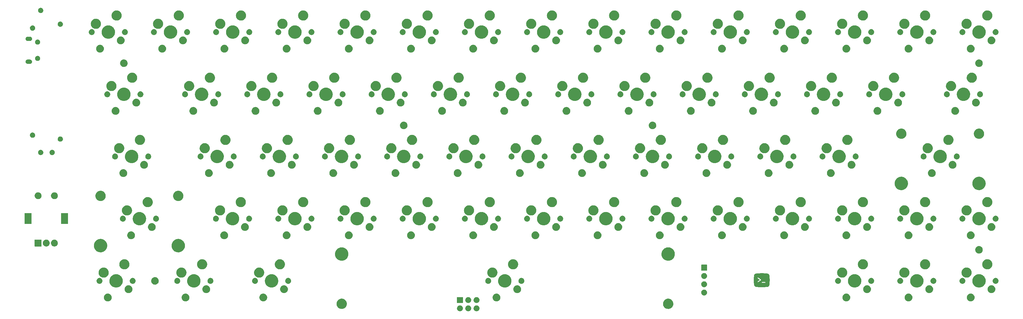
<source format=gts>
G04 #@! TF.GenerationSoftware,KiCad,Pcbnew,(5.99.0-208-ga1d3f3486)*
G04 #@! TF.CreationDate,2020-08-15T19:48:29+07:00*
G04 #@! TF.ProjectId,pheromone_ansi,70686572-6f6d-46f6-9e65-5f616e73692e,rev?*
G04 #@! TF.SameCoordinates,Original*
G04 #@! TF.FileFunction,Soldermask,Top*
G04 #@! TF.FilePolarity,Negative*
%FSLAX46Y46*%
G04 Gerber Fmt 4.6, Leading zero omitted, Abs format (unit mm)*
G04 Created by KiCad (PCBNEW (5.99.0-208-ga1d3f3486)) date 2020-08-15 19:48:29*
%MOMM*%
%LPD*%
G04 APERTURE LIST*
%ADD10C,0.010000*%
%ADD11C,0.100000*%
G04 APERTURE END LIST*
D10*
G36*
X259637138Y-135956658D02*
G01*
X260700883Y-135956658D01*
X260705357Y-136011464D01*
X260727741Y-136062555D01*
X260766229Y-136105339D01*
X260819017Y-136135222D01*
X260867664Y-136146487D01*
X260889817Y-136143038D01*
X260921843Y-136132318D01*
X260924814Y-136131095D01*
X260943886Y-136120103D01*
X260981116Y-136095940D01*
X261034058Y-136060289D01*
X261100267Y-136014833D01*
X261177297Y-135961256D01*
X261262704Y-135901240D01*
X261354042Y-135836470D01*
X261386715Y-135813162D01*
X261496618Y-135734484D01*
X261587558Y-135668784D01*
X261661327Y-135614399D01*
X261719715Y-135569663D01*
X261764516Y-135532911D01*
X261797519Y-135502480D01*
X261820517Y-135476705D01*
X261835300Y-135453921D01*
X261843662Y-135432464D01*
X261847392Y-135410669D01*
X261848282Y-135386871D01*
X261848284Y-135384297D01*
X261841298Y-135342656D01*
X261824953Y-135303587D01*
X261811022Y-135289950D01*
X261779058Y-135263549D01*
X261731727Y-135226345D01*
X261671694Y-135180295D01*
X261601625Y-135127359D01*
X261524185Y-135069496D01*
X261442039Y-135008665D01*
X261357852Y-134946825D01*
X261274291Y-134885936D01*
X261194020Y-134827957D01*
X261119705Y-134774847D01*
X261054011Y-134728564D01*
X260999604Y-134691068D01*
X260959148Y-134664318D01*
X260937941Y-134651609D01*
X260884770Y-134636469D01*
X260830009Y-134642399D01*
X260779016Y-134666039D01*
X260737148Y-134704029D01*
X260709762Y-134753008D01*
X260701868Y-134799712D01*
X260702992Y-134826384D01*
X260707713Y-134850597D01*
X260718051Y-134874330D01*
X260736028Y-134899565D01*
X260763665Y-134928282D01*
X260802984Y-134962461D01*
X260856007Y-135004082D01*
X260924754Y-135055126D01*
X261011247Y-135117573D01*
X261066929Y-135157365D01*
X261157217Y-135221815D01*
X261228760Y-135273190D01*
X261283501Y-135313152D01*
X261323383Y-135343364D01*
X261350347Y-135365488D01*
X261366336Y-135381187D01*
X261373292Y-135392123D01*
X261373159Y-135399960D01*
X261367877Y-135406359D01*
X261362662Y-135410492D01*
X261344814Y-135423577D01*
X261309369Y-135449190D01*
X261259411Y-135485117D01*
X261198024Y-135529142D01*
X261128294Y-135579050D01*
X261060932Y-135627181D01*
X260985816Y-135681076D01*
X260915893Y-135731750D01*
X260854347Y-135776854D01*
X260804365Y-135814040D01*
X260769131Y-135840960D01*
X260752876Y-135854272D01*
X260716121Y-135902730D01*
X260700883Y-135956658D01*
X259637138Y-135956658D01*
X259634256Y-135891837D01*
X259629318Y-135739601D01*
X259626528Y-135592304D01*
X259625972Y-135500517D01*
X259627079Y-135365305D01*
X259630358Y-135222076D01*
X259635595Y-135073638D01*
X259642573Y-134922803D01*
X259651076Y-134772379D01*
X259660891Y-134625177D01*
X259671800Y-134484008D01*
X259683590Y-134351680D01*
X259696043Y-134231004D01*
X259708945Y-134124791D01*
X259722080Y-134035849D01*
X259735233Y-133966990D01*
X259746798Y-133924820D01*
X259797543Y-133817318D01*
X259869073Y-133718339D01*
X259957142Y-133632105D01*
X260057503Y-133562836D01*
X260156073Y-133518055D01*
X260209206Y-133504081D01*
X260285433Y-133490503D01*
X260382448Y-133477436D01*
X260497946Y-133464993D01*
X260629622Y-133453287D01*
X260775172Y-133442431D01*
X260932289Y-133432540D01*
X261098670Y-133423727D01*
X261272009Y-133416104D01*
X261450000Y-133409787D01*
X261630339Y-133404887D01*
X261810721Y-133401519D01*
X261988841Y-133399796D01*
X262162393Y-133399831D01*
X262329073Y-133401738D01*
X262457932Y-133404747D01*
X262652859Y-133411260D01*
X262840791Y-133419075D01*
X263019839Y-133428040D01*
X263188112Y-133438005D01*
X263343721Y-133448818D01*
X263484778Y-133460329D01*
X263609394Y-133472387D01*
X263715678Y-133484841D01*
X263801742Y-133497539D01*
X263865696Y-133510332D01*
X263897726Y-133519788D01*
X264015012Y-133576865D01*
X264117619Y-133654216D01*
X264203793Y-133750249D01*
X264268112Y-133855867D01*
X264285313Y-133891893D01*
X264299315Y-133925597D01*
X264310855Y-133960721D01*
X264320668Y-134001008D01*
X264329490Y-134050199D01*
X264338057Y-134112037D01*
X264347105Y-134190265D01*
X264357368Y-134288624D01*
X264361757Y-134332230D01*
X264400000Y-134800000D01*
X264419549Y-135256398D01*
X264420374Y-135707282D01*
X264402444Y-136158510D01*
X264365726Y-136615939D01*
X264348795Y-136775363D01*
X264337046Y-136869530D01*
X264324507Y-136951873D01*
X264311910Y-137018161D01*
X264299986Y-137064161D01*
X264297784Y-137070454D01*
X264246051Y-137176079D01*
X264174956Y-137272995D01*
X264088673Y-137357281D01*
X263991380Y-137425017D01*
X263887250Y-137472284D01*
X263861282Y-137480264D01*
X263823248Y-137488025D01*
X263761438Y-137496957D01*
X263677439Y-137506896D01*
X263572838Y-137517677D01*
X263449223Y-137529135D01*
X263308182Y-137541108D01*
X263162782Y-137552557D01*
X263083706Y-137557804D01*
X262993088Y-137562314D01*
X262888881Y-137566132D01*
X262769041Y-137569309D01*
X262631522Y-137571890D01*
X262474280Y-137573923D01*
X262295270Y-137575456D01*
X262140432Y-137576330D01*
X262001252Y-137576888D01*
X261867364Y-137577268D01*
X261741329Y-137577472D01*
X261625713Y-137577505D01*
X261523077Y-137577369D01*
X261435986Y-137577068D01*
X261367002Y-137576603D01*
X261318690Y-137575979D01*
X261295882Y-137575330D01*
X261120026Y-137565826D01*
X260952367Y-137555477D01*
X260794903Y-137544468D01*
X260649632Y-137532987D01*
X260518552Y-137521220D01*
X260403660Y-137509355D01*
X260306955Y-137497577D01*
X260230434Y-137486074D01*
X260176095Y-137475033D01*
X260154833Y-137468656D01*
X260043792Y-137415018D01*
X259943247Y-137342659D01*
X259857068Y-137255330D01*
X259789126Y-137156784D01*
X259752972Y-137079127D01*
X259738756Y-137029183D01*
X259724469Y-136956599D01*
X259710333Y-136864133D01*
X259696571Y-136754542D01*
X259683403Y-136630585D01*
X259671052Y-136495020D01*
X259659740Y-136350605D01*
X259649689Y-136200097D01*
X259648723Y-136182738D01*
X261974430Y-136182738D01*
X261984761Y-136238889D01*
X262013444Y-136288820D01*
X262060299Y-136326890D01*
X262064664Y-136329172D01*
X262078137Y-136334948D01*
X262095092Y-136339638D01*
X262118132Y-136343352D01*
X262149857Y-136346202D01*
X262192873Y-136348299D01*
X262249780Y-136349754D01*
X262323182Y-136350679D01*
X262415682Y-136351183D01*
X262529881Y-136351380D01*
X262585130Y-136351397D01*
X262708752Y-136351321D01*
X262809585Y-136351004D01*
X262890241Y-136350331D01*
X262953329Y-136349184D01*
X263001460Y-136347446D01*
X263037246Y-136345002D01*
X263063296Y-136341736D01*
X263082223Y-136337529D01*
X263096636Y-136332267D01*
X263104848Y-136328210D01*
X263148793Y-136291995D01*
X263180602Y-136241389D01*
X263194371Y-136186151D01*
X263194532Y-136179967D01*
X263183205Y-136124821D01*
X263153164Y-136073189D01*
X263110310Y-136034831D01*
X263104848Y-136031723D01*
X263092057Y-136025746D01*
X263076472Y-136020887D01*
X263055503Y-136017032D01*
X263026558Y-136014066D01*
X262987047Y-136011877D01*
X262934379Y-136010349D01*
X262865964Y-136009368D01*
X262779212Y-136008821D01*
X262671531Y-136008594D01*
X262578780Y-136008564D01*
X262454844Y-136008637D01*
X262353723Y-136008910D01*
X262272833Y-136009506D01*
X262209589Y-136010548D01*
X262161405Y-136012159D01*
X262125698Y-136014460D01*
X262099882Y-136017576D01*
X262081373Y-136021627D01*
X262067586Y-136026738D01*
X262055936Y-136033030D01*
X262055323Y-136033402D01*
X262009533Y-136074352D01*
X261982628Y-136126012D01*
X261974430Y-136182738D01*
X259648723Y-136182738D01*
X259641121Y-136046255D01*
X259637138Y-135956658D01*
X259637138Y-135956658D01*
G37*
X259637138Y-135956658D02*
X260700883Y-135956658D01*
X260705357Y-136011464D01*
X260727741Y-136062555D01*
X260766229Y-136105339D01*
X260819017Y-136135222D01*
X260867664Y-136146487D01*
X260889817Y-136143038D01*
X260921843Y-136132318D01*
X260924814Y-136131095D01*
X260943886Y-136120103D01*
X260981116Y-136095940D01*
X261034058Y-136060289D01*
X261100267Y-136014833D01*
X261177297Y-135961256D01*
X261262704Y-135901240D01*
X261354042Y-135836470D01*
X261386715Y-135813162D01*
X261496618Y-135734484D01*
X261587558Y-135668784D01*
X261661327Y-135614399D01*
X261719715Y-135569663D01*
X261764516Y-135532911D01*
X261797519Y-135502480D01*
X261820517Y-135476705D01*
X261835300Y-135453921D01*
X261843662Y-135432464D01*
X261847392Y-135410669D01*
X261848282Y-135386871D01*
X261848284Y-135384297D01*
X261841298Y-135342656D01*
X261824953Y-135303587D01*
X261811022Y-135289950D01*
X261779058Y-135263549D01*
X261731727Y-135226345D01*
X261671694Y-135180295D01*
X261601625Y-135127359D01*
X261524185Y-135069496D01*
X261442039Y-135008665D01*
X261357852Y-134946825D01*
X261274291Y-134885936D01*
X261194020Y-134827957D01*
X261119705Y-134774847D01*
X261054011Y-134728564D01*
X260999604Y-134691068D01*
X260959148Y-134664318D01*
X260937941Y-134651609D01*
X260884770Y-134636469D01*
X260830009Y-134642399D01*
X260779016Y-134666039D01*
X260737148Y-134704029D01*
X260709762Y-134753008D01*
X260701868Y-134799712D01*
X260702992Y-134826384D01*
X260707713Y-134850597D01*
X260718051Y-134874330D01*
X260736028Y-134899565D01*
X260763665Y-134928282D01*
X260802984Y-134962461D01*
X260856007Y-135004082D01*
X260924754Y-135055126D01*
X261011247Y-135117573D01*
X261066929Y-135157365D01*
X261157217Y-135221815D01*
X261228760Y-135273190D01*
X261283501Y-135313152D01*
X261323383Y-135343364D01*
X261350347Y-135365488D01*
X261366336Y-135381187D01*
X261373292Y-135392123D01*
X261373159Y-135399960D01*
X261367877Y-135406359D01*
X261362662Y-135410492D01*
X261344814Y-135423577D01*
X261309369Y-135449190D01*
X261259411Y-135485117D01*
X261198024Y-135529142D01*
X261128294Y-135579050D01*
X261060932Y-135627181D01*
X260985816Y-135681076D01*
X260915893Y-135731750D01*
X260854347Y-135776854D01*
X260804365Y-135814040D01*
X260769131Y-135840960D01*
X260752876Y-135854272D01*
X260716121Y-135902730D01*
X260700883Y-135956658D01*
X259637138Y-135956658D01*
X259634256Y-135891837D01*
X259629318Y-135739601D01*
X259626528Y-135592304D01*
X259625972Y-135500517D01*
X259627079Y-135365305D01*
X259630358Y-135222076D01*
X259635595Y-135073638D01*
X259642573Y-134922803D01*
X259651076Y-134772379D01*
X259660891Y-134625177D01*
X259671800Y-134484008D01*
X259683590Y-134351680D01*
X259696043Y-134231004D01*
X259708945Y-134124791D01*
X259722080Y-134035849D01*
X259735233Y-133966990D01*
X259746798Y-133924820D01*
X259797543Y-133817318D01*
X259869073Y-133718339D01*
X259957142Y-133632105D01*
X260057503Y-133562836D01*
X260156073Y-133518055D01*
X260209206Y-133504081D01*
X260285433Y-133490503D01*
X260382448Y-133477436D01*
X260497946Y-133464993D01*
X260629622Y-133453287D01*
X260775172Y-133442431D01*
X260932289Y-133432540D01*
X261098670Y-133423727D01*
X261272009Y-133416104D01*
X261450000Y-133409787D01*
X261630339Y-133404887D01*
X261810721Y-133401519D01*
X261988841Y-133399796D01*
X262162393Y-133399831D01*
X262329073Y-133401738D01*
X262457932Y-133404747D01*
X262652859Y-133411260D01*
X262840791Y-133419075D01*
X263019839Y-133428040D01*
X263188112Y-133438005D01*
X263343721Y-133448818D01*
X263484778Y-133460329D01*
X263609394Y-133472387D01*
X263715678Y-133484841D01*
X263801742Y-133497539D01*
X263865696Y-133510332D01*
X263897726Y-133519788D01*
X264015012Y-133576865D01*
X264117619Y-133654216D01*
X264203793Y-133750249D01*
X264268112Y-133855867D01*
X264285313Y-133891893D01*
X264299315Y-133925597D01*
X264310855Y-133960721D01*
X264320668Y-134001008D01*
X264329490Y-134050199D01*
X264338057Y-134112037D01*
X264347105Y-134190265D01*
X264357368Y-134288624D01*
X264361757Y-134332230D01*
X264400000Y-134800000D01*
X264419549Y-135256398D01*
X264420374Y-135707282D01*
X264402444Y-136158510D01*
X264365726Y-136615939D01*
X264348795Y-136775363D01*
X264337046Y-136869530D01*
X264324507Y-136951873D01*
X264311910Y-137018161D01*
X264299986Y-137064161D01*
X264297784Y-137070454D01*
X264246051Y-137176079D01*
X264174956Y-137272995D01*
X264088673Y-137357281D01*
X263991380Y-137425017D01*
X263887250Y-137472284D01*
X263861282Y-137480264D01*
X263823248Y-137488025D01*
X263761438Y-137496957D01*
X263677439Y-137506896D01*
X263572838Y-137517677D01*
X263449223Y-137529135D01*
X263308182Y-137541108D01*
X263162782Y-137552557D01*
X263083706Y-137557804D01*
X262993088Y-137562314D01*
X262888881Y-137566132D01*
X262769041Y-137569309D01*
X262631522Y-137571890D01*
X262474280Y-137573923D01*
X262295270Y-137575456D01*
X262140432Y-137576330D01*
X262001252Y-137576888D01*
X261867364Y-137577268D01*
X261741329Y-137577472D01*
X261625713Y-137577505D01*
X261523077Y-137577369D01*
X261435986Y-137577068D01*
X261367002Y-137576603D01*
X261318690Y-137575979D01*
X261295882Y-137575330D01*
X261120026Y-137565826D01*
X260952367Y-137555477D01*
X260794903Y-137544468D01*
X260649632Y-137532987D01*
X260518552Y-137521220D01*
X260403660Y-137509355D01*
X260306955Y-137497577D01*
X260230434Y-137486074D01*
X260176095Y-137475033D01*
X260154833Y-137468656D01*
X260043792Y-137415018D01*
X259943247Y-137342659D01*
X259857068Y-137255330D01*
X259789126Y-137156784D01*
X259752972Y-137079127D01*
X259738756Y-137029183D01*
X259724469Y-136956599D01*
X259710333Y-136864133D01*
X259696571Y-136754542D01*
X259683403Y-136630585D01*
X259671052Y-136495020D01*
X259659740Y-136350605D01*
X259649689Y-136200097D01*
X259648723Y-136182738D01*
X261974430Y-136182738D01*
X261984761Y-136238889D01*
X262013444Y-136288820D01*
X262060299Y-136326890D01*
X262064664Y-136329172D01*
X262078137Y-136334948D01*
X262095092Y-136339638D01*
X262118132Y-136343352D01*
X262149857Y-136346202D01*
X262192873Y-136348299D01*
X262249780Y-136349754D01*
X262323182Y-136350679D01*
X262415682Y-136351183D01*
X262529881Y-136351380D01*
X262585130Y-136351397D01*
X262708752Y-136351321D01*
X262809585Y-136351004D01*
X262890241Y-136350331D01*
X262953329Y-136349184D01*
X263001460Y-136347446D01*
X263037246Y-136345002D01*
X263063296Y-136341736D01*
X263082223Y-136337529D01*
X263096636Y-136332267D01*
X263104848Y-136328210D01*
X263148793Y-136291995D01*
X263180602Y-136241389D01*
X263194371Y-136186151D01*
X263194532Y-136179967D01*
X263183205Y-136124821D01*
X263153164Y-136073189D01*
X263110310Y-136034831D01*
X263104848Y-136031723D01*
X263092057Y-136025746D01*
X263076472Y-136020887D01*
X263055503Y-136017032D01*
X263026558Y-136014066D01*
X262987047Y-136011877D01*
X262934379Y-136010349D01*
X262865964Y-136009368D01*
X262779212Y-136008821D01*
X262671531Y-136008594D01*
X262578780Y-136008564D01*
X262454844Y-136008637D01*
X262353723Y-136008910D01*
X262272833Y-136009506D01*
X262209589Y-136010548D01*
X262161405Y-136012159D01*
X262125698Y-136014460D01*
X262099882Y-136017576D01*
X262081373Y-136021627D01*
X262067586Y-136026738D01*
X262055936Y-136033030D01*
X262055323Y-136033402D01*
X262009533Y-136074352D01*
X261982628Y-136126012D01*
X261974430Y-136182738D01*
X259648723Y-136182738D01*
X259641121Y-136046255D01*
X259637138Y-135956658D01*
D11*
G36*
X174888360Y-143253835D02*
G01*
X174969397Y-143280166D01*
X175056663Y-143307848D01*
X175059655Y-143309493D01*
X175068488Y-143312363D01*
X175140466Y-143353919D01*
X175211499Y-143392970D01*
X175218986Y-143399253D01*
X175232511Y-143407061D01*
X175290259Y-143459057D01*
X175346857Y-143506549D01*
X175356962Y-143519118D01*
X175373261Y-143533793D01*
X175415454Y-143591867D01*
X175457579Y-143644260D01*
X175467994Y-143664182D01*
X175484586Y-143687019D01*
X175511297Y-143747012D01*
X175539439Y-143800843D01*
X175547582Y-143828510D01*
X175561621Y-143860042D01*
X175573992Y-143918241D01*
X175589328Y-143970349D01*
X175592518Y-144005401D01*
X175600999Y-144045301D01*
X175600999Y-144098592D01*
X175605343Y-144146324D01*
X175600999Y-144187653D01*
X175600999Y-144234699D01*
X175591217Y-144280721D01*
X175586873Y-144322047D01*
X175572702Y-144367827D01*
X175561621Y-144419958D01*
X175545028Y-144457226D01*
X175534622Y-144490843D01*
X175508789Y-144538620D01*
X175484586Y-144592981D01*
X175464298Y-144620905D01*
X175450580Y-144646276D01*
X175411859Y-144693082D01*
X175373261Y-144746207D01*
X175352284Y-144765095D01*
X175337952Y-144782419D01*
X175285845Y-144824917D01*
X175232511Y-144872939D01*
X175213524Y-144883901D01*
X175201025Y-144894095D01*
X175135780Y-144928786D01*
X175068488Y-144967637D01*
X175053636Y-144972463D01*
X175045003Y-144977053D01*
X174967430Y-145000473D01*
X174888360Y-145026165D01*
X174879114Y-145027137D01*
X174875851Y-145028122D01*
X174784710Y-145037059D01*
X174747211Y-145041000D01*
X174652789Y-145041000D01*
X174511640Y-145026165D01*
X174430603Y-144999834D01*
X174343337Y-144972152D01*
X174340345Y-144970507D01*
X174331512Y-144967637D01*
X174259534Y-144926081D01*
X174188501Y-144887030D01*
X174181014Y-144880747D01*
X174167489Y-144872939D01*
X174109741Y-144820943D01*
X174053143Y-144773451D01*
X174043038Y-144760882D01*
X174026739Y-144746207D01*
X173984546Y-144688133D01*
X173942421Y-144635740D01*
X173932006Y-144615818D01*
X173915414Y-144592981D01*
X173888703Y-144532988D01*
X173860561Y-144479157D01*
X173852418Y-144451490D01*
X173838379Y-144419958D01*
X173826008Y-144361759D01*
X173810672Y-144309651D01*
X173807482Y-144274599D01*
X173799001Y-144234699D01*
X173799001Y-144181408D01*
X173794657Y-144133676D01*
X173799001Y-144092347D01*
X173799001Y-144045301D01*
X173808783Y-143999279D01*
X173813127Y-143957953D01*
X173827298Y-143912173D01*
X173838379Y-143860042D01*
X173854972Y-143822774D01*
X173865378Y-143789157D01*
X173891211Y-143741380D01*
X173915414Y-143687019D01*
X173935702Y-143659095D01*
X173949420Y-143633724D01*
X173988141Y-143586918D01*
X174026739Y-143533793D01*
X174047716Y-143514905D01*
X174062048Y-143497581D01*
X174114155Y-143455083D01*
X174167489Y-143407061D01*
X174186476Y-143396099D01*
X174198975Y-143385905D01*
X174264220Y-143351214D01*
X174331512Y-143312363D01*
X174346364Y-143307537D01*
X174354997Y-143302947D01*
X174432570Y-143279527D01*
X174511640Y-143253835D01*
X174520886Y-143252863D01*
X174524149Y-143251878D01*
X174615290Y-143242941D01*
X174652789Y-143239000D01*
X174747211Y-143239000D01*
X174888360Y-143253835D01*
X174888360Y-143253835D01*
G37*
G36*
X169808360Y-143253835D02*
G01*
X169889397Y-143280166D01*
X169976663Y-143307848D01*
X169979655Y-143309493D01*
X169988488Y-143312363D01*
X170060466Y-143353919D01*
X170131499Y-143392970D01*
X170138986Y-143399253D01*
X170152511Y-143407061D01*
X170210259Y-143459057D01*
X170266857Y-143506549D01*
X170276962Y-143519118D01*
X170293261Y-143533793D01*
X170335454Y-143591867D01*
X170377579Y-143644260D01*
X170387994Y-143664182D01*
X170404586Y-143687019D01*
X170431297Y-143747012D01*
X170459439Y-143800843D01*
X170467582Y-143828510D01*
X170481621Y-143860042D01*
X170493992Y-143918241D01*
X170509328Y-143970349D01*
X170512518Y-144005401D01*
X170520999Y-144045301D01*
X170520999Y-144098592D01*
X170525343Y-144146324D01*
X170520999Y-144187653D01*
X170520999Y-144234699D01*
X170511217Y-144280721D01*
X170506873Y-144322047D01*
X170492702Y-144367827D01*
X170481621Y-144419958D01*
X170465028Y-144457226D01*
X170454622Y-144490843D01*
X170428789Y-144538620D01*
X170404586Y-144592981D01*
X170384298Y-144620905D01*
X170370580Y-144646276D01*
X170331859Y-144693082D01*
X170293261Y-144746207D01*
X170272284Y-144765095D01*
X170257952Y-144782419D01*
X170205845Y-144824917D01*
X170152511Y-144872939D01*
X170133524Y-144883901D01*
X170121025Y-144894095D01*
X170055780Y-144928786D01*
X169988488Y-144967637D01*
X169973636Y-144972463D01*
X169965003Y-144977053D01*
X169887430Y-145000473D01*
X169808360Y-145026165D01*
X169799114Y-145027137D01*
X169795851Y-145028122D01*
X169704710Y-145037059D01*
X169667211Y-145041000D01*
X169572789Y-145041000D01*
X169431640Y-145026165D01*
X169350603Y-144999834D01*
X169263337Y-144972152D01*
X169260345Y-144970507D01*
X169251512Y-144967637D01*
X169179534Y-144926081D01*
X169108501Y-144887030D01*
X169101014Y-144880747D01*
X169087489Y-144872939D01*
X169029741Y-144820943D01*
X168973143Y-144773451D01*
X168963038Y-144760882D01*
X168946739Y-144746207D01*
X168904546Y-144688133D01*
X168862421Y-144635740D01*
X168852006Y-144615818D01*
X168835414Y-144592981D01*
X168808703Y-144532988D01*
X168780561Y-144479157D01*
X168772418Y-144451490D01*
X168758379Y-144419958D01*
X168746008Y-144361759D01*
X168730672Y-144309651D01*
X168727482Y-144274599D01*
X168719001Y-144234699D01*
X168719001Y-144181408D01*
X168714657Y-144133676D01*
X168719001Y-144092347D01*
X168719001Y-144045301D01*
X168728783Y-143999279D01*
X168733127Y-143957953D01*
X168747298Y-143912173D01*
X168758379Y-143860042D01*
X168774972Y-143822774D01*
X168785378Y-143789157D01*
X168811211Y-143741380D01*
X168835414Y-143687019D01*
X168855702Y-143659095D01*
X168869420Y-143633724D01*
X168908141Y-143586918D01*
X168946739Y-143533793D01*
X168967716Y-143514905D01*
X168982048Y-143497581D01*
X169034155Y-143455083D01*
X169087489Y-143407061D01*
X169106476Y-143396099D01*
X169118975Y-143385905D01*
X169184220Y-143351214D01*
X169251512Y-143312363D01*
X169266364Y-143307537D01*
X169274997Y-143302947D01*
X169352570Y-143279527D01*
X169431640Y-143253835D01*
X169440886Y-143252863D01*
X169444149Y-143251878D01*
X169535290Y-143242941D01*
X169572789Y-143239000D01*
X169667211Y-143239000D01*
X169808360Y-143253835D01*
X169808360Y-143253835D01*
G37*
G36*
X172348360Y-143253835D02*
G01*
X172429397Y-143280166D01*
X172516663Y-143307848D01*
X172519655Y-143309493D01*
X172528488Y-143312363D01*
X172600466Y-143353919D01*
X172671499Y-143392970D01*
X172678986Y-143399253D01*
X172692511Y-143407061D01*
X172750259Y-143459057D01*
X172806857Y-143506549D01*
X172816962Y-143519118D01*
X172833261Y-143533793D01*
X172875454Y-143591867D01*
X172917579Y-143644260D01*
X172927994Y-143664182D01*
X172944586Y-143687019D01*
X172971297Y-143747012D01*
X172999439Y-143800843D01*
X173007582Y-143828510D01*
X173021621Y-143860042D01*
X173033992Y-143918241D01*
X173049328Y-143970349D01*
X173052518Y-144005401D01*
X173060999Y-144045301D01*
X173060999Y-144098592D01*
X173065343Y-144146324D01*
X173060999Y-144187653D01*
X173060999Y-144234699D01*
X173051217Y-144280721D01*
X173046873Y-144322047D01*
X173032702Y-144367827D01*
X173021621Y-144419958D01*
X173005028Y-144457226D01*
X172994622Y-144490843D01*
X172968789Y-144538620D01*
X172944586Y-144592981D01*
X172924298Y-144620905D01*
X172910580Y-144646276D01*
X172871859Y-144693082D01*
X172833261Y-144746207D01*
X172812284Y-144765095D01*
X172797952Y-144782419D01*
X172745845Y-144824917D01*
X172692511Y-144872939D01*
X172673524Y-144883901D01*
X172661025Y-144894095D01*
X172595780Y-144928786D01*
X172528488Y-144967637D01*
X172513636Y-144972463D01*
X172505003Y-144977053D01*
X172427430Y-145000473D01*
X172348360Y-145026165D01*
X172339114Y-145027137D01*
X172335851Y-145028122D01*
X172244710Y-145037059D01*
X172207211Y-145041000D01*
X172112789Y-145041000D01*
X171971640Y-145026165D01*
X171890603Y-144999834D01*
X171803337Y-144972152D01*
X171800345Y-144970507D01*
X171791512Y-144967637D01*
X171719534Y-144926081D01*
X171648501Y-144887030D01*
X171641014Y-144880747D01*
X171627489Y-144872939D01*
X171569741Y-144820943D01*
X171513143Y-144773451D01*
X171503038Y-144760882D01*
X171486739Y-144746207D01*
X171444546Y-144688133D01*
X171402421Y-144635740D01*
X171392006Y-144615818D01*
X171375414Y-144592981D01*
X171348703Y-144532988D01*
X171320561Y-144479157D01*
X171312418Y-144451490D01*
X171298379Y-144419958D01*
X171286008Y-144361759D01*
X171270672Y-144309651D01*
X171267482Y-144274599D01*
X171259001Y-144234699D01*
X171259001Y-144181408D01*
X171254657Y-144133676D01*
X171259001Y-144092347D01*
X171259001Y-144045301D01*
X171268783Y-143999279D01*
X171273127Y-143957953D01*
X171287298Y-143912173D01*
X171298379Y-143860042D01*
X171314972Y-143822774D01*
X171325378Y-143789157D01*
X171351211Y-143741380D01*
X171375414Y-143687019D01*
X171395702Y-143659095D01*
X171409420Y-143633724D01*
X171448141Y-143586918D01*
X171486739Y-143533793D01*
X171507716Y-143514905D01*
X171522048Y-143497581D01*
X171574155Y-143455083D01*
X171627489Y-143407061D01*
X171646476Y-143396099D01*
X171658975Y-143385905D01*
X171724220Y-143351214D01*
X171791512Y-143312363D01*
X171806364Y-143307537D01*
X171814997Y-143302947D01*
X171892570Y-143279527D01*
X171971640Y-143253835D01*
X171980886Y-143252863D01*
X171984149Y-143251878D01*
X172075290Y-143242941D01*
X172112789Y-143239000D01*
X172207211Y-143239000D01*
X172348360Y-143253835D01*
X172348360Y-143253835D01*
G37*
G36*
X133411349Y-141173728D02*
G01*
X133467975Y-141171751D01*
X133536351Y-141180389D01*
X133599829Y-141183771D01*
X133656599Y-141195579D01*
X133719584Y-141203536D01*
X133779184Y-141221077D01*
X133834590Y-141232602D01*
X133895457Y-141255299D01*
X133962875Y-141275141D01*
X134012740Y-141299032D01*
X134059249Y-141316375D01*
X134122099Y-141351428D01*
X134191588Y-141384722D01*
X134231379Y-141412377D01*
X134268667Y-141433174D01*
X134331043Y-141481645D01*
X134399840Y-141529460D01*
X134429774Y-141558367D01*
X134458004Y-141580304D01*
X134517202Y-141642795D01*
X134582271Y-141705632D01*
X134603092Y-141733464D01*
X134622901Y-141754375D01*
X134676057Y-141830998D01*
X134734189Y-141908705D01*
X134747109Y-141933418D01*
X134759575Y-141951388D01*
X134803768Y-142041797D01*
X134851685Y-142133454D01*
X134858319Y-142153397D01*
X134864877Y-142166813D01*
X134897226Y-142270355D01*
X134931737Y-142374098D01*
X134933996Y-142388048D01*
X134936383Y-142395687D01*
X134954161Y-142512549D01*
X134972284Y-142624445D01*
X134969283Y-142911033D01*
X134962813Y-142946287D01*
X134962263Y-142964806D01*
X134941942Y-143059999D01*
X134923501Y-143160476D01*
X134915992Y-143181564D01*
X134912583Y-143197533D01*
X134874709Y-143297501D01*
X134838428Y-143399390D01*
X134830961Y-143412972D01*
X134827631Y-143421762D01*
X134770576Y-143522811D01*
X134716250Y-143621630D01*
X134710953Y-143628410D01*
X134709744Y-143630551D01*
X134623575Y-143740249D01*
X134560113Y-143821477D01*
X134477439Y-143898034D01*
X134386689Y-143983105D01*
X134382375Y-143986065D01*
X134374032Y-143993790D01*
X134281309Y-144055395D01*
X134188957Y-144118748D01*
X134178002Y-144124032D01*
X134162796Y-144134135D01*
X134066420Y-144177853D01*
X133972993Y-144222917D01*
X133954728Y-144228519D01*
X133931838Y-144238902D01*
X133835720Y-144265017D01*
X133743749Y-144293223D01*
X133717987Y-144297004D01*
X133687100Y-144305396D01*
X133594508Y-144315128D01*
X133506513Y-144328043D01*
X133473542Y-144327842D01*
X133434880Y-144331905D01*
X133348541Y-144327078D01*
X133266732Y-144326578D01*
X133227319Y-144320300D01*
X133181666Y-144317748D01*
X133103779Y-144300623D01*
X133029943Y-144288863D01*
X132985313Y-144274577D01*
X132933973Y-144263289D01*
X132866108Y-144236419D01*
X132801568Y-144215760D01*
X132753384Y-144191789D01*
X132698173Y-144169929D01*
X132641312Y-144136033D01*
X132586893Y-144108960D01*
X132537198Y-144073969D01*
X132480333Y-144040071D01*
X132434839Y-144001897D01*
X132390839Y-143970916D01*
X132341974Y-143923974D01*
X132286057Y-143877054D01*
X132251707Y-143837260D01*
X132217918Y-143804800D01*
X132172463Y-143745455D01*
X132120343Y-143685073D01*
X132096379Y-143646120D01*
X132072115Y-143614441D01*
X132032766Y-143542718D01*
X131987456Y-143469067D01*
X131972644Y-143433131D01*
X131956783Y-143404220D01*
X131926285Y-143320654D01*
X131890813Y-143234593D01*
X131883506Y-143203439D01*
X131874576Y-143178971D01*
X131855636Y-143084616D01*
X131832901Y-142987684D01*
X131831148Y-142962622D01*
X131827387Y-142943883D01*
X131822590Y-142840232D01*
X131815210Y-142734693D01*
X131816864Y-142716514D01*
X131816302Y-142704361D01*
X131828106Y-142592986D01*
X131838195Y-142482127D01*
X131841023Y-142471113D01*
X131841574Y-142465914D01*
X131873216Y-142345730D01*
X131901265Y-142236485D01*
X131942561Y-142141962D01*
X131998042Y-142014059D01*
X131999349Y-142011980D01*
X132002797Y-142004087D01*
X132063940Y-141909212D01*
X132125640Y-141811045D01*
X132131785Y-141803939D01*
X132140180Y-141790912D01*
X132212540Y-141710548D01*
X132282472Y-141629673D01*
X132294898Y-141619079D01*
X132309877Y-141602443D01*
X132389490Y-141538433D01*
X132464942Y-141474105D01*
X132484724Y-141461864D01*
X132507525Y-141443531D01*
X132590742Y-141396257D01*
X132668835Y-141347931D01*
X132696627Y-141336105D01*
X132728037Y-141318262D01*
X132811577Y-141287194D01*
X132889477Y-141254047D01*
X132925455Y-141244843D01*
X132965740Y-141229861D01*
X133046612Y-141213848D01*
X133121772Y-141194620D01*
X133165635Y-141190281D01*
X133214520Y-141180601D01*
X133290178Y-141177959D01*
X133360390Y-141171013D01*
X133411349Y-141173728D01*
X133411349Y-141173728D01*
G37*
G36*
X233411349Y-141173728D02*
G01*
X233467975Y-141171751D01*
X233536351Y-141180389D01*
X233599829Y-141183771D01*
X233656599Y-141195579D01*
X233719584Y-141203536D01*
X233779184Y-141221077D01*
X233834590Y-141232602D01*
X233895457Y-141255299D01*
X233962875Y-141275141D01*
X234012740Y-141299032D01*
X234059249Y-141316375D01*
X234122099Y-141351428D01*
X234191588Y-141384722D01*
X234231379Y-141412377D01*
X234268667Y-141433174D01*
X234331043Y-141481645D01*
X234399840Y-141529460D01*
X234429774Y-141558367D01*
X234458004Y-141580304D01*
X234517202Y-141642795D01*
X234582271Y-141705632D01*
X234603092Y-141733464D01*
X234622901Y-141754375D01*
X234676057Y-141830998D01*
X234734189Y-141908705D01*
X234747109Y-141933418D01*
X234759575Y-141951388D01*
X234803768Y-142041797D01*
X234851685Y-142133454D01*
X234858319Y-142153397D01*
X234864877Y-142166813D01*
X234897226Y-142270355D01*
X234931737Y-142374098D01*
X234933996Y-142388048D01*
X234936383Y-142395687D01*
X234954161Y-142512549D01*
X234972284Y-142624445D01*
X234969283Y-142911033D01*
X234962813Y-142946287D01*
X234962263Y-142964806D01*
X234941942Y-143059999D01*
X234923501Y-143160476D01*
X234915992Y-143181564D01*
X234912583Y-143197533D01*
X234874709Y-143297501D01*
X234838428Y-143399390D01*
X234830961Y-143412972D01*
X234827631Y-143421762D01*
X234770576Y-143522811D01*
X234716250Y-143621630D01*
X234710953Y-143628410D01*
X234709744Y-143630551D01*
X234623575Y-143740249D01*
X234560113Y-143821477D01*
X234477439Y-143898034D01*
X234386689Y-143983105D01*
X234382375Y-143986065D01*
X234374032Y-143993790D01*
X234281309Y-144055395D01*
X234188957Y-144118748D01*
X234178002Y-144124032D01*
X234162796Y-144134135D01*
X234066420Y-144177853D01*
X233972993Y-144222917D01*
X233954728Y-144228519D01*
X233931838Y-144238902D01*
X233835720Y-144265017D01*
X233743749Y-144293223D01*
X233717987Y-144297004D01*
X233687100Y-144305396D01*
X233594508Y-144315128D01*
X233506513Y-144328043D01*
X233473542Y-144327842D01*
X233434880Y-144331905D01*
X233348541Y-144327078D01*
X233266732Y-144326578D01*
X233227319Y-144320300D01*
X233181666Y-144317748D01*
X233103779Y-144300623D01*
X233029943Y-144288863D01*
X232985313Y-144274577D01*
X232933973Y-144263289D01*
X232866108Y-144236419D01*
X232801568Y-144215760D01*
X232753384Y-144191789D01*
X232698173Y-144169929D01*
X232641312Y-144136033D01*
X232586893Y-144108960D01*
X232537198Y-144073969D01*
X232480333Y-144040071D01*
X232434839Y-144001897D01*
X232390839Y-143970916D01*
X232341974Y-143923974D01*
X232286057Y-143877054D01*
X232251707Y-143837260D01*
X232217918Y-143804800D01*
X232172463Y-143745455D01*
X232120343Y-143685073D01*
X232096379Y-143646120D01*
X232072115Y-143614441D01*
X232032766Y-143542718D01*
X231987456Y-143469067D01*
X231972644Y-143433131D01*
X231956783Y-143404220D01*
X231926285Y-143320654D01*
X231890813Y-143234593D01*
X231883506Y-143203439D01*
X231874576Y-143178971D01*
X231855636Y-143084616D01*
X231832901Y-142987684D01*
X231831148Y-142962622D01*
X231827387Y-142943883D01*
X231822590Y-142840232D01*
X231815210Y-142734693D01*
X231816864Y-142716514D01*
X231816302Y-142704361D01*
X231828106Y-142592986D01*
X231838195Y-142482127D01*
X231841023Y-142471113D01*
X231841574Y-142465914D01*
X231873216Y-142345730D01*
X231901265Y-142236485D01*
X231942561Y-142141962D01*
X231998042Y-142014059D01*
X231999349Y-142011980D01*
X232002797Y-142004087D01*
X232063940Y-141909212D01*
X232125640Y-141811045D01*
X232131785Y-141803939D01*
X232140180Y-141790912D01*
X232212540Y-141710548D01*
X232282472Y-141629673D01*
X232294898Y-141619079D01*
X232309877Y-141602443D01*
X232389490Y-141538433D01*
X232464942Y-141474105D01*
X232484724Y-141461864D01*
X232507525Y-141443531D01*
X232590742Y-141396257D01*
X232668835Y-141347931D01*
X232696627Y-141336105D01*
X232728037Y-141318262D01*
X232811577Y-141287194D01*
X232889477Y-141254047D01*
X232925455Y-141244843D01*
X232965740Y-141229861D01*
X233046612Y-141213848D01*
X233121772Y-141194620D01*
X233165635Y-141190281D01*
X233214520Y-141180601D01*
X233290178Y-141177959D01*
X233360390Y-141171013D01*
X233411349Y-141173728D01*
X233411349Y-141173728D01*
G37*
G36*
X170489899Y-140701959D02*
G01*
X170506769Y-140713231D01*
X170518041Y-140730101D01*
X170524448Y-140762312D01*
X170524448Y-142437688D01*
X170521999Y-142450000D01*
X170518041Y-142469899D01*
X170506769Y-142486769D01*
X170489899Y-142498041D01*
X170470000Y-142501999D01*
X170457688Y-142504448D01*
X168782312Y-142504448D01*
X168750101Y-142498041D01*
X168733231Y-142486769D01*
X168721959Y-142469899D01*
X168715552Y-142437688D01*
X168715552Y-140762312D01*
X168721959Y-140730101D01*
X168733231Y-140713231D01*
X168750101Y-140701959D01*
X168782312Y-140695552D01*
X170457688Y-140695552D01*
X170489899Y-140701959D01*
X170489899Y-140701959D01*
G37*
G36*
X172348360Y-140713835D02*
G01*
X172429397Y-140740166D01*
X172516663Y-140767848D01*
X172519655Y-140769493D01*
X172528488Y-140772363D01*
X172600466Y-140813919D01*
X172671499Y-140852970D01*
X172678986Y-140859253D01*
X172692511Y-140867061D01*
X172750259Y-140919057D01*
X172806857Y-140966549D01*
X172816962Y-140979118D01*
X172833261Y-140993793D01*
X172875454Y-141051867D01*
X172917579Y-141104260D01*
X172927994Y-141124182D01*
X172944586Y-141147019D01*
X172971297Y-141207012D01*
X172999439Y-141260843D01*
X173007582Y-141288510D01*
X173021621Y-141320042D01*
X173033992Y-141378241D01*
X173049328Y-141430349D01*
X173052518Y-141465401D01*
X173060999Y-141505301D01*
X173060999Y-141558592D01*
X173065343Y-141606324D01*
X173060999Y-141647653D01*
X173060999Y-141694699D01*
X173051217Y-141740721D01*
X173046873Y-141782047D01*
X173032702Y-141827827D01*
X173021621Y-141879958D01*
X173005028Y-141917226D01*
X172994622Y-141950843D01*
X172968789Y-141998620D01*
X172944586Y-142052981D01*
X172924298Y-142080905D01*
X172910580Y-142106276D01*
X172871859Y-142153082D01*
X172833261Y-142206207D01*
X172812284Y-142225095D01*
X172797952Y-142242419D01*
X172745845Y-142284917D01*
X172692511Y-142332939D01*
X172673524Y-142343901D01*
X172661025Y-142354095D01*
X172595780Y-142388786D01*
X172528488Y-142427637D01*
X172513636Y-142432463D01*
X172505003Y-142437053D01*
X172427430Y-142460473D01*
X172348360Y-142486165D01*
X172339114Y-142487137D01*
X172335851Y-142488122D01*
X172244710Y-142497059D01*
X172207211Y-142501000D01*
X172112789Y-142501000D01*
X171971640Y-142486165D01*
X171890603Y-142459834D01*
X171803337Y-142432152D01*
X171800345Y-142430507D01*
X171791512Y-142427637D01*
X171719534Y-142386081D01*
X171648501Y-142347030D01*
X171641014Y-142340747D01*
X171627489Y-142332939D01*
X171569741Y-142280943D01*
X171513143Y-142233451D01*
X171503038Y-142220882D01*
X171486739Y-142206207D01*
X171444546Y-142148133D01*
X171402421Y-142095740D01*
X171392006Y-142075818D01*
X171375414Y-142052981D01*
X171348703Y-141992988D01*
X171320561Y-141939157D01*
X171312418Y-141911490D01*
X171298379Y-141879958D01*
X171286008Y-141821759D01*
X171270672Y-141769651D01*
X171267482Y-141734599D01*
X171259001Y-141694699D01*
X171259001Y-141641408D01*
X171254657Y-141593676D01*
X171259001Y-141552347D01*
X171259001Y-141505301D01*
X171268783Y-141459279D01*
X171273127Y-141417953D01*
X171287298Y-141372173D01*
X171298379Y-141320042D01*
X171314972Y-141282774D01*
X171325378Y-141249157D01*
X171351211Y-141201380D01*
X171375414Y-141147019D01*
X171395702Y-141119095D01*
X171409420Y-141093724D01*
X171448141Y-141046918D01*
X171486739Y-140993793D01*
X171507716Y-140974905D01*
X171522048Y-140957581D01*
X171574155Y-140915083D01*
X171627489Y-140867061D01*
X171646476Y-140856099D01*
X171658975Y-140845905D01*
X171724220Y-140811214D01*
X171791512Y-140772363D01*
X171806364Y-140767537D01*
X171814997Y-140762947D01*
X171892570Y-140739527D01*
X171971640Y-140713835D01*
X171980886Y-140712863D01*
X171984149Y-140711878D01*
X172075290Y-140702941D01*
X172112789Y-140699000D01*
X172207211Y-140699000D01*
X172348360Y-140713835D01*
X172348360Y-140713835D01*
G37*
G36*
X174888360Y-140713835D02*
G01*
X174969397Y-140740166D01*
X175056663Y-140767848D01*
X175059655Y-140769493D01*
X175068488Y-140772363D01*
X175140466Y-140813919D01*
X175211499Y-140852970D01*
X175218986Y-140859253D01*
X175232511Y-140867061D01*
X175290259Y-140919057D01*
X175346857Y-140966549D01*
X175356962Y-140979118D01*
X175373261Y-140993793D01*
X175415454Y-141051867D01*
X175457579Y-141104260D01*
X175467994Y-141124182D01*
X175484586Y-141147019D01*
X175511297Y-141207012D01*
X175539439Y-141260843D01*
X175547582Y-141288510D01*
X175561621Y-141320042D01*
X175573992Y-141378241D01*
X175589328Y-141430349D01*
X175592518Y-141465401D01*
X175600999Y-141505301D01*
X175600999Y-141558592D01*
X175605343Y-141606324D01*
X175600999Y-141647653D01*
X175600999Y-141694699D01*
X175591217Y-141740721D01*
X175586873Y-141782047D01*
X175572702Y-141827827D01*
X175561621Y-141879958D01*
X175545028Y-141917226D01*
X175534622Y-141950843D01*
X175508789Y-141998620D01*
X175484586Y-142052981D01*
X175464298Y-142080905D01*
X175450580Y-142106276D01*
X175411859Y-142153082D01*
X175373261Y-142206207D01*
X175352284Y-142225095D01*
X175337952Y-142242419D01*
X175285845Y-142284917D01*
X175232511Y-142332939D01*
X175213524Y-142343901D01*
X175201025Y-142354095D01*
X175135780Y-142388786D01*
X175068488Y-142427637D01*
X175053636Y-142432463D01*
X175045003Y-142437053D01*
X174967430Y-142460473D01*
X174888360Y-142486165D01*
X174879114Y-142487137D01*
X174875851Y-142488122D01*
X174784710Y-142497059D01*
X174747211Y-142501000D01*
X174652789Y-142501000D01*
X174511640Y-142486165D01*
X174430603Y-142459834D01*
X174343337Y-142432152D01*
X174340345Y-142430507D01*
X174331512Y-142427637D01*
X174259534Y-142386081D01*
X174188501Y-142347030D01*
X174181014Y-142340747D01*
X174167489Y-142332939D01*
X174109741Y-142280943D01*
X174053143Y-142233451D01*
X174043038Y-142220882D01*
X174026739Y-142206207D01*
X173984546Y-142148133D01*
X173942421Y-142095740D01*
X173932006Y-142075818D01*
X173915414Y-142052981D01*
X173888703Y-141992988D01*
X173860561Y-141939157D01*
X173852418Y-141911490D01*
X173838379Y-141879958D01*
X173826008Y-141821759D01*
X173810672Y-141769651D01*
X173807482Y-141734599D01*
X173799001Y-141694699D01*
X173799001Y-141641408D01*
X173794657Y-141593676D01*
X173799001Y-141552347D01*
X173799001Y-141505301D01*
X173808783Y-141459279D01*
X173813127Y-141417953D01*
X173827298Y-141372173D01*
X173838379Y-141320042D01*
X173854972Y-141282774D01*
X173865378Y-141249157D01*
X173891211Y-141201380D01*
X173915414Y-141147019D01*
X173935702Y-141119095D01*
X173949420Y-141093724D01*
X173988141Y-141046918D01*
X174026739Y-140993793D01*
X174047716Y-140974905D01*
X174062048Y-140957581D01*
X174114155Y-140915083D01*
X174167489Y-140867061D01*
X174186476Y-140856099D01*
X174198975Y-140845905D01*
X174264220Y-140811214D01*
X174331512Y-140772363D01*
X174346364Y-140767537D01*
X174354997Y-140762947D01*
X174432570Y-140739527D01*
X174511640Y-140713835D01*
X174520886Y-140712863D01*
X174524149Y-140711878D01*
X174615290Y-140702941D01*
X174652789Y-140699000D01*
X174747211Y-140699000D01*
X174888360Y-140713835D01*
X174888360Y-140713835D01*
G37*
G36*
X61817650Y-139617250D02*
G01*
X61858211Y-139617250D01*
X61919324Y-139628026D01*
X61988712Y-139635380D01*
X62029104Y-139647383D01*
X62063959Y-139653529D01*
X62127003Y-139676475D01*
X62199063Y-139697889D01*
X62231890Y-139714651D01*
X62260287Y-139724987D01*
X62322700Y-139761021D01*
X62394500Y-139797684D01*
X62419535Y-139816929D01*
X62441212Y-139829444D01*
X62500163Y-139878909D01*
X62568478Y-139931424D01*
X62586056Y-139950981D01*
X62601261Y-139963739D01*
X62653756Y-140026301D01*
X62715171Y-140094629D01*
X62726145Y-140112573D01*
X62735556Y-140123788D01*
X62778560Y-140198273D01*
X62829666Y-140281834D01*
X62835300Y-140296551D01*
X62840013Y-140304713D01*
X62870600Y-140388750D01*
X62908128Y-140486769D01*
X62910030Y-140497082D01*
X62911471Y-140501041D01*
X62926923Y-140588672D01*
X62947930Y-140702571D01*
X62947750Y-140709223D01*
X62947750Y-140915711D01*
X62941149Y-140953145D01*
X62940305Y-140984350D01*
X62922948Y-141056371D01*
X62911471Y-141121459D01*
X62899011Y-141155692D01*
X62888891Y-141197684D01*
X62860891Y-141260426D01*
X62840013Y-141317787D01*
X62819218Y-141353805D01*
X62799461Y-141398076D01*
X62763535Y-141450251D01*
X62735556Y-141498712D01*
X62705511Y-141534519D01*
X62675010Y-141578815D01*
X62633948Y-141619806D01*
X62601261Y-141658761D01*
X62561523Y-141692104D01*
X62519706Y-141733849D01*
X62476227Y-141763675D01*
X62441212Y-141793056D01*
X62391873Y-141821542D01*
X62338750Y-141857984D01*
X62295409Y-141877235D01*
X62260287Y-141897513D01*
X62201977Y-141918736D01*
X62138202Y-141947064D01*
X62097218Y-141956866D01*
X62063959Y-141968971D01*
X61997889Y-141980621D01*
X61924778Y-141998106D01*
X61887969Y-142000003D01*
X61858211Y-142005250D01*
X61786142Y-142005250D01*
X61705627Y-142009399D01*
X61674324Y-142005250D01*
X61649289Y-142005250D01*
X61573508Y-141991888D01*
X61488088Y-141980566D01*
X61463079Y-141972416D01*
X61443541Y-141968971D01*
X61366827Y-141941049D01*
X61279445Y-141912573D01*
X61260966Y-141902519D01*
X61247213Y-141897513D01*
X61172738Y-141854515D01*
X61086688Y-141807696D01*
X61074451Y-141797769D01*
X61066288Y-141793056D01*
X60997759Y-141735554D01*
X60916270Y-141669448D01*
X60909470Y-141661472D01*
X60906239Y-141658761D01*
X60849046Y-141590600D01*
X60773899Y-141502459D01*
X60670683Y-141323322D01*
X60667487Y-141317787D01*
X60667476Y-141317757D01*
X60664344Y-141312321D01*
X60626763Y-141205899D01*
X60596029Y-141121459D01*
X60595116Y-141116282D01*
X60591274Y-141105402D01*
X60575187Y-141003257D01*
X60559750Y-140915711D01*
X60559750Y-140905242D01*
X60557134Y-140888632D01*
X60559750Y-140791959D01*
X60559750Y-140706789D01*
X60562473Y-140691349D01*
X60563070Y-140669270D01*
X60582011Y-140580539D01*
X60596029Y-140501041D01*
X60603170Y-140481422D01*
X60608882Y-140454663D01*
X60641502Y-140376106D01*
X60667487Y-140304713D01*
X60680522Y-140282135D01*
X60693036Y-140251999D01*
X60736402Y-140185348D01*
X60771944Y-140123788D01*
X60792036Y-140099842D01*
X60812713Y-140068064D01*
X60863750Y-140014376D01*
X60906239Y-139963739D01*
X60934151Y-139940318D01*
X60963906Y-139909018D01*
X61019524Y-139868683D01*
X61066288Y-139829444D01*
X61102301Y-139808652D01*
X61141550Y-139780188D01*
X61198757Y-139752963D01*
X61247213Y-139724987D01*
X61291132Y-139709002D01*
X61339698Y-139685889D01*
X61395764Y-139670919D01*
X61443541Y-139653529D01*
X61494621Y-139644522D01*
X61551712Y-139629278D01*
X61604273Y-139625188D01*
X61649289Y-139617250D01*
X61706269Y-139617250D01*
X61770492Y-139612252D01*
X61817650Y-139617250D01*
X61817650Y-139617250D01*
G37*
G36*
X307086400Y-139617250D02*
G01*
X307126961Y-139617250D01*
X307188074Y-139628026D01*
X307257462Y-139635380D01*
X307297854Y-139647383D01*
X307332709Y-139653529D01*
X307395753Y-139676475D01*
X307467813Y-139697889D01*
X307500640Y-139714651D01*
X307529037Y-139724987D01*
X307591450Y-139761021D01*
X307663250Y-139797684D01*
X307688285Y-139816929D01*
X307709962Y-139829444D01*
X307768913Y-139878909D01*
X307837228Y-139931424D01*
X307854806Y-139950981D01*
X307870011Y-139963739D01*
X307922506Y-140026301D01*
X307983921Y-140094629D01*
X307994895Y-140112573D01*
X308004306Y-140123788D01*
X308047310Y-140198273D01*
X308098416Y-140281834D01*
X308104050Y-140296551D01*
X308108763Y-140304713D01*
X308139350Y-140388750D01*
X308176878Y-140486769D01*
X308178780Y-140497082D01*
X308180221Y-140501041D01*
X308195673Y-140588672D01*
X308216680Y-140702571D01*
X308216500Y-140709223D01*
X308216500Y-140915711D01*
X308209899Y-140953145D01*
X308209055Y-140984350D01*
X308191698Y-141056371D01*
X308180221Y-141121459D01*
X308167761Y-141155692D01*
X308157641Y-141197684D01*
X308129641Y-141260426D01*
X308108763Y-141317787D01*
X308087968Y-141353805D01*
X308068211Y-141398076D01*
X308032285Y-141450251D01*
X308004306Y-141498712D01*
X307974261Y-141534519D01*
X307943760Y-141578815D01*
X307902698Y-141619806D01*
X307870011Y-141658761D01*
X307830273Y-141692104D01*
X307788456Y-141733849D01*
X307744977Y-141763675D01*
X307709962Y-141793056D01*
X307660623Y-141821542D01*
X307607500Y-141857984D01*
X307564159Y-141877235D01*
X307529037Y-141897513D01*
X307470727Y-141918736D01*
X307406952Y-141947064D01*
X307365968Y-141956866D01*
X307332709Y-141968971D01*
X307266639Y-141980621D01*
X307193528Y-141998106D01*
X307156719Y-142000003D01*
X307126961Y-142005250D01*
X307054892Y-142005250D01*
X306974377Y-142009399D01*
X306943074Y-142005250D01*
X306918039Y-142005250D01*
X306842258Y-141991888D01*
X306756838Y-141980566D01*
X306731829Y-141972416D01*
X306712291Y-141968971D01*
X306635577Y-141941049D01*
X306548195Y-141912573D01*
X306529716Y-141902519D01*
X306515963Y-141897513D01*
X306441488Y-141854515D01*
X306355438Y-141807696D01*
X306343201Y-141797769D01*
X306335038Y-141793056D01*
X306266509Y-141735554D01*
X306185020Y-141669448D01*
X306178220Y-141661472D01*
X306174989Y-141658761D01*
X306117796Y-141590600D01*
X306042649Y-141502459D01*
X305939433Y-141323322D01*
X305936237Y-141317787D01*
X305936226Y-141317757D01*
X305933094Y-141312321D01*
X305895513Y-141205899D01*
X305864779Y-141121459D01*
X305863866Y-141116282D01*
X305860024Y-141105402D01*
X305843937Y-141003257D01*
X305828500Y-140915711D01*
X305828500Y-140905242D01*
X305825884Y-140888632D01*
X305828500Y-140791959D01*
X305828500Y-140706789D01*
X305831223Y-140691349D01*
X305831820Y-140669270D01*
X305850761Y-140580539D01*
X305864779Y-140501041D01*
X305871920Y-140481422D01*
X305877632Y-140454663D01*
X305910252Y-140376106D01*
X305936237Y-140304713D01*
X305949272Y-140282135D01*
X305961786Y-140251999D01*
X306005152Y-140185348D01*
X306040694Y-140123788D01*
X306060786Y-140099842D01*
X306081463Y-140068064D01*
X306132500Y-140014376D01*
X306174989Y-139963739D01*
X306202901Y-139940318D01*
X306232656Y-139909018D01*
X306288274Y-139868683D01*
X306335038Y-139829444D01*
X306371051Y-139808652D01*
X306410300Y-139780188D01*
X306467507Y-139752963D01*
X306515963Y-139724987D01*
X306559882Y-139709002D01*
X306608448Y-139685889D01*
X306664514Y-139670919D01*
X306712291Y-139653529D01*
X306763371Y-139644522D01*
X306820462Y-139629278D01*
X306873023Y-139625188D01*
X306918039Y-139617250D01*
X306975019Y-139617250D01*
X307039242Y-139612252D01*
X307086400Y-139617250D01*
X307086400Y-139617250D01*
G37*
G36*
X326136400Y-139617250D02*
G01*
X326176961Y-139617250D01*
X326238074Y-139628026D01*
X326307462Y-139635380D01*
X326347854Y-139647383D01*
X326382709Y-139653529D01*
X326445753Y-139676475D01*
X326517813Y-139697889D01*
X326550640Y-139714651D01*
X326579037Y-139724987D01*
X326641450Y-139761021D01*
X326713250Y-139797684D01*
X326738285Y-139816929D01*
X326759962Y-139829444D01*
X326818913Y-139878909D01*
X326887228Y-139931424D01*
X326904806Y-139950981D01*
X326920011Y-139963739D01*
X326972506Y-140026301D01*
X327033921Y-140094629D01*
X327044895Y-140112573D01*
X327054306Y-140123788D01*
X327097310Y-140198273D01*
X327148416Y-140281834D01*
X327154050Y-140296551D01*
X327158763Y-140304713D01*
X327189350Y-140388750D01*
X327226878Y-140486769D01*
X327228780Y-140497082D01*
X327230221Y-140501041D01*
X327245673Y-140588672D01*
X327266680Y-140702571D01*
X327266500Y-140709223D01*
X327266500Y-140915711D01*
X327259899Y-140953145D01*
X327259055Y-140984350D01*
X327241698Y-141056371D01*
X327230221Y-141121459D01*
X327217761Y-141155692D01*
X327207641Y-141197684D01*
X327179641Y-141260426D01*
X327158763Y-141317787D01*
X327137968Y-141353805D01*
X327118211Y-141398076D01*
X327082285Y-141450251D01*
X327054306Y-141498712D01*
X327024261Y-141534519D01*
X326993760Y-141578815D01*
X326952698Y-141619806D01*
X326920011Y-141658761D01*
X326880273Y-141692104D01*
X326838456Y-141733849D01*
X326794977Y-141763675D01*
X326759962Y-141793056D01*
X326710623Y-141821542D01*
X326657500Y-141857984D01*
X326614159Y-141877235D01*
X326579037Y-141897513D01*
X326520727Y-141918736D01*
X326456952Y-141947064D01*
X326415968Y-141956866D01*
X326382709Y-141968971D01*
X326316639Y-141980621D01*
X326243528Y-141998106D01*
X326206719Y-142000003D01*
X326176961Y-142005250D01*
X326104892Y-142005250D01*
X326024377Y-142009399D01*
X325993074Y-142005250D01*
X325968039Y-142005250D01*
X325892258Y-141991888D01*
X325806838Y-141980566D01*
X325781829Y-141972416D01*
X325762291Y-141968971D01*
X325685577Y-141941049D01*
X325598195Y-141912573D01*
X325579716Y-141902519D01*
X325565963Y-141897513D01*
X325491488Y-141854515D01*
X325405438Y-141807696D01*
X325393201Y-141797769D01*
X325385038Y-141793056D01*
X325316509Y-141735554D01*
X325235020Y-141669448D01*
X325228220Y-141661472D01*
X325224989Y-141658761D01*
X325167796Y-141590600D01*
X325092649Y-141502459D01*
X324989433Y-141323322D01*
X324986237Y-141317787D01*
X324986226Y-141317757D01*
X324983094Y-141312321D01*
X324945513Y-141205899D01*
X324914779Y-141121459D01*
X324913866Y-141116282D01*
X324910024Y-141105402D01*
X324893937Y-141003257D01*
X324878500Y-140915711D01*
X324878500Y-140905242D01*
X324875884Y-140888632D01*
X324878500Y-140791959D01*
X324878500Y-140706789D01*
X324881223Y-140691349D01*
X324881820Y-140669270D01*
X324900761Y-140580539D01*
X324914779Y-140501041D01*
X324921920Y-140481422D01*
X324927632Y-140454663D01*
X324960252Y-140376106D01*
X324986237Y-140304713D01*
X324999272Y-140282135D01*
X325011786Y-140251999D01*
X325055152Y-140185348D01*
X325090694Y-140123788D01*
X325110786Y-140099842D01*
X325131463Y-140068064D01*
X325182500Y-140014376D01*
X325224989Y-139963739D01*
X325252901Y-139940318D01*
X325282656Y-139909018D01*
X325338274Y-139868683D01*
X325385038Y-139829444D01*
X325421051Y-139808652D01*
X325460300Y-139780188D01*
X325517507Y-139752963D01*
X325565963Y-139724987D01*
X325609882Y-139709002D01*
X325658448Y-139685889D01*
X325714514Y-139670919D01*
X325762291Y-139653529D01*
X325813371Y-139644522D01*
X325870462Y-139629278D01*
X325923023Y-139625188D01*
X325968039Y-139617250D01*
X326025019Y-139617250D01*
X326089242Y-139612252D01*
X326136400Y-139617250D01*
X326136400Y-139617250D01*
G37*
G36*
X85630150Y-139617250D02*
G01*
X85670711Y-139617250D01*
X85731824Y-139628026D01*
X85801212Y-139635380D01*
X85841604Y-139647383D01*
X85876459Y-139653529D01*
X85939503Y-139676475D01*
X86011563Y-139697889D01*
X86044390Y-139714651D01*
X86072787Y-139724987D01*
X86135200Y-139761021D01*
X86207000Y-139797684D01*
X86232035Y-139816929D01*
X86253712Y-139829444D01*
X86312663Y-139878909D01*
X86380978Y-139931424D01*
X86398556Y-139950981D01*
X86413761Y-139963739D01*
X86466256Y-140026301D01*
X86527671Y-140094629D01*
X86538645Y-140112573D01*
X86548056Y-140123788D01*
X86591060Y-140198273D01*
X86642166Y-140281834D01*
X86647800Y-140296551D01*
X86652513Y-140304713D01*
X86683100Y-140388750D01*
X86720628Y-140486769D01*
X86722530Y-140497082D01*
X86723971Y-140501041D01*
X86739423Y-140588672D01*
X86760430Y-140702571D01*
X86760250Y-140709223D01*
X86760250Y-140915711D01*
X86753649Y-140953145D01*
X86752805Y-140984350D01*
X86735448Y-141056371D01*
X86723971Y-141121459D01*
X86711511Y-141155692D01*
X86701391Y-141197684D01*
X86673391Y-141260426D01*
X86652513Y-141317787D01*
X86631718Y-141353805D01*
X86611961Y-141398076D01*
X86576035Y-141450251D01*
X86548056Y-141498712D01*
X86518011Y-141534519D01*
X86487510Y-141578815D01*
X86446448Y-141619806D01*
X86413761Y-141658761D01*
X86374023Y-141692104D01*
X86332206Y-141733849D01*
X86288727Y-141763675D01*
X86253712Y-141793056D01*
X86204373Y-141821542D01*
X86151250Y-141857984D01*
X86107909Y-141877235D01*
X86072787Y-141897513D01*
X86014477Y-141918736D01*
X85950702Y-141947064D01*
X85909718Y-141956866D01*
X85876459Y-141968971D01*
X85810389Y-141980621D01*
X85737278Y-141998106D01*
X85700469Y-142000003D01*
X85670711Y-142005250D01*
X85598642Y-142005250D01*
X85518127Y-142009399D01*
X85486824Y-142005250D01*
X85461789Y-142005250D01*
X85386008Y-141991888D01*
X85300588Y-141980566D01*
X85275579Y-141972416D01*
X85256041Y-141968971D01*
X85179327Y-141941049D01*
X85091945Y-141912573D01*
X85073466Y-141902519D01*
X85059713Y-141897513D01*
X84985238Y-141854515D01*
X84899188Y-141807696D01*
X84886951Y-141797769D01*
X84878788Y-141793056D01*
X84810259Y-141735554D01*
X84728770Y-141669448D01*
X84721970Y-141661472D01*
X84718739Y-141658761D01*
X84661546Y-141590600D01*
X84586399Y-141502459D01*
X84483183Y-141323322D01*
X84479987Y-141317787D01*
X84479976Y-141317757D01*
X84476844Y-141312321D01*
X84439263Y-141205899D01*
X84408529Y-141121459D01*
X84407616Y-141116282D01*
X84403774Y-141105402D01*
X84387687Y-141003257D01*
X84372250Y-140915711D01*
X84372250Y-140905242D01*
X84369634Y-140888632D01*
X84372250Y-140791959D01*
X84372250Y-140706789D01*
X84374973Y-140691349D01*
X84375570Y-140669270D01*
X84394511Y-140580539D01*
X84408529Y-140501041D01*
X84415670Y-140481422D01*
X84421382Y-140454663D01*
X84454002Y-140376106D01*
X84479987Y-140304713D01*
X84493022Y-140282135D01*
X84505536Y-140251999D01*
X84548902Y-140185348D01*
X84584444Y-140123788D01*
X84604536Y-140099842D01*
X84625213Y-140068064D01*
X84676250Y-140014376D01*
X84718739Y-139963739D01*
X84746651Y-139940318D01*
X84776406Y-139909018D01*
X84832024Y-139868683D01*
X84878788Y-139829444D01*
X84914801Y-139808652D01*
X84954050Y-139780188D01*
X85011257Y-139752963D01*
X85059713Y-139724987D01*
X85103632Y-139709002D01*
X85152198Y-139685889D01*
X85208264Y-139670919D01*
X85256041Y-139653529D01*
X85307121Y-139644522D01*
X85364212Y-139629278D01*
X85416773Y-139625188D01*
X85461789Y-139617250D01*
X85518769Y-139617250D01*
X85582992Y-139612252D01*
X85630150Y-139617250D01*
X85630150Y-139617250D01*
G37*
G36*
X180880150Y-139617250D02*
G01*
X180920711Y-139617250D01*
X180981824Y-139628026D01*
X181051212Y-139635380D01*
X181091604Y-139647383D01*
X181126459Y-139653529D01*
X181189503Y-139676475D01*
X181261563Y-139697889D01*
X181294390Y-139714651D01*
X181322787Y-139724987D01*
X181385200Y-139761021D01*
X181457000Y-139797684D01*
X181482035Y-139816929D01*
X181503712Y-139829444D01*
X181562663Y-139878909D01*
X181630978Y-139931424D01*
X181648556Y-139950981D01*
X181663761Y-139963739D01*
X181716256Y-140026301D01*
X181777671Y-140094629D01*
X181788645Y-140112573D01*
X181798056Y-140123788D01*
X181841060Y-140198273D01*
X181892166Y-140281834D01*
X181897800Y-140296551D01*
X181902513Y-140304713D01*
X181933100Y-140388750D01*
X181970628Y-140486769D01*
X181972530Y-140497082D01*
X181973971Y-140501041D01*
X181989423Y-140588672D01*
X182010430Y-140702571D01*
X182010250Y-140709223D01*
X182010250Y-140915711D01*
X182003649Y-140953145D01*
X182002805Y-140984350D01*
X181985448Y-141056371D01*
X181973971Y-141121459D01*
X181961511Y-141155692D01*
X181951391Y-141197684D01*
X181923391Y-141260426D01*
X181902513Y-141317787D01*
X181881718Y-141353805D01*
X181861961Y-141398076D01*
X181826035Y-141450251D01*
X181798056Y-141498712D01*
X181768011Y-141534519D01*
X181737510Y-141578815D01*
X181696448Y-141619806D01*
X181663761Y-141658761D01*
X181624023Y-141692104D01*
X181582206Y-141733849D01*
X181538727Y-141763675D01*
X181503712Y-141793056D01*
X181454373Y-141821542D01*
X181401250Y-141857984D01*
X181357909Y-141877235D01*
X181322787Y-141897513D01*
X181264477Y-141918736D01*
X181200702Y-141947064D01*
X181159718Y-141956866D01*
X181126459Y-141968971D01*
X181060389Y-141980621D01*
X180987278Y-141998106D01*
X180950469Y-142000003D01*
X180920711Y-142005250D01*
X180848642Y-142005250D01*
X180768127Y-142009399D01*
X180736824Y-142005250D01*
X180711789Y-142005250D01*
X180636008Y-141991888D01*
X180550588Y-141980566D01*
X180525579Y-141972416D01*
X180506041Y-141968971D01*
X180429327Y-141941049D01*
X180341945Y-141912573D01*
X180323466Y-141902519D01*
X180309713Y-141897513D01*
X180235238Y-141854515D01*
X180149188Y-141807696D01*
X180136951Y-141797769D01*
X180128788Y-141793056D01*
X180060259Y-141735554D01*
X179978770Y-141669448D01*
X179971970Y-141661472D01*
X179968739Y-141658761D01*
X179911546Y-141590600D01*
X179836399Y-141502459D01*
X179733183Y-141323322D01*
X179729987Y-141317787D01*
X179729976Y-141317757D01*
X179726844Y-141312321D01*
X179689263Y-141205899D01*
X179658529Y-141121459D01*
X179657616Y-141116282D01*
X179653774Y-141105402D01*
X179637687Y-141003257D01*
X179622250Y-140915711D01*
X179622250Y-140905242D01*
X179619634Y-140888632D01*
X179622250Y-140791959D01*
X179622250Y-140706789D01*
X179624973Y-140691349D01*
X179625570Y-140669270D01*
X179644511Y-140580539D01*
X179658529Y-140501041D01*
X179665670Y-140481422D01*
X179671382Y-140454663D01*
X179704002Y-140376106D01*
X179729987Y-140304713D01*
X179743022Y-140282135D01*
X179755536Y-140251999D01*
X179798902Y-140185348D01*
X179834444Y-140123788D01*
X179854536Y-140099842D01*
X179875213Y-140068064D01*
X179926250Y-140014376D01*
X179968739Y-139963739D01*
X179996651Y-139940318D01*
X180026406Y-139909018D01*
X180082024Y-139868683D01*
X180128788Y-139829444D01*
X180164801Y-139808652D01*
X180204050Y-139780188D01*
X180261257Y-139752963D01*
X180309713Y-139724987D01*
X180353632Y-139709002D01*
X180402198Y-139685889D01*
X180458264Y-139670919D01*
X180506041Y-139653529D01*
X180557121Y-139644522D01*
X180614212Y-139629278D01*
X180666773Y-139625188D01*
X180711789Y-139617250D01*
X180768769Y-139617250D01*
X180832992Y-139612252D01*
X180880150Y-139617250D01*
X180880150Y-139617250D01*
G37*
G36*
X288036400Y-139617250D02*
G01*
X288076961Y-139617250D01*
X288138074Y-139628026D01*
X288207462Y-139635380D01*
X288247854Y-139647383D01*
X288282709Y-139653529D01*
X288345753Y-139676475D01*
X288417813Y-139697889D01*
X288450640Y-139714651D01*
X288479037Y-139724987D01*
X288541450Y-139761021D01*
X288613250Y-139797684D01*
X288638285Y-139816929D01*
X288659962Y-139829444D01*
X288718913Y-139878909D01*
X288787228Y-139931424D01*
X288804806Y-139950981D01*
X288820011Y-139963739D01*
X288872506Y-140026301D01*
X288933921Y-140094629D01*
X288944895Y-140112573D01*
X288954306Y-140123788D01*
X288997310Y-140198273D01*
X289048416Y-140281834D01*
X289054050Y-140296551D01*
X289058763Y-140304713D01*
X289089350Y-140388750D01*
X289126878Y-140486769D01*
X289128780Y-140497082D01*
X289130221Y-140501041D01*
X289145673Y-140588672D01*
X289166680Y-140702571D01*
X289166500Y-140709223D01*
X289166500Y-140915711D01*
X289159899Y-140953145D01*
X289159055Y-140984350D01*
X289141698Y-141056371D01*
X289130221Y-141121459D01*
X289117761Y-141155692D01*
X289107641Y-141197684D01*
X289079641Y-141260426D01*
X289058763Y-141317787D01*
X289037968Y-141353805D01*
X289018211Y-141398076D01*
X288982285Y-141450251D01*
X288954306Y-141498712D01*
X288924261Y-141534519D01*
X288893760Y-141578815D01*
X288852698Y-141619806D01*
X288820011Y-141658761D01*
X288780273Y-141692104D01*
X288738456Y-141733849D01*
X288694977Y-141763675D01*
X288659962Y-141793056D01*
X288610623Y-141821542D01*
X288557500Y-141857984D01*
X288514159Y-141877235D01*
X288479037Y-141897513D01*
X288420727Y-141918736D01*
X288356952Y-141947064D01*
X288315968Y-141956866D01*
X288282709Y-141968971D01*
X288216639Y-141980621D01*
X288143528Y-141998106D01*
X288106719Y-142000003D01*
X288076961Y-142005250D01*
X288004892Y-142005250D01*
X287924377Y-142009399D01*
X287893074Y-142005250D01*
X287868039Y-142005250D01*
X287792258Y-141991888D01*
X287706838Y-141980566D01*
X287681829Y-141972416D01*
X287662291Y-141968971D01*
X287585577Y-141941049D01*
X287498195Y-141912573D01*
X287479716Y-141902519D01*
X287465963Y-141897513D01*
X287391488Y-141854515D01*
X287305438Y-141807696D01*
X287293201Y-141797769D01*
X287285038Y-141793056D01*
X287216509Y-141735554D01*
X287135020Y-141669448D01*
X287128220Y-141661472D01*
X287124989Y-141658761D01*
X287067796Y-141590600D01*
X286992649Y-141502459D01*
X286889433Y-141323322D01*
X286886237Y-141317787D01*
X286886226Y-141317757D01*
X286883094Y-141312321D01*
X286845513Y-141205899D01*
X286814779Y-141121459D01*
X286813866Y-141116282D01*
X286810024Y-141105402D01*
X286793937Y-141003257D01*
X286778500Y-140915711D01*
X286778500Y-140905242D01*
X286775884Y-140888632D01*
X286778500Y-140791959D01*
X286778500Y-140706789D01*
X286781223Y-140691349D01*
X286781820Y-140669270D01*
X286800761Y-140580539D01*
X286814779Y-140501041D01*
X286821920Y-140481422D01*
X286827632Y-140454663D01*
X286860252Y-140376106D01*
X286886237Y-140304713D01*
X286899272Y-140282135D01*
X286911786Y-140251999D01*
X286955152Y-140185348D01*
X286990694Y-140123788D01*
X287010786Y-140099842D01*
X287031463Y-140068064D01*
X287082500Y-140014376D01*
X287124989Y-139963739D01*
X287152901Y-139940318D01*
X287182656Y-139909018D01*
X287238274Y-139868683D01*
X287285038Y-139829444D01*
X287321051Y-139808652D01*
X287360300Y-139780188D01*
X287417507Y-139752963D01*
X287465963Y-139724987D01*
X287509882Y-139709002D01*
X287558448Y-139685889D01*
X287614514Y-139670919D01*
X287662291Y-139653529D01*
X287713371Y-139644522D01*
X287770462Y-139629278D01*
X287823023Y-139625188D01*
X287868039Y-139617250D01*
X287925019Y-139617250D01*
X287989242Y-139612252D01*
X288036400Y-139617250D01*
X288036400Y-139617250D01*
G37*
G36*
X109442650Y-139617250D02*
G01*
X109483211Y-139617250D01*
X109544324Y-139628026D01*
X109613712Y-139635380D01*
X109654104Y-139647383D01*
X109688959Y-139653529D01*
X109752003Y-139676475D01*
X109824063Y-139697889D01*
X109856890Y-139714651D01*
X109885287Y-139724987D01*
X109947700Y-139761021D01*
X110019500Y-139797684D01*
X110044535Y-139816929D01*
X110066212Y-139829444D01*
X110125163Y-139878909D01*
X110193478Y-139931424D01*
X110211056Y-139950981D01*
X110226261Y-139963739D01*
X110278756Y-140026301D01*
X110340171Y-140094629D01*
X110351145Y-140112573D01*
X110360556Y-140123788D01*
X110403560Y-140198273D01*
X110454666Y-140281834D01*
X110460300Y-140296551D01*
X110465013Y-140304713D01*
X110495600Y-140388750D01*
X110533128Y-140486769D01*
X110535030Y-140497082D01*
X110536471Y-140501041D01*
X110551923Y-140588672D01*
X110572930Y-140702571D01*
X110572750Y-140709223D01*
X110572750Y-140915711D01*
X110566149Y-140953145D01*
X110565305Y-140984350D01*
X110547948Y-141056371D01*
X110536471Y-141121459D01*
X110524011Y-141155692D01*
X110513891Y-141197684D01*
X110485891Y-141260426D01*
X110465013Y-141317787D01*
X110444218Y-141353805D01*
X110424461Y-141398076D01*
X110388535Y-141450251D01*
X110360556Y-141498712D01*
X110330511Y-141534519D01*
X110300010Y-141578815D01*
X110258948Y-141619806D01*
X110226261Y-141658761D01*
X110186523Y-141692104D01*
X110144706Y-141733849D01*
X110101227Y-141763675D01*
X110066212Y-141793056D01*
X110016873Y-141821542D01*
X109963750Y-141857984D01*
X109920409Y-141877235D01*
X109885287Y-141897513D01*
X109826977Y-141918736D01*
X109763202Y-141947064D01*
X109722218Y-141956866D01*
X109688959Y-141968971D01*
X109622889Y-141980621D01*
X109549778Y-141998106D01*
X109512969Y-142000003D01*
X109483211Y-142005250D01*
X109411142Y-142005250D01*
X109330627Y-142009399D01*
X109299324Y-142005250D01*
X109274289Y-142005250D01*
X109198508Y-141991888D01*
X109113088Y-141980566D01*
X109088079Y-141972416D01*
X109068541Y-141968971D01*
X108991827Y-141941049D01*
X108904445Y-141912573D01*
X108885966Y-141902519D01*
X108872213Y-141897513D01*
X108797738Y-141854515D01*
X108711688Y-141807696D01*
X108699451Y-141797769D01*
X108691288Y-141793056D01*
X108622759Y-141735554D01*
X108541270Y-141669448D01*
X108534470Y-141661472D01*
X108531239Y-141658761D01*
X108474046Y-141590600D01*
X108398899Y-141502459D01*
X108295683Y-141323322D01*
X108292487Y-141317787D01*
X108292476Y-141317757D01*
X108289344Y-141312321D01*
X108251763Y-141205899D01*
X108221029Y-141121459D01*
X108220116Y-141116282D01*
X108216274Y-141105402D01*
X108200187Y-141003257D01*
X108184750Y-140915711D01*
X108184750Y-140905242D01*
X108182134Y-140888632D01*
X108184750Y-140791959D01*
X108184750Y-140706789D01*
X108187473Y-140691349D01*
X108188070Y-140669270D01*
X108207011Y-140580539D01*
X108221029Y-140501041D01*
X108228170Y-140481422D01*
X108233882Y-140454663D01*
X108266502Y-140376106D01*
X108292487Y-140304713D01*
X108305522Y-140282135D01*
X108318036Y-140251999D01*
X108361402Y-140185348D01*
X108396944Y-140123788D01*
X108417036Y-140099842D01*
X108437713Y-140068064D01*
X108488750Y-140014376D01*
X108531239Y-139963739D01*
X108559151Y-139940318D01*
X108588906Y-139909018D01*
X108644524Y-139868683D01*
X108691288Y-139829444D01*
X108727301Y-139808652D01*
X108766550Y-139780188D01*
X108823757Y-139752963D01*
X108872213Y-139724987D01*
X108916132Y-139709002D01*
X108964698Y-139685889D01*
X109020764Y-139670919D01*
X109068541Y-139653529D01*
X109119621Y-139644522D01*
X109176712Y-139629278D01*
X109229273Y-139625188D01*
X109274289Y-139617250D01*
X109331269Y-139617250D01*
X109395492Y-139612252D01*
X109442650Y-139617250D01*
X109442650Y-139617250D01*
G37*
G36*
X244608360Y-138416960D02*
G01*
X244689397Y-138443291D01*
X244776663Y-138470973D01*
X244779655Y-138472618D01*
X244788488Y-138475488D01*
X244860466Y-138517044D01*
X244931499Y-138556095D01*
X244938986Y-138562378D01*
X244952511Y-138570186D01*
X245010259Y-138622182D01*
X245066857Y-138669674D01*
X245076962Y-138682243D01*
X245093261Y-138696918D01*
X245135454Y-138754992D01*
X245177579Y-138807385D01*
X245187994Y-138827307D01*
X245204586Y-138850144D01*
X245231297Y-138910137D01*
X245259439Y-138963968D01*
X245267582Y-138991635D01*
X245281621Y-139023167D01*
X245293992Y-139081366D01*
X245309328Y-139133474D01*
X245312518Y-139168526D01*
X245320999Y-139208426D01*
X245320999Y-139261717D01*
X245325343Y-139309449D01*
X245320999Y-139350778D01*
X245320999Y-139397824D01*
X245311217Y-139443846D01*
X245306873Y-139485172D01*
X245292702Y-139530952D01*
X245281621Y-139583083D01*
X245265028Y-139620351D01*
X245254622Y-139653968D01*
X245228789Y-139701745D01*
X245204586Y-139756106D01*
X245184298Y-139784030D01*
X245170580Y-139809401D01*
X245131859Y-139856207D01*
X245093261Y-139909332D01*
X245072284Y-139928220D01*
X245057952Y-139945544D01*
X245005845Y-139988042D01*
X244952511Y-140036064D01*
X244933524Y-140047026D01*
X244921025Y-140057220D01*
X244855780Y-140091911D01*
X244788488Y-140130762D01*
X244773636Y-140135588D01*
X244765003Y-140140178D01*
X244687430Y-140163598D01*
X244608360Y-140189290D01*
X244599114Y-140190262D01*
X244595851Y-140191247D01*
X244504710Y-140200184D01*
X244467211Y-140204125D01*
X244372789Y-140204125D01*
X244231640Y-140189290D01*
X244150603Y-140162959D01*
X244063337Y-140135277D01*
X244060345Y-140133632D01*
X244051512Y-140130762D01*
X243979534Y-140089206D01*
X243908501Y-140050155D01*
X243901014Y-140043872D01*
X243887489Y-140036064D01*
X243829741Y-139984068D01*
X243773143Y-139936576D01*
X243763038Y-139924007D01*
X243746739Y-139909332D01*
X243704546Y-139851258D01*
X243662421Y-139798865D01*
X243652006Y-139778943D01*
X243635414Y-139756106D01*
X243608703Y-139696113D01*
X243580561Y-139642282D01*
X243572418Y-139614615D01*
X243558379Y-139583083D01*
X243546008Y-139524884D01*
X243530672Y-139472776D01*
X243527482Y-139437724D01*
X243519001Y-139397824D01*
X243519001Y-139344533D01*
X243514657Y-139296801D01*
X243519001Y-139255472D01*
X243519001Y-139208426D01*
X243528783Y-139162404D01*
X243533127Y-139121078D01*
X243547298Y-139075298D01*
X243558379Y-139023167D01*
X243574972Y-138985899D01*
X243585378Y-138952282D01*
X243611211Y-138904505D01*
X243635414Y-138850144D01*
X243655702Y-138822220D01*
X243669420Y-138796849D01*
X243708141Y-138750043D01*
X243746739Y-138696918D01*
X243767716Y-138678030D01*
X243782048Y-138660706D01*
X243834155Y-138618208D01*
X243887489Y-138570186D01*
X243906476Y-138559224D01*
X243918975Y-138549030D01*
X243984220Y-138514339D01*
X244051512Y-138475488D01*
X244066364Y-138470662D01*
X244074997Y-138466072D01*
X244152570Y-138442652D01*
X244231640Y-138416960D01*
X244240886Y-138415988D01*
X244244149Y-138415003D01*
X244335290Y-138406066D01*
X244372789Y-138402125D01*
X244467211Y-138402125D01*
X244608360Y-138416960D01*
X244608360Y-138416960D01*
G37*
G36*
X332486400Y-137077250D02*
G01*
X332526961Y-137077250D01*
X332588074Y-137088026D01*
X332657462Y-137095380D01*
X332697854Y-137107383D01*
X332732709Y-137113529D01*
X332795753Y-137136475D01*
X332867813Y-137157889D01*
X332900640Y-137174651D01*
X332929037Y-137184987D01*
X332991450Y-137221021D01*
X333063250Y-137257684D01*
X333088285Y-137276929D01*
X333109962Y-137289444D01*
X333168913Y-137338909D01*
X333237228Y-137391424D01*
X333254806Y-137410981D01*
X333270011Y-137423739D01*
X333322506Y-137486301D01*
X333383921Y-137554629D01*
X333394895Y-137572573D01*
X333404306Y-137583788D01*
X333447310Y-137658273D01*
X333498416Y-137741834D01*
X333504050Y-137756551D01*
X333508763Y-137764713D01*
X333539350Y-137848750D01*
X333576878Y-137946769D01*
X333578780Y-137957082D01*
X333580221Y-137961041D01*
X333595673Y-138048672D01*
X333616680Y-138162571D01*
X333616500Y-138169223D01*
X333616500Y-138375711D01*
X333609899Y-138413145D01*
X333609055Y-138444350D01*
X333591698Y-138516371D01*
X333580221Y-138581459D01*
X333567761Y-138615692D01*
X333557641Y-138657684D01*
X333529641Y-138720426D01*
X333508763Y-138777787D01*
X333487968Y-138813805D01*
X333468211Y-138858076D01*
X333432285Y-138910251D01*
X333404306Y-138958712D01*
X333374261Y-138994519D01*
X333343760Y-139038815D01*
X333302698Y-139079806D01*
X333270011Y-139118761D01*
X333230273Y-139152104D01*
X333188456Y-139193849D01*
X333144977Y-139223675D01*
X333109962Y-139253056D01*
X333060623Y-139281542D01*
X333007500Y-139317984D01*
X332964159Y-139337235D01*
X332929037Y-139357513D01*
X332870727Y-139378736D01*
X332806952Y-139407064D01*
X332765968Y-139416866D01*
X332732709Y-139428971D01*
X332666639Y-139440621D01*
X332593528Y-139458106D01*
X332556719Y-139460003D01*
X332526961Y-139465250D01*
X332454892Y-139465250D01*
X332374377Y-139469399D01*
X332343074Y-139465250D01*
X332318039Y-139465250D01*
X332242258Y-139451888D01*
X332156838Y-139440566D01*
X332131829Y-139432416D01*
X332112291Y-139428971D01*
X332035577Y-139401049D01*
X331948195Y-139372573D01*
X331929716Y-139362519D01*
X331915963Y-139357513D01*
X331841488Y-139314515D01*
X331755438Y-139267696D01*
X331743201Y-139257769D01*
X331735038Y-139253056D01*
X331666509Y-139195554D01*
X331585020Y-139129448D01*
X331578220Y-139121472D01*
X331574989Y-139118761D01*
X331517796Y-139050600D01*
X331442649Y-138962459D01*
X331339433Y-138783322D01*
X331336237Y-138777787D01*
X331336226Y-138777757D01*
X331333094Y-138772321D01*
X331295513Y-138665899D01*
X331264779Y-138581459D01*
X331263866Y-138576282D01*
X331260024Y-138565402D01*
X331243937Y-138463257D01*
X331228500Y-138375711D01*
X331228500Y-138365242D01*
X331225884Y-138348632D01*
X331228500Y-138251959D01*
X331228500Y-138166789D01*
X331231223Y-138151349D01*
X331231820Y-138129270D01*
X331250761Y-138040539D01*
X331264779Y-137961041D01*
X331271920Y-137941422D01*
X331277632Y-137914663D01*
X331310252Y-137836106D01*
X331336237Y-137764713D01*
X331349272Y-137742135D01*
X331361786Y-137711999D01*
X331405152Y-137645348D01*
X331440694Y-137583788D01*
X331460786Y-137559842D01*
X331481463Y-137528064D01*
X331532500Y-137474376D01*
X331574989Y-137423739D01*
X331602901Y-137400318D01*
X331632656Y-137369018D01*
X331688274Y-137328683D01*
X331735038Y-137289444D01*
X331771051Y-137268652D01*
X331810300Y-137240188D01*
X331867507Y-137212963D01*
X331915963Y-137184987D01*
X331959882Y-137169002D01*
X332008448Y-137145889D01*
X332064514Y-137130919D01*
X332112291Y-137113529D01*
X332163371Y-137104522D01*
X332220462Y-137089278D01*
X332273023Y-137085188D01*
X332318039Y-137077250D01*
X332375019Y-137077250D01*
X332439242Y-137072252D01*
X332486400Y-137077250D01*
X332486400Y-137077250D01*
G37*
G36*
X115792650Y-137077250D02*
G01*
X115833211Y-137077250D01*
X115894324Y-137088026D01*
X115963712Y-137095380D01*
X116004104Y-137107383D01*
X116038959Y-137113529D01*
X116102003Y-137136475D01*
X116174063Y-137157889D01*
X116206890Y-137174651D01*
X116235287Y-137184987D01*
X116297700Y-137221021D01*
X116369500Y-137257684D01*
X116394535Y-137276929D01*
X116416212Y-137289444D01*
X116475163Y-137338909D01*
X116543478Y-137391424D01*
X116561056Y-137410981D01*
X116576261Y-137423739D01*
X116628756Y-137486301D01*
X116690171Y-137554629D01*
X116701145Y-137572573D01*
X116710556Y-137583788D01*
X116753560Y-137658273D01*
X116804666Y-137741834D01*
X116810300Y-137756551D01*
X116815013Y-137764713D01*
X116845600Y-137848750D01*
X116883128Y-137946769D01*
X116885030Y-137957082D01*
X116886471Y-137961041D01*
X116901923Y-138048672D01*
X116922930Y-138162571D01*
X116922750Y-138169223D01*
X116922750Y-138375711D01*
X116916149Y-138413145D01*
X116915305Y-138444350D01*
X116897948Y-138516371D01*
X116886471Y-138581459D01*
X116874011Y-138615692D01*
X116863891Y-138657684D01*
X116835891Y-138720426D01*
X116815013Y-138777787D01*
X116794218Y-138813805D01*
X116774461Y-138858076D01*
X116738535Y-138910251D01*
X116710556Y-138958712D01*
X116680511Y-138994519D01*
X116650010Y-139038815D01*
X116608948Y-139079806D01*
X116576261Y-139118761D01*
X116536523Y-139152104D01*
X116494706Y-139193849D01*
X116451227Y-139223675D01*
X116416212Y-139253056D01*
X116366873Y-139281542D01*
X116313750Y-139317984D01*
X116270409Y-139337235D01*
X116235287Y-139357513D01*
X116176977Y-139378736D01*
X116113202Y-139407064D01*
X116072218Y-139416866D01*
X116038959Y-139428971D01*
X115972889Y-139440621D01*
X115899778Y-139458106D01*
X115862969Y-139460003D01*
X115833211Y-139465250D01*
X115761142Y-139465250D01*
X115680627Y-139469399D01*
X115649324Y-139465250D01*
X115624289Y-139465250D01*
X115548508Y-139451888D01*
X115463088Y-139440566D01*
X115438079Y-139432416D01*
X115418541Y-139428971D01*
X115341827Y-139401049D01*
X115254445Y-139372573D01*
X115235966Y-139362519D01*
X115222213Y-139357513D01*
X115147738Y-139314515D01*
X115061688Y-139267696D01*
X115049451Y-139257769D01*
X115041288Y-139253056D01*
X114972759Y-139195554D01*
X114891270Y-139129448D01*
X114884470Y-139121472D01*
X114881239Y-139118761D01*
X114824046Y-139050600D01*
X114748899Y-138962459D01*
X114645683Y-138783322D01*
X114642487Y-138777787D01*
X114642476Y-138777757D01*
X114639344Y-138772321D01*
X114601763Y-138665899D01*
X114571029Y-138581459D01*
X114570116Y-138576282D01*
X114566274Y-138565402D01*
X114550187Y-138463257D01*
X114534750Y-138375711D01*
X114534750Y-138365242D01*
X114532134Y-138348632D01*
X114534750Y-138251959D01*
X114534750Y-138166789D01*
X114537473Y-138151349D01*
X114538070Y-138129270D01*
X114557011Y-138040539D01*
X114571029Y-137961041D01*
X114578170Y-137941422D01*
X114583882Y-137914663D01*
X114616502Y-137836106D01*
X114642487Y-137764713D01*
X114655522Y-137742135D01*
X114668036Y-137711999D01*
X114711402Y-137645348D01*
X114746944Y-137583788D01*
X114767036Y-137559842D01*
X114787713Y-137528064D01*
X114838750Y-137474376D01*
X114881239Y-137423739D01*
X114909151Y-137400318D01*
X114938906Y-137369018D01*
X114994524Y-137328683D01*
X115041288Y-137289444D01*
X115077301Y-137268652D01*
X115116550Y-137240188D01*
X115173757Y-137212963D01*
X115222213Y-137184987D01*
X115266132Y-137169002D01*
X115314698Y-137145889D01*
X115370764Y-137130919D01*
X115418541Y-137113529D01*
X115469621Y-137104522D01*
X115526712Y-137089278D01*
X115579273Y-137085188D01*
X115624289Y-137077250D01*
X115681269Y-137077250D01*
X115745492Y-137072252D01*
X115792650Y-137077250D01*
X115792650Y-137077250D01*
G37*
G36*
X91980150Y-137077250D02*
G01*
X92020711Y-137077250D01*
X92081824Y-137088026D01*
X92151212Y-137095380D01*
X92191604Y-137107383D01*
X92226459Y-137113529D01*
X92289503Y-137136475D01*
X92361563Y-137157889D01*
X92394390Y-137174651D01*
X92422787Y-137184987D01*
X92485200Y-137221021D01*
X92557000Y-137257684D01*
X92582035Y-137276929D01*
X92603712Y-137289444D01*
X92662663Y-137338909D01*
X92730978Y-137391424D01*
X92748556Y-137410981D01*
X92763761Y-137423739D01*
X92816256Y-137486301D01*
X92877671Y-137554629D01*
X92888645Y-137572573D01*
X92898056Y-137583788D01*
X92941060Y-137658273D01*
X92992166Y-137741834D01*
X92997800Y-137756551D01*
X93002513Y-137764713D01*
X93033100Y-137848750D01*
X93070628Y-137946769D01*
X93072530Y-137957082D01*
X93073971Y-137961041D01*
X93089423Y-138048672D01*
X93110430Y-138162571D01*
X93110250Y-138169223D01*
X93110250Y-138375711D01*
X93103649Y-138413145D01*
X93102805Y-138444350D01*
X93085448Y-138516371D01*
X93073971Y-138581459D01*
X93061511Y-138615692D01*
X93051391Y-138657684D01*
X93023391Y-138720426D01*
X93002513Y-138777787D01*
X92981718Y-138813805D01*
X92961961Y-138858076D01*
X92926035Y-138910251D01*
X92898056Y-138958712D01*
X92868011Y-138994519D01*
X92837510Y-139038815D01*
X92796448Y-139079806D01*
X92763761Y-139118761D01*
X92724023Y-139152104D01*
X92682206Y-139193849D01*
X92638727Y-139223675D01*
X92603712Y-139253056D01*
X92554373Y-139281542D01*
X92501250Y-139317984D01*
X92457909Y-139337235D01*
X92422787Y-139357513D01*
X92364477Y-139378736D01*
X92300702Y-139407064D01*
X92259718Y-139416866D01*
X92226459Y-139428971D01*
X92160389Y-139440621D01*
X92087278Y-139458106D01*
X92050469Y-139460003D01*
X92020711Y-139465250D01*
X91948642Y-139465250D01*
X91868127Y-139469399D01*
X91836824Y-139465250D01*
X91811789Y-139465250D01*
X91736008Y-139451888D01*
X91650588Y-139440566D01*
X91625579Y-139432416D01*
X91606041Y-139428971D01*
X91529327Y-139401049D01*
X91441945Y-139372573D01*
X91423466Y-139362519D01*
X91409713Y-139357513D01*
X91335238Y-139314515D01*
X91249188Y-139267696D01*
X91236951Y-139257769D01*
X91228788Y-139253056D01*
X91160259Y-139195554D01*
X91078770Y-139129448D01*
X91071970Y-139121472D01*
X91068739Y-139118761D01*
X91011546Y-139050600D01*
X90936399Y-138962459D01*
X90833183Y-138783322D01*
X90829987Y-138777787D01*
X90829976Y-138777757D01*
X90826844Y-138772321D01*
X90789263Y-138665899D01*
X90758529Y-138581459D01*
X90757616Y-138576282D01*
X90753774Y-138565402D01*
X90737687Y-138463257D01*
X90722250Y-138375711D01*
X90722250Y-138365242D01*
X90719634Y-138348632D01*
X90722250Y-138251959D01*
X90722250Y-138166789D01*
X90724973Y-138151349D01*
X90725570Y-138129270D01*
X90744511Y-138040539D01*
X90758529Y-137961041D01*
X90765670Y-137941422D01*
X90771382Y-137914663D01*
X90804002Y-137836106D01*
X90829987Y-137764713D01*
X90843022Y-137742135D01*
X90855536Y-137711999D01*
X90898902Y-137645348D01*
X90934444Y-137583788D01*
X90954536Y-137559842D01*
X90975213Y-137528064D01*
X91026250Y-137474376D01*
X91068739Y-137423739D01*
X91096651Y-137400318D01*
X91126406Y-137369018D01*
X91182024Y-137328683D01*
X91228788Y-137289444D01*
X91264801Y-137268652D01*
X91304050Y-137240188D01*
X91361257Y-137212963D01*
X91409713Y-137184987D01*
X91453632Y-137169002D01*
X91502198Y-137145889D01*
X91558264Y-137130919D01*
X91606041Y-137113529D01*
X91657121Y-137104522D01*
X91714212Y-137089278D01*
X91766773Y-137085188D01*
X91811789Y-137077250D01*
X91868769Y-137077250D01*
X91932992Y-137072252D01*
X91980150Y-137077250D01*
X91980150Y-137077250D01*
G37*
G36*
X68167650Y-137077250D02*
G01*
X68208211Y-137077250D01*
X68269324Y-137088026D01*
X68338712Y-137095380D01*
X68379104Y-137107383D01*
X68413959Y-137113529D01*
X68477003Y-137136475D01*
X68549063Y-137157889D01*
X68581890Y-137174651D01*
X68610287Y-137184987D01*
X68672700Y-137221021D01*
X68744500Y-137257684D01*
X68769535Y-137276929D01*
X68791212Y-137289444D01*
X68850163Y-137338909D01*
X68918478Y-137391424D01*
X68936056Y-137410981D01*
X68951261Y-137423739D01*
X69003756Y-137486301D01*
X69065171Y-137554629D01*
X69076145Y-137572573D01*
X69085556Y-137583788D01*
X69128560Y-137658273D01*
X69179666Y-137741834D01*
X69185300Y-137756551D01*
X69190013Y-137764713D01*
X69220600Y-137848750D01*
X69258128Y-137946769D01*
X69260030Y-137957082D01*
X69261471Y-137961041D01*
X69276923Y-138048672D01*
X69297930Y-138162571D01*
X69297750Y-138169223D01*
X69297750Y-138375711D01*
X69291149Y-138413145D01*
X69290305Y-138444350D01*
X69272948Y-138516371D01*
X69261471Y-138581459D01*
X69249011Y-138615692D01*
X69238891Y-138657684D01*
X69210891Y-138720426D01*
X69190013Y-138777787D01*
X69169218Y-138813805D01*
X69149461Y-138858076D01*
X69113535Y-138910251D01*
X69085556Y-138958712D01*
X69055511Y-138994519D01*
X69025010Y-139038815D01*
X68983948Y-139079806D01*
X68951261Y-139118761D01*
X68911523Y-139152104D01*
X68869706Y-139193849D01*
X68826227Y-139223675D01*
X68791212Y-139253056D01*
X68741873Y-139281542D01*
X68688750Y-139317984D01*
X68645409Y-139337235D01*
X68610287Y-139357513D01*
X68551977Y-139378736D01*
X68488202Y-139407064D01*
X68447218Y-139416866D01*
X68413959Y-139428971D01*
X68347889Y-139440621D01*
X68274778Y-139458106D01*
X68237969Y-139460003D01*
X68208211Y-139465250D01*
X68136142Y-139465250D01*
X68055627Y-139469399D01*
X68024324Y-139465250D01*
X67999289Y-139465250D01*
X67923508Y-139451888D01*
X67838088Y-139440566D01*
X67813079Y-139432416D01*
X67793541Y-139428971D01*
X67716827Y-139401049D01*
X67629445Y-139372573D01*
X67610966Y-139362519D01*
X67597213Y-139357513D01*
X67522738Y-139314515D01*
X67436688Y-139267696D01*
X67424451Y-139257769D01*
X67416288Y-139253056D01*
X67347759Y-139195554D01*
X67266270Y-139129448D01*
X67259470Y-139121472D01*
X67256239Y-139118761D01*
X67199046Y-139050600D01*
X67123899Y-138962459D01*
X67020683Y-138783322D01*
X67017487Y-138777787D01*
X67017476Y-138777757D01*
X67014344Y-138772321D01*
X66976763Y-138665899D01*
X66946029Y-138581459D01*
X66945116Y-138576282D01*
X66941274Y-138565402D01*
X66925187Y-138463257D01*
X66909750Y-138375711D01*
X66909750Y-138365242D01*
X66907134Y-138348632D01*
X66909750Y-138251959D01*
X66909750Y-138166789D01*
X66912473Y-138151349D01*
X66913070Y-138129270D01*
X66932011Y-138040539D01*
X66946029Y-137961041D01*
X66953170Y-137941422D01*
X66958882Y-137914663D01*
X66991502Y-137836106D01*
X67017487Y-137764713D01*
X67030522Y-137742135D01*
X67043036Y-137711999D01*
X67086402Y-137645348D01*
X67121944Y-137583788D01*
X67142036Y-137559842D01*
X67162713Y-137528064D01*
X67213750Y-137474376D01*
X67256239Y-137423739D01*
X67284151Y-137400318D01*
X67313906Y-137369018D01*
X67369524Y-137328683D01*
X67416288Y-137289444D01*
X67452301Y-137268652D01*
X67491550Y-137240188D01*
X67548757Y-137212963D01*
X67597213Y-137184987D01*
X67641132Y-137169002D01*
X67689698Y-137145889D01*
X67745764Y-137130919D01*
X67793541Y-137113529D01*
X67844621Y-137104522D01*
X67901712Y-137089278D01*
X67954273Y-137085188D01*
X67999289Y-137077250D01*
X68056269Y-137077250D01*
X68120492Y-137072252D01*
X68167650Y-137077250D01*
X68167650Y-137077250D01*
G37*
G36*
X294386400Y-137077250D02*
G01*
X294426961Y-137077250D01*
X294488074Y-137088026D01*
X294557462Y-137095380D01*
X294597854Y-137107383D01*
X294632709Y-137113529D01*
X294695753Y-137136475D01*
X294767813Y-137157889D01*
X294800640Y-137174651D01*
X294829037Y-137184987D01*
X294891450Y-137221021D01*
X294963250Y-137257684D01*
X294988285Y-137276929D01*
X295009962Y-137289444D01*
X295068913Y-137338909D01*
X295137228Y-137391424D01*
X295154806Y-137410981D01*
X295170011Y-137423739D01*
X295222506Y-137486301D01*
X295283921Y-137554629D01*
X295294895Y-137572573D01*
X295304306Y-137583788D01*
X295347310Y-137658273D01*
X295398416Y-137741834D01*
X295404050Y-137756551D01*
X295408763Y-137764713D01*
X295439350Y-137848750D01*
X295476878Y-137946769D01*
X295478780Y-137957082D01*
X295480221Y-137961041D01*
X295495673Y-138048672D01*
X295516680Y-138162571D01*
X295516500Y-138169223D01*
X295516500Y-138375711D01*
X295509899Y-138413145D01*
X295509055Y-138444350D01*
X295491698Y-138516371D01*
X295480221Y-138581459D01*
X295467761Y-138615692D01*
X295457641Y-138657684D01*
X295429641Y-138720426D01*
X295408763Y-138777787D01*
X295387968Y-138813805D01*
X295368211Y-138858076D01*
X295332285Y-138910251D01*
X295304306Y-138958712D01*
X295274261Y-138994519D01*
X295243760Y-139038815D01*
X295202698Y-139079806D01*
X295170011Y-139118761D01*
X295130273Y-139152104D01*
X295088456Y-139193849D01*
X295044977Y-139223675D01*
X295009962Y-139253056D01*
X294960623Y-139281542D01*
X294907500Y-139317984D01*
X294864159Y-139337235D01*
X294829037Y-139357513D01*
X294770727Y-139378736D01*
X294706952Y-139407064D01*
X294665968Y-139416866D01*
X294632709Y-139428971D01*
X294566639Y-139440621D01*
X294493528Y-139458106D01*
X294456719Y-139460003D01*
X294426961Y-139465250D01*
X294354892Y-139465250D01*
X294274377Y-139469399D01*
X294243074Y-139465250D01*
X294218039Y-139465250D01*
X294142258Y-139451888D01*
X294056838Y-139440566D01*
X294031829Y-139432416D01*
X294012291Y-139428971D01*
X293935577Y-139401049D01*
X293848195Y-139372573D01*
X293829716Y-139362519D01*
X293815963Y-139357513D01*
X293741488Y-139314515D01*
X293655438Y-139267696D01*
X293643201Y-139257769D01*
X293635038Y-139253056D01*
X293566509Y-139195554D01*
X293485020Y-139129448D01*
X293478220Y-139121472D01*
X293474989Y-139118761D01*
X293417796Y-139050600D01*
X293342649Y-138962459D01*
X293239433Y-138783322D01*
X293236237Y-138777787D01*
X293236226Y-138777757D01*
X293233094Y-138772321D01*
X293195513Y-138665899D01*
X293164779Y-138581459D01*
X293163866Y-138576282D01*
X293160024Y-138565402D01*
X293143937Y-138463257D01*
X293128500Y-138375711D01*
X293128500Y-138365242D01*
X293125884Y-138348632D01*
X293128500Y-138251959D01*
X293128500Y-138166789D01*
X293131223Y-138151349D01*
X293131820Y-138129270D01*
X293150761Y-138040539D01*
X293164779Y-137961041D01*
X293171920Y-137941422D01*
X293177632Y-137914663D01*
X293210252Y-137836106D01*
X293236237Y-137764713D01*
X293249272Y-137742135D01*
X293261786Y-137711999D01*
X293305152Y-137645348D01*
X293340694Y-137583788D01*
X293360786Y-137559842D01*
X293381463Y-137528064D01*
X293432500Y-137474376D01*
X293474989Y-137423739D01*
X293502901Y-137400318D01*
X293532656Y-137369018D01*
X293588274Y-137328683D01*
X293635038Y-137289444D01*
X293671051Y-137268652D01*
X293710300Y-137240188D01*
X293767507Y-137212963D01*
X293815963Y-137184987D01*
X293859882Y-137169002D01*
X293908448Y-137145889D01*
X293964514Y-137130919D01*
X294012291Y-137113529D01*
X294063371Y-137104522D01*
X294120462Y-137089278D01*
X294173023Y-137085188D01*
X294218039Y-137077250D01*
X294275019Y-137077250D01*
X294339242Y-137072252D01*
X294386400Y-137077250D01*
X294386400Y-137077250D01*
G37*
G36*
X313436400Y-137077250D02*
G01*
X313476961Y-137077250D01*
X313538074Y-137088026D01*
X313607462Y-137095380D01*
X313647854Y-137107383D01*
X313682709Y-137113529D01*
X313745753Y-137136475D01*
X313817813Y-137157889D01*
X313850640Y-137174651D01*
X313879037Y-137184987D01*
X313941450Y-137221021D01*
X314013250Y-137257684D01*
X314038285Y-137276929D01*
X314059962Y-137289444D01*
X314118913Y-137338909D01*
X314187228Y-137391424D01*
X314204806Y-137410981D01*
X314220011Y-137423739D01*
X314272506Y-137486301D01*
X314333921Y-137554629D01*
X314344895Y-137572573D01*
X314354306Y-137583788D01*
X314397310Y-137658273D01*
X314448416Y-137741834D01*
X314454050Y-137756551D01*
X314458763Y-137764713D01*
X314489350Y-137848750D01*
X314526878Y-137946769D01*
X314528780Y-137957082D01*
X314530221Y-137961041D01*
X314545673Y-138048672D01*
X314566680Y-138162571D01*
X314566500Y-138169223D01*
X314566500Y-138375711D01*
X314559899Y-138413145D01*
X314559055Y-138444350D01*
X314541698Y-138516371D01*
X314530221Y-138581459D01*
X314517761Y-138615692D01*
X314507641Y-138657684D01*
X314479641Y-138720426D01*
X314458763Y-138777787D01*
X314437968Y-138813805D01*
X314418211Y-138858076D01*
X314382285Y-138910251D01*
X314354306Y-138958712D01*
X314324261Y-138994519D01*
X314293760Y-139038815D01*
X314252698Y-139079806D01*
X314220011Y-139118761D01*
X314180273Y-139152104D01*
X314138456Y-139193849D01*
X314094977Y-139223675D01*
X314059962Y-139253056D01*
X314010623Y-139281542D01*
X313957500Y-139317984D01*
X313914159Y-139337235D01*
X313879037Y-139357513D01*
X313820727Y-139378736D01*
X313756952Y-139407064D01*
X313715968Y-139416866D01*
X313682709Y-139428971D01*
X313616639Y-139440621D01*
X313543528Y-139458106D01*
X313506719Y-139460003D01*
X313476961Y-139465250D01*
X313404892Y-139465250D01*
X313324377Y-139469399D01*
X313293074Y-139465250D01*
X313268039Y-139465250D01*
X313192258Y-139451888D01*
X313106838Y-139440566D01*
X313081829Y-139432416D01*
X313062291Y-139428971D01*
X312985577Y-139401049D01*
X312898195Y-139372573D01*
X312879716Y-139362519D01*
X312865963Y-139357513D01*
X312791488Y-139314515D01*
X312705438Y-139267696D01*
X312693201Y-139257769D01*
X312685038Y-139253056D01*
X312616509Y-139195554D01*
X312535020Y-139129448D01*
X312528220Y-139121472D01*
X312524989Y-139118761D01*
X312467796Y-139050600D01*
X312392649Y-138962459D01*
X312289433Y-138783322D01*
X312286237Y-138777787D01*
X312286226Y-138777757D01*
X312283094Y-138772321D01*
X312245513Y-138665899D01*
X312214779Y-138581459D01*
X312213866Y-138576282D01*
X312210024Y-138565402D01*
X312193937Y-138463257D01*
X312178500Y-138375711D01*
X312178500Y-138365242D01*
X312175884Y-138348632D01*
X312178500Y-138251959D01*
X312178500Y-138166789D01*
X312181223Y-138151349D01*
X312181820Y-138129270D01*
X312200761Y-138040539D01*
X312214779Y-137961041D01*
X312221920Y-137941422D01*
X312227632Y-137914663D01*
X312260252Y-137836106D01*
X312286237Y-137764713D01*
X312299272Y-137742135D01*
X312311786Y-137711999D01*
X312355152Y-137645348D01*
X312390694Y-137583788D01*
X312410786Y-137559842D01*
X312431463Y-137528064D01*
X312482500Y-137474376D01*
X312524989Y-137423739D01*
X312552901Y-137400318D01*
X312582656Y-137369018D01*
X312638274Y-137328683D01*
X312685038Y-137289444D01*
X312721051Y-137268652D01*
X312760300Y-137240188D01*
X312817507Y-137212963D01*
X312865963Y-137184987D01*
X312909882Y-137169002D01*
X312958448Y-137145889D01*
X313014514Y-137130919D01*
X313062291Y-137113529D01*
X313113371Y-137104522D01*
X313170462Y-137089278D01*
X313223023Y-137085188D01*
X313268039Y-137077250D01*
X313325019Y-137077250D01*
X313389242Y-137072252D01*
X313436400Y-137077250D01*
X313436400Y-137077250D01*
G37*
G36*
X187230150Y-137077250D02*
G01*
X187270711Y-137077250D01*
X187331824Y-137088026D01*
X187401212Y-137095380D01*
X187441604Y-137107383D01*
X187476459Y-137113529D01*
X187539503Y-137136475D01*
X187611563Y-137157889D01*
X187644390Y-137174651D01*
X187672787Y-137184987D01*
X187735200Y-137221021D01*
X187807000Y-137257684D01*
X187832035Y-137276929D01*
X187853712Y-137289444D01*
X187912663Y-137338909D01*
X187980978Y-137391424D01*
X187998556Y-137410981D01*
X188013761Y-137423739D01*
X188066256Y-137486301D01*
X188127671Y-137554629D01*
X188138645Y-137572573D01*
X188148056Y-137583788D01*
X188191060Y-137658273D01*
X188242166Y-137741834D01*
X188247800Y-137756551D01*
X188252513Y-137764713D01*
X188283100Y-137848750D01*
X188320628Y-137946769D01*
X188322530Y-137957082D01*
X188323971Y-137961041D01*
X188339423Y-138048672D01*
X188360430Y-138162571D01*
X188360250Y-138169223D01*
X188360250Y-138375711D01*
X188353649Y-138413145D01*
X188352805Y-138444350D01*
X188335448Y-138516371D01*
X188323971Y-138581459D01*
X188311511Y-138615692D01*
X188301391Y-138657684D01*
X188273391Y-138720426D01*
X188252513Y-138777787D01*
X188231718Y-138813805D01*
X188211961Y-138858076D01*
X188176035Y-138910251D01*
X188148056Y-138958712D01*
X188118011Y-138994519D01*
X188087510Y-139038815D01*
X188046448Y-139079806D01*
X188013761Y-139118761D01*
X187974023Y-139152104D01*
X187932206Y-139193849D01*
X187888727Y-139223675D01*
X187853712Y-139253056D01*
X187804373Y-139281542D01*
X187751250Y-139317984D01*
X187707909Y-139337235D01*
X187672787Y-139357513D01*
X187614477Y-139378736D01*
X187550702Y-139407064D01*
X187509718Y-139416866D01*
X187476459Y-139428971D01*
X187410389Y-139440621D01*
X187337278Y-139458106D01*
X187300469Y-139460003D01*
X187270711Y-139465250D01*
X187198642Y-139465250D01*
X187118127Y-139469399D01*
X187086824Y-139465250D01*
X187061789Y-139465250D01*
X186986008Y-139451888D01*
X186900588Y-139440566D01*
X186875579Y-139432416D01*
X186856041Y-139428971D01*
X186779327Y-139401049D01*
X186691945Y-139372573D01*
X186673466Y-139362519D01*
X186659713Y-139357513D01*
X186585238Y-139314515D01*
X186499188Y-139267696D01*
X186486951Y-139257769D01*
X186478788Y-139253056D01*
X186410259Y-139195554D01*
X186328770Y-139129448D01*
X186321970Y-139121472D01*
X186318739Y-139118761D01*
X186261546Y-139050600D01*
X186186399Y-138962459D01*
X186083183Y-138783322D01*
X186079987Y-138777787D01*
X186079976Y-138777757D01*
X186076844Y-138772321D01*
X186039263Y-138665899D01*
X186008529Y-138581459D01*
X186007616Y-138576282D01*
X186003774Y-138565402D01*
X185987687Y-138463257D01*
X185972250Y-138375711D01*
X185972250Y-138365242D01*
X185969634Y-138348632D01*
X185972250Y-138251959D01*
X185972250Y-138166789D01*
X185974973Y-138151349D01*
X185975570Y-138129270D01*
X185994511Y-138040539D01*
X186008529Y-137961041D01*
X186015670Y-137941422D01*
X186021382Y-137914663D01*
X186054002Y-137836106D01*
X186079987Y-137764713D01*
X186093022Y-137742135D01*
X186105536Y-137711999D01*
X186148902Y-137645348D01*
X186184444Y-137583788D01*
X186204536Y-137559842D01*
X186225213Y-137528064D01*
X186276250Y-137474376D01*
X186318739Y-137423739D01*
X186346651Y-137400318D01*
X186376406Y-137369018D01*
X186432024Y-137328683D01*
X186478788Y-137289444D01*
X186514801Y-137268652D01*
X186554050Y-137240188D01*
X186611257Y-137212963D01*
X186659713Y-137184987D01*
X186703632Y-137169002D01*
X186752198Y-137145889D01*
X186808264Y-137130919D01*
X186856041Y-137113529D01*
X186907121Y-137104522D01*
X186964212Y-137089278D01*
X187016773Y-137085188D01*
X187061789Y-137077250D01*
X187118769Y-137077250D01*
X187182992Y-137072252D01*
X187230150Y-137077250D01*
X187230150Y-137077250D01*
G37*
G36*
X309674006Y-133688998D02*
G01*
X309776772Y-133692587D01*
X309815237Y-133699369D01*
X309851304Y-133702018D01*
X309953733Y-133723790D01*
X310058414Y-133742248D01*
X310092167Y-133753215D01*
X310124027Y-133759987D01*
X310225995Y-133796698D01*
X310330403Y-133830622D01*
X310359105Y-133844621D01*
X310386359Y-133854433D01*
X310485650Y-133906341D01*
X310587447Y-133955991D01*
X310610967Y-133971856D01*
X310633457Y-133983613D01*
X310727827Y-134050679D01*
X310824540Y-134115912D01*
X310842969Y-134132506D01*
X310860729Y-134145127D01*
X310947901Y-134226987D01*
X311037070Y-134307275D01*
X311050711Y-134323531D01*
X311063981Y-134335993D01*
X311141720Y-134431992D01*
X311220898Y-134526353D01*
X311230244Y-134541310D01*
X311239441Y-134552667D01*
X311305532Y-134661796D01*
X311372448Y-134768884D01*
X311378169Y-134781733D01*
X311383884Y-134791170D01*
X311436314Y-134912330D01*
X311488769Y-135030145D01*
X311491660Y-135040227D01*
X311494613Y-135047051D01*
X311531494Y-135179144D01*
X311567598Y-135305053D01*
X311568560Y-135311901D01*
X311569594Y-135315603D01*
X311589347Y-135459805D01*
X311607400Y-135588257D01*
X311607400Y-135874243D01*
X311604136Y-135897466D01*
X311603962Y-135914104D01*
X311584751Y-136035400D01*
X311567598Y-136157447D01*
X311562734Y-136174411D01*
X311560448Y-136188842D01*
X311523574Y-136310978D01*
X311488769Y-136432355D01*
X311483050Y-136445200D01*
X311479863Y-136455756D01*
X311424930Y-136575739D01*
X311372448Y-136693616D01*
X311366888Y-136702514D01*
X311363792Y-136709276D01*
X311290300Y-136825080D01*
X311220898Y-136936147D01*
X311216453Y-136941445D01*
X311214397Y-136944684D01*
X311120585Y-137055696D01*
X311037070Y-137155225D01*
X311034586Y-137157461D01*
X311034426Y-137157651D01*
X310827226Y-137344215D01*
X310827020Y-137344355D01*
X310824540Y-137346588D01*
X310717090Y-137419064D01*
X310596621Y-137500935D01*
X310593174Y-137502646D01*
X310587447Y-137506509D01*
X310469781Y-137563899D01*
X310346880Y-137624907D01*
X310339834Y-137627278D01*
X310330403Y-137631878D01*
X310207676Y-137671754D01*
X310082623Y-137713839D01*
X310071793Y-137715905D01*
X310058414Y-137720252D01*
X309934051Y-137742181D01*
X309808744Y-137766084D01*
X309794149Y-137766849D01*
X309776772Y-137769913D01*
X309653644Y-137774213D01*
X309530306Y-137780677D01*
X309512164Y-137779154D01*
X309490960Y-137779894D01*
X309371649Y-137767354D01*
X309252464Y-137757346D01*
X309231199Y-137752593D01*
X309206540Y-137750001D01*
X309093362Y-137721782D01*
X308980354Y-137696522D01*
X308956564Y-137687674D01*
X308929048Y-137680814D01*
X308824081Y-137638405D01*
X308719028Y-137599336D01*
X308693491Y-137585643D01*
X308663886Y-137573682D01*
X308568807Y-137518788D01*
X308473305Y-137467580D01*
X308446960Y-137448439D01*
X308416214Y-137430688D01*
X308332426Y-137365226D01*
X308247731Y-137303691D01*
X308221635Y-137278666D01*
X308190854Y-137254617D01*
X308119424Y-137180649D01*
X308046495Y-137110713D01*
X308021806Y-137079563D01*
X307992191Y-137048896D01*
X307933790Y-136968515D01*
X307873306Y-136892202D01*
X307851251Y-136854909D01*
X307824092Y-136817528D01*
X307779094Y-136732899D01*
X307731374Y-136652209D01*
X307713191Y-136608952D01*
X307689830Y-136565017D01*
X307658251Y-136478254D01*
X307623329Y-136395178D01*
X307610258Y-136346396D01*
X307592016Y-136296277D01*
X307573548Y-136209394D01*
X307551164Y-136125854D01*
X307544384Y-136072185D01*
X307532556Y-136016540D01*
X307526608Y-135931485D01*
X307516218Y-135849239D01*
X307516823Y-135791536D01*
X307512607Y-135731250D01*
X307518308Y-135649715D01*
X307519139Y-135570435D01*
X307528091Y-135509809D01*
X307532556Y-135445960D01*
X307548815Y-135369468D01*
X307559869Y-135294609D01*
X307577969Y-135232308D01*
X307592016Y-135166223D01*
X307617551Y-135096065D01*
X307637659Y-135026855D01*
X307665512Y-134964296D01*
X307689830Y-134897483D01*
X307723207Y-134834710D01*
X307751062Y-134772146D01*
X307789046Y-134710883D01*
X307824092Y-134644972D01*
X307863798Y-134590322D01*
X307897989Y-134535177D01*
X307946232Y-134476861D01*
X307992191Y-134413604D01*
X308036643Y-134367573D01*
X308075713Y-134320345D01*
X308134078Y-134266676D01*
X308190854Y-134207883D01*
X308238487Y-134170668D01*
X308280955Y-134131617D01*
X308349013Y-134084315D01*
X308416214Y-134031812D01*
X308465482Y-134003367D01*
X308509908Y-133972490D01*
X308586978Y-133933221D01*
X308663886Y-133888818D01*
X308713332Y-133868841D01*
X308758334Y-133845911D01*
X308843437Y-133816275D01*
X308929048Y-133781686D01*
X308977336Y-133769646D01*
X309021643Y-133754217D01*
X309113528Y-133735690D01*
X309206540Y-133712499D01*
X309252493Y-133707669D01*
X309294967Y-133699105D01*
X309392158Y-133692990D01*
X309490960Y-133682606D01*
X309533563Y-133684094D01*
X309573232Y-133681598D01*
X309674006Y-133688998D01*
X309674006Y-133688998D01*
G37*
G36*
X290624006Y-133688998D02*
G01*
X290726772Y-133692587D01*
X290765237Y-133699369D01*
X290801304Y-133702018D01*
X290903733Y-133723790D01*
X291008414Y-133742248D01*
X291042167Y-133753215D01*
X291074027Y-133759987D01*
X291175995Y-133796698D01*
X291280403Y-133830622D01*
X291309105Y-133844621D01*
X291336359Y-133854433D01*
X291435650Y-133906341D01*
X291537447Y-133955991D01*
X291560967Y-133971856D01*
X291583457Y-133983613D01*
X291677827Y-134050679D01*
X291774540Y-134115912D01*
X291792969Y-134132506D01*
X291810729Y-134145127D01*
X291897901Y-134226987D01*
X291987070Y-134307275D01*
X292000711Y-134323531D01*
X292013981Y-134335993D01*
X292091720Y-134431992D01*
X292170898Y-134526353D01*
X292180244Y-134541310D01*
X292189441Y-134552667D01*
X292255532Y-134661796D01*
X292322448Y-134768884D01*
X292328169Y-134781733D01*
X292333884Y-134791170D01*
X292386314Y-134912330D01*
X292438769Y-135030145D01*
X292441660Y-135040227D01*
X292444613Y-135047051D01*
X292481494Y-135179144D01*
X292517598Y-135305053D01*
X292518560Y-135311901D01*
X292519594Y-135315603D01*
X292539347Y-135459805D01*
X292557400Y-135588257D01*
X292557400Y-135874243D01*
X292554136Y-135897466D01*
X292553962Y-135914104D01*
X292534751Y-136035400D01*
X292517598Y-136157447D01*
X292512734Y-136174411D01*
X292510448Y-136188842D01*
X292473574Y-136310978D01*
X292438769Y-136432355D01*
X292433050Y-136445200D01*
X292429863Y-136455756D01*
X292374930Y-136575739D01*
X292322448Y-136693616D01*
X292316888Y-136702514D01*
X292313792Y-136709276D01*
X292240300Y-136825080D01*
X292170898Y-136936147D01*
X292166453Y-136941445D01*
X292164397Y-136944684D01*
X292070585Y-137055696D01*
X291987070Y-137155225D01*
X291984586Y-137157461D01*
X291984426Y-137157651D01*
X291777226Y-137344215D01*
X291777020Y-137344355D01*
X291774540Y-137346588D01*
X291667090Y-137419064D01*
X291546621Y-137500935D01*
X291543174Y-137502646D01*
X291537447Y-137506509D01*
X291419781Y-137563899D01*
X291296880Y-137624907D01*
X291289834Y-137627278D01*
X291280403Y-137631878D01*
X291157676Y-137671754D01*
X291032623Y-137713839D01*
X291021793Y-137715905D01*
X291008414Y-137720252D01*
X290884051Y-137742181D01*
X290758744Y-137766084D01*
X290744149Y-137766849D01*
X290726772Y-137769913D01*
X290603644Y-137774213D01*
X290480306Y-137780677D01*
X290462164Y-137779154D01*
X290440960Y-137779894D01*
X290321649Y-137767354D01*
X290202464Y-137757346D01*
X290181199Y-137752593D01*
X290156540Y-137750001D01*
X290043362Y-137721782D01*
X289930354Y-137696522D01*
X289906564Y-137687674D01*
X289879048Y-137680814D01*
X289774081Y-137638405D01*
X289669028Y-137599336D01*
X289643491Y-137585643D01*
X289613886Y-137573682D01*
X289518807Y-137518788D01*
X289423305Y-137467580D01*
X289396960Y-137448439D01*
X289366214Y-137430688D01*
X289282426Y-137365226D01*
X289197731Y-137303691D01*
X289171635Y-137278666D01*
X289140854Y-137254617D01*
X289069424Y-137180649D01*
X288996495Y-137110713D01*
X288971806Y-137079563D01*
X288942191Y-137048896D01*
X288883790Y-136968515D01*
X288823306Y-136892202D01*
X288801251Y-136854909D01*
X288774092Y-136817528D01*
X288729094Y-136732899D01*
X288681374Y-136652209D01*
X288663191Y-136608952D01*
X288639830Y-136565017D01*
X288608251Y-136478254D01*
X288573329Y-136395178D01*
X288560258Y-136346396D01*
X288542016Y-136296277D01*
X288523548Y-136209394D01*
X288501164Y-136125854D01*
X288494384Y-136072185D01*
X288482556Y-136016540D01*
X288476608Y-135931485D01*
X288466218Y-135849239D01*
X288466823Y-135791536D01*
X288462607Y-135731250D01*
X288468308Y-135649715D01*
X288469139Y-135570435D01*
X288478091Y-135509809D01*
X288482556Y-135445960D01*
X288498815Y-135369468D01*
X288509869Y-135294609D01*
X288527969Y-135232308D01*
X288542016Y-135166223D01*
X288567551Y-135096065D01*
X288587659Y-135026855D01*
X288615512Y-134964296D01*
X288639830Y-134897483D01*
X288673207Y-134834710D01*
X288701062Y-134772146D01*
X288739046Y-134710883D01*
X288774092Y-134644972D01*
X288813798Y-134590322D01*
X288847989Y-134535177D01*
X288896232Y-134476861D01*
X288942191Y-134413604D01*
X288986643Y-134367573D01*
X289025713Y-134320345D01*
X289084078Y-134266676D01*
X289140854Y-134207883D01*
X289188487Y-134170668D01*
X289230955Y-134131617D01*
X289299013Y-134084315D01*
X289366214Y-134031812D01*
X289415482Y-134003367D01*
X289459908Y-133972490D01*
X289536978Y-133933221D01*
X289613886Y-133888818D01*
X289663332Y-133868841D01*
X289708334Y-133845911D01*
X289793437Y-133816275D01*
X289879048Y-133781686D01*
X289927336Y-133769646D01*
X289971643Y-133754217D01*
X290063528Y-133735690D01*
X290156540Y-133712499D01*
X290202493Y-133707669D01*
X290244967Y-133699105D01*
X290342158Y-133692990D01*
X290440960Y-133682606D01*
X290483563Y-133684094D01*
X290523232Y-133681598D01*
X290624006Y-133688998D01*
X290624006Y-133688998D01*
G37*
G36*
X328724006Y-133688998D02*
G01*
X328826772Y-133692587D01*
X328865237Y-133699369D01*
X328901304Y-133702018D01*
X329003733Y-133723790D01*
X329108414Y-133742248D01*
X329142167Y-133753215D01*
X329174027Y-133759987D01*
X329275995Y-133796698D01*
X329380403Y-133830622D01*
X329409105Y-133844621D01*
X329436359Y-133854433D01*
X329535650Y-133906341D01*
X329637447Y-133955991D01*
X329660967Y-133971856D01*
X329683457Y-133983613D01*
X329777827Y-134050679D01*
X329874540Y-134115912D01*
X329892969Y-134132506D01*
X329910729Y-134145127D01*
X329997901Y-134226987D01*
X330087070Y-134307275D01*
X330100711Y-134323531D01*
X330113981Y-134335993D01*
X330191720Y-134431992D01*
X330270898Y-134526353D01*
X330280244Y-134541310D01*
X330289441Y-134552667D01*
X330355532Y-134661796D01*
X330422448Y-134768884D01*
X330428169Y-134781733D01*
X330433884Y-134791170D01*
X330486314Y-134912330D01*
X330538769Y-135030145D01*
X330541660Y-135040227D01*
X330544613Y-135047051D01*
X330581494Y-135179144D01*
X330617598Y-135305053D01*
X330618560Y-135311901D01*
X330619594Y-135315603D01*
X330639347Y-135459805D01*
X330657400Y-135588257D01*
X330657400Y-135874243D01*
X330654136Y-135897466D01*
X330653962Y-135914104D01*
X330634751Y-136035400D01*
X330617598Y-136157447D01*
X330612734Y-136174411D01*
X330610448Y-136188842D01*
X330573574Y-136310978D01*
X330538769Y-136432355D01*
X330533050Y-136445200D01*
X330529863Y-136455756D01*
X330474930Y-136575739D01*
X330422448Y-136693616D01*
X330416888Y-136702514D01*
X330413792Y-136709276D01*
X330340300Y-136825080D01*
X330270898Y-136936147D01*
X330266453Y-136941445D01*
X330264397Y-136944684D01*
X330170585Y-137055696D01*
X330087070Y-137155225D01*
X330084586Y-137157461D01*
X330084426Y-137157651D01*
X329877226Y-137344215D01*
X329877020Y-137344355D01*
X329874540Y-137346588D01*
X329767090Y-137419064D01*
X329646621Y-137500935D01*
X329643174Y-137502646D01*
X329637447Y-137506509D01*
X329519781Y-137563899D01*
X329396880Y-137624907D01*
X329389834Y-137627278D01*
X329380403Y-137631878D01*
X329257676Y-137671754D01*
X329132623Y-137713839D01*
X329121793Y-137715905D01*
X329108414Y-137720252D01*
X328984051Y-137742181D01*
X328858744Y-137766084D01*
X328844149Y-137766849D01*
X328826772Y-137769913D01*
X328703644Y-137774213D01*
X328580306Y-137780677D01*
X328562164Y-137779154D01*
X328540960Y-137779894D01*
X328421649Y-137767354D01*
X328302464Y-137757346D01*
X328281199Y-137752593D01*
X328256540Y-137750001D01*
X328143362Y-137721782D01*
X328030354Y-137696522D01*
X328006564Y-137687674D01*
X327979048Y-137680814D01*
X327874081Y-137638405D01*
X327769028Y-137599336D01*
X327743491Y-137585643D01*
X327713886Y-137573682D01*
X327618807Y-137518788D01*
X327523305Y-137467580D01*
X327496960Y-137448439D01*
X327466214Y-137430688D01*
X327382426Y-137365226D01*
X327297731Y-137303691D01*
X327271635Y-137278666D01*
X327240854Y-137254617D01*
X327169424Y-137180649D01*
X327096495Y-137110713D01*
X327071806Y-137079563D01*
X327042191Y-137048896D01*
X326983790Y-136968515D01*
X326923306Y-136892202D01*
X326901251Y-136854909D01*
X326874092Y-136817528D01*
X326829094Y-136732899D01*
X326781374Y-136652209D01*
X326763191Y-136608952D01*
X326739830Y-136565017D01*
X326708251Y-136478254D01*
X326673329Y-136395178D01*
X326660258Y-136346396D01*
X326642016Y-136296277D01*
X326623548Y-136209394D01*
X326601164Y-136125854D01*
X326594384Y-136072185D01*
X326582556Y-136016540D01*
X326576608Y-135931485D01*
X326566218Y-135849239D01*
X326566823Y-135791536D01*
X326562607Y-135731250D01*
X326568308Y-135649715D01*
X326569139Y-135570435D01*
X326578091Y-135509809D01*
X326582556Y-135445960D01*
X326598815Y-135369468D01*
X326609869Y-135294609D01*
X326627969Y-135232308D01*
X326642016Y-135166223D01*
X326667551Y-135096065D01*
X326687659Y-135026855D01*
X326715512Y-134964296D01*
X326739830Y-134897483D01*
X326773207Y-134834710D01*
X326801062Y-134772146D01*
X326839046Y-134710883D01*
X326874092Y-134644972D01*
X326913798Y-134590322D01*
X326947989Y-134535177D01*
X326996232Y-134476861D01*
X327042191Y-134413604D01*
X327086643Y-134367573D01*
X327125713Y-134320345D01*
X327184078Y-134266676D01*
X327240854Y-134207883D01*
X327288487Y-134170668D01*
X327330955Y-134131617D01*
X327399013Y-134084315D01*
X327466214Y-134031812D01*
X327515482Y-134003367D01*
X327559908Y-133972490D01*
X327636978Y-133933221D01*
X327713886Y-133888818D01*
X327763332Y-133868841D01*
X327808334Y-133845911D01*
X327893437Y-133816275D01*
X327979048Y-133781686D01*
X328027336Y-133769646D01*
X328071643Y-133754217D01*
X328163528Y-133735690D01*
X328256540Y-133712499D01*
X328302493Y-133707669D01*
X328344967Y-133699105D01*
X328442158Y-133692990D01*
X328540960Y-133682606D01*
X328583563Y-133684094D01*
X328623232Y-133681598D01*
X328724006Y-133688998D01*
X328724006Y-133688998D01*
G37*
G36*
X183467756Y-133688998D02*
G01*
X183570522Y-133692587D01*
X183608987Y-133699369D01*
X183645054Y-133702018D01*
X183747483Y-133723790D01*
X183852164Y-133742248D01*
X183885917Y-133753215D01*
X183917777Y-133759987D01*
X184019745Y-133796698D01*
X184124153Y-133830622D01*
X184152855Y-133844621D01*
X184180109Y-133854433D01*
X184279400Y-133906341D01*
X184381197Y-133955991D01*
X184404717Y-133971856D01*
X184427207Y-133983613D01*
X184521577Y-134050679D01*
X184618290Y-134115912D01*
X184636719Y-134132506D01*
X184654479Y-134145127D01*
X184741651Y-134226987D01*
X184830820Y-134307275D01*
X184844461Y-134323531D01*
X184857731Y-134335993D01*
X184935470Y-134431992D01*
X185014648Y-134526353D01*
X185023994Y-134541310D01*
X185033191Y-134552667D01*
X185099282Y-134661796D01*
X185166198Y-134768884D01*
X185171919Y-134781733D01*
X185177634Y-134791170D01*
X185230064Y-134912330D01*
X185282519Y-135030145D01*
X185285410Y-135040227D01*
X185288363Y-135047051D01*
X185325244Y-135179144D01*
X185361348Y-135305053D01*
X185362310Y-135311901D01*
X185363344Y-135315603D01*
X185383097Y-135459805D01*
X185401150Y-135588257D01*
X185401150Y-135874243D01*
X185397886Y-135897466D01*
X185397712Y-135914104D01*
X185378501Y-136035400D01*
X185361348Y-136157447D01*
X185356484Y-136174411D01*
X185354198Y-136188842D01*
X185317324Y-136310978D01*
X185282519Y-136432355D01*
X185276800Y-136445200D01*
X185273613Y-136455756D01*
X185218680Y-136575739D01*
X185166198Y-136693616D01*
X185160638Y-136702514D01*
X185157542Y-136709276D01*
X185084050Y-136825080D01*
X185014648Y-136936147D01*
X185010203Y-136941445D01*
X185008147Y-136944684D01*
X184914335Y-137055696D01*
X184830820Y-137155225D01*
X184828336Y-137157461D01*
X184828176Y-137157651D01*
X184620976Y-137344215D01*
X184620770Y-137344355D01*
X184618290Y-137346588D01*
X184510840Y-137419064D01*
X184390371Y-137500935D01*
X184386924Y-137502646D01*
X184381197Y-137506509D01*
X184263531Y-137563899D01*
X184140630Y-137624907D01*
X184133584Y-137627278D01*
X184124153Y-137631878D01*
X184001426Y-137671754D01*
X183876373Y-137713839D01*
X183865543Y-137715905D01*
X183852164Y-137720252D01*
X183727801Y-137742181D01*
X183602494Y-137766084D01*
X183587899Y-137766849D01*
X183570522Y-137769913D01*
X183447394Y-137774213D01*
X183324056Y-137780677D01*
X183305914Y-137779154D01*
X183284710Y-137779894D01*
X183165399Y-137767354D01*
X183046214Y-137757346D01*
X183024949Y-137752593D01*
X183000290Y-137750001D01*
X182887112Y-137721782D01*
X182774104Y-137696522D01*
X182750314Y-137687674D01*
X182722798Y-137680814D01*
X182617831Y-137638405D01*
X182512778Y-137599336D01*
X182487241Y-137585643D01*
X182457636Y-137573682D01*
X182362557Y-137518788D01*
X182267055Y-137467580D01*
X182240710Y-137448439D01*
X182209964Y-137430688D01*
X182126176Y-137365226D01*
X182041481Y-137303691D01*
X182015385Y-137278666D01*
X181984604Y-137254617D01*
X181913174Y-137180649D01*
X181840245Y-137110713D01*
X181815556Y-137079563D01*
X181785941Y-137048896D01*
X181727540Y-136968515D01*
X181667056Y-136892202D01*
X181645001Y-136854909D01*
X181617842Y-136817528D01*
X181572844Y-136732899D01*
X181525124Y-136652209D01*
X181506941Y-136608952D01*
X181483580Y-136565017D01*
X181452001Y-136478254D01*
X181417079Y-136395178D01*
X181404008Y-136346396D01*
X181385766Y-136296277D01*
X181367298Y-136209394D01*
X181344914Y-136125854D01*
X181338134Y-136072185D01*
X181326306Y-136016540D01*
X181320358Y-135931485D01*
X181309968Y-135849239D01*
X181310573Y-135791536D01*
X181306357Y-135731250D01*
X181312058Y-135649715D01*
X181312889Y-135570435D01*
X181321841Y-135509809D01*
X181326306Y-135445960D01*
X181342565Y-135369468D01*
X181353619Y-135294609D01*
X181371719Y-135232308D01*
X181385766Y-135166223D01*
X181411301Y-135096065D01*
X181431409Y-135026855D01*
X181459262Y-134964296D01*
X181483580Y-134897483D01*
X181516957Y-134834710D01*
X181544812Y-134772146D01*
X181582796Y-134710883D01*
X181617842Y-134644972D01*
X181657548Y-134590322D01*
X181691739Y-134535177D01*
X181739982Y-134476861D01*
X181785941Y-134413604D01*
X181830393Y-134367573D01*
X181869463Y-134320345D01*
X181927828Y-134266676D01*
X181984604Y-134207883D01*
X182032237Y-134170668D01*
X182074705Y-134131617D01*
X182142763Y-134084315D01*
X182209964Y-134031812D01*
X182259232Y-134003367D01*
X182303658Y-133972490D01*
X182380728Y-133933221D01*
X182457636Y-133888818D01*
X182507082Y-133868841D01*
X182552084Y-133845911D01*
X182637187Y-133816275D01*
X182722798Y-133781686D01*
X182771086Y-133769646D01*
X182815393Y-133754217D01*
X182907278Y-133735690D01*
X183000290Y-133712499D01*
X183046243Y-133707669D01*
X183088717Y-133699105D01*
X183185908Y-133692990D01*
X183284710Y-133682606D01*
X183327313Y-133684094D01*
X183366982Y-133681598D01*
X183467756Y-133688998D01*
X183467756Y-133688998D01*
G37*
G36*
X112030256Y-133688998D02*
G01*
X112133022Y-133692587D01*
X112171487Y-133699369D01*
X112207554Y-133702018D01*
X112309983Y-133723790D01*
X112414664Y-133742248D01*
X112448417Y-133753215D01*
X112480277Y-133759987D01*
X112582245Y-133796698D01*
X112686653Y-133830622D01*
X112715355Y-133844621D01*
X112742609Y-133854433D01*
X112841900Y-133906341D01*
X112943697Y-133955991D01*
X112967217Y-133971856D01*
X112989707Y-133983613D01*
X113084077Y-134050679D01*
X113180790Y-134115912D01*
X113199219Y-134132506D01*
X113216979Y-134145127D01*
X113304151Y-134226987D01*
X113393320Y-134307275D01*
X113406961Y-134323531D01*
X113420231Y-134335993D01*
X113497970Y-134431992D01*
X113577148Y-134526353D01*
X113586494Y-134541310D01*
X113595691Y-134552667D01*
X113661782Y-134661796D01*
X113728698Y-134768884D01*
X113734419Y-134781733D01*
X113740134Y-134791170D01*
X113792564Y-134912330D01*
X113845019Y-135030145D01*
X113847910Y-135040227D01*
X113850863Y-135047051D01*
X113887744Y-135179144D01*
X113923848Y-135305053D01*
X113924810Y-135311901D01*
X113925844Y-135315603D01*
X113945597Y-135459805D01*
X113963650Y-135588257D01*
X113963650Y-135874243D01*
X113960386Y-135897466D01*
X113960212Y-135914104D01*
X113941001Y-136035400D01*
X113923848Y-136157447D01*
X113918984Y-136174411D01*
X113916698Y-136188842D01*
X113879824Y-136310978D01*
X113845019Y-136432355D01*
X113839300Y-136445200D01*
X113836113Y-136455756D01*
X113781180Y-136575739D01*
X113728698Y-136693616D01*
X113723138Y-136702514D01*
X113720042Y-136709276D01*
X113646550Y-136825080D01*
X113577148Y-136936147D01*
X113572703Y-136941445D01*
X113570647Y-136944684D01*
X113476835Y-137055696D01*
X113393320Y-137155225D01*
X113390836Y-137157461D01*
X113390676Y-137157651D01*
X113183476Y-137344215D01*
X113183270Y-137344355D01*
X113180790Y-137346588D01*
X113073340Y-137419064D01*
X112952871Y-137500935D01*
X112949424Y-137502646D01*
X112943697Y-137506509D01*
X112826031Y-137563899D01*
X112703130Y-137624907D01*
X112696084Y-137627278D01*
X112686653Y-137631878D01*
X112563926Y-137671754D01*
X112438873Y-137713839D01*
X112428043Y-137715905D01*
X112414664Y-137720252D01*
X112290301Y-137742181D01*
X112164994Y-137766084D01*
X112150399Y-137766849D01*
X112133022Y-137769913D01*
X112009894Y-137774213D01*
X111886556Y-137780677D01*
X111868414Y-137779154D01*
X111847210Y-137779894D01*
X111727899Y-137767354D01*
X111608714Y-137757346D01*
X111587449Y-137752593D01*
X111562790Y-137750001D01*
X111449612Y-137721782D01*
X111336604Y-137696522D01*
X111312814Y-137687674D01*
X111285298Y-137680814D01*
X111180331Y-137638405D01*
X111075278Y-137599336D01*
X111049741Y-137585643D01*
X111020136Y-137573682D01*
X110925057Y-137518788D01*
X110829555Y-137467580D01*
X110803210Y-137448439D01*
X110772464Y-137430688D01*
X110688676Y-137365226D01*
X110603981Y-137303691D01*
X110577885Y-137278666D01*
X110547104Y-137254617D01*
X110475674Y-137180649D01*
X110402745Y-137110713D01*
X110378056Y-137079563D01*
X110348441Y-137048896D01*
X110290040Y-136968515D01*
X110229556Y-136892202D01*
X110207501Y-136854909D01*
X110180342Y-136817528D01*
X110135344Y-136732899D01*
X110087624Y-136652209D01*
X110069441Y-136608952D01*
X110046080Y-136565017D01*
X110014501Y-136478254D01*
X109979579Y-136395178D01*
X109966508Y-136346396D01*
X109948266Y-136296277D01*
X109929798Y-136209394D01*
X109907414Y-136125854D01*
X109900634Y-136072185D01*
X109888806Y-136016540D01*
X109882858Y-135931485D01*
X109872468Y-135849239D01*
X109873073Y-135791536D01*
X109868857Y-135731250D01*
X109874558Y-135649715D01*
X109875389Y-135570435D01*
X109884341Y-135509809D01*
X109888806Y-135445960D01*
X109905065Y-135369468D01*
X109916119Y-135294609D01*
X109934219Y-135232308D01*
X109948266Y-135166223D01*
X109973801Y-135096065D01*
X109993909Y-135026855D01*
X110021762Y-134964296D01*
X110046080Y-134897483D01*
X110079457Y-134834710D01*
X110107312Y-134772146D01*
X110145296Y-134710883D01*
X110180342Y-134644972D01*
X110220048Y-134590322D01*
X110254239Y-134535177D01*
X110302482Y-134476861D01*
X110348441Y-134413604D01*
X110392893Y-134367573D01*
X110431963Y-134320345D01*
X110490328Y-134266676D01*
X110547104Y-134207883D01*
X110594737Y-134170668D01*
X110637205Y-134131617D01*
X110705263Y-134084315D01*
X110772464Y-134031812D01*
X110821732Y-134003367D01*
X110866158Y-133972490D01*
X110943228Y-133933221D01*
X111020136Y-133888818D01*
X111069582Y-133868841D01*
X111114584Y-133845911D01*
X111199687Y-133816275D01*
X111285298Y-133781686D01*
X111333586Y-133769646D01*
X111377893Y-133754217D01*
X111469778Y-133735690D01*
X111562790Y-133712499D01*
X111608743Y-133707669D01*
X111651217Y-133699105D01*
X111748408Y-133692990D01*
X111847210Y-133682606D01*
X111889813Y-133684094D01*
X111929482Y-133681598D01*
X112030256Y-133688998D01*
X112030256Y-133688998D01*
G37*
G36*
X88217756Y-133688998D02*
G01*
X88320522Y-133692587D01*
X88358987Y-133699369D01*
X88395054Y-133702018D01*
X88497483Y-133723790D01*
X88602164Y-133742248D01*
X88635917Y-133753215D01*
X88667777Y-133759987D01*
X88769745Y-133796698D01*
X88874153Y-133830622D01*
X88902855Y-133844621D01*
X88930109Y-133854433D01*
X89029400Y-133906341D01*
X89131197Y-133955991D01*
X89154717Y-133971856D01*
X89177207Y-133983613D01*
X89271577Y-134050679D01*
X89368290Y-134115912D01*
X89386719Y-134132506D01*
X89404479Y-134145127D01*
X89491651Y-134226987D01*
X89580820Y-134307275D01*
X89594461Y-134323531D01*
X89607731Y-134335993D01*
X89685470Y-134431992D01*
X89764648Y-134526353D01*
X89773994Y-134541310D01*
X89783191Y-134552667D01*
X89849282Y-134661796D01*
X89916198Y-134768884D01*
X89921919Y-134781733D01*
X89927634Y-134791170D01*
X89980064Y-134912330D01*
X90032519Y-135030145D01*
X90035410Y-135040227D01*
X90038363Y-135047051D01*
X90075244Y-135179144D01*
X90111348Y-135305053D01*
X90112310Y-135311901D01*
X90113344Y-135315603D01*
X90133097Y-135459805D01*
X90151150Y-135588257D01*
X90151150Y-135874243D01*
X90147886Y-135897466D01*
X90147712Y-135914104D01*
X90128501Y-136035400D01*
X90111348Y-136157447D01*
X90106484Y-136174411D01*
X90104198Y-136188842D01*
X90067324Y-136310978D01*
X90032519Y-136432355D01*
X90026800Y-136445200D01*
X90023613Y-136455756D01*
X89968680Y-136575739D01*
X89916198Y-136693616D01*
X89910638Y-136702514D01*
X89907542Y-136709276D01*
X89834050Y-136825080D01*
X89764648Y-136936147D01*
X89760203Y-136941445D01*
X89758147Y-136944684D01*
X89664335Y-137055696D01*
X89580820Y-137155225D01*
X89578336Y-137157461D01*
X89578176Y-137157651D01*
X89370976Y-137344215D01*
X89370770Y-137344355D01*
X89368290Y-137346588D01*
X89260840Y-137419064D01*
X89140371Y-137500935D01*
X89136924Y-137502646D01*
X89131197Y-137506509D01*
X89013531Y-137563899D01*
X88890630Y-137624907D01*
X88883584Y-137627278D01*
X88874153Y-137631878D01*
X88751426Y-137671754D01*
X88626373Y-137713839D01*
X88615543Y-137715905D01*
X88602164Y-137720252D01*
X88477801Y-137742181D01*
X88352494Y-137766084D01*
X88337899Y-137766849D01*
X88320522Y-137769913D01*
X88197394Y-137774213D01*
X88074056Y-137780677D01*
X88055914Y-137779154D01*
X88034710Y-137779894D01*
X87915399Y-137767354D01*
X87796214Y-137757346D01*
X87774949Y-137752593D01*
X87750290Y-137750001D01*
X87637112Y-137721782D01*
X87524104Y-137696522D01*
X87500314Y-137687674D01*
X87472798Y-137680814D01*
X87367831Y-137638405D01*
X87262778Y-137599336D01*
X87237241Y-137585643D01*
X87207636Y-137573682D01*
X87112557Y-137518788D01*
X87017055Y-137467580D01*
X86990710Y-137448439D01*
X86959964Y-137430688D01*
X86876176Y-137365226D01*
X86791481Y-137303691D01*
X86765385Y-137278666D01*
X86734604Y-137254617D01*
X86663174Y-137180649D01*
X86590245Y-137110713D01*
X86565556Y-137079563D01*
X86535941Y-137048896D01*
X86477540Y-136968515D01*
X86417056Y-136892202D01*
X86395001Y-136854909D01*
X86367842Y-136817528D01*
X86322844Y-136732899D01*
X86275124Y-136652209D01*
X86256941Y-136608952D01*
X86233580Y-136565017D01*
X86202001Y-136478254D01*
X86167079Y-136395178D01*
X86154008Y-136346396D01*
X86135766Y-136296277D01*
X86117298Y-136209394D01*
X86094914Y-136125854D01*
X86088134Y-136072185D01*
X86076306Y-136016540D01*
X86070358Y-135931485D01*
X86059968Y-135849239D01*
X86060573Y-135791536D01*
X86056357Y-135731250D01*
X86062058Y-135649715D01*
X86062889Y-135570435D01*
X86071841Y-135509809D01*
X86076306Y-135445960D01*
X86092565Y-135369468D01*
X86103619Y-135294609D01*
X86121719Y-135232308D01*
X86135766Y-135166223D01*
X86161301Y-135096065D01*
X86181409Y-135026855D01*
X86209262Y-134964296D01*
X86233580Y-134897483D01*
X86266957Y-134834710D01*
X86294812Y-134772146D01*
X86332796Y-134710883D01*
X86367842Y-134644972D01*
X86407548Y-134590322D01*
X86441739Y-134535177D01*
X86489982Y-134476861D01*
X86535941Y-134413604D01*
X86580393Y-134367573D01*
X86619463Y-134320345D01*
X86677828Y-134266676D01*
X86734604Y-134207883D01*
X86782237Y-134170668D01*
X86824705Y-134131617D01*
X86892763Y-134084315D01*
X86959964Y-134031812D01*
X87009232Y-134003367D01*
X87053658Y-133972490D01*
X87130728Y-133933221D01*
X87207636Y-133888818D01*
X87257082Y-133868841D01*
X87302084Y-133845911D01*
X87387187Y-133816275D01*
X87472798Y-133781686D01*
X87521086Y-133769646D01*
X87565393Y-133754217D01*
X87657278Y-133735690D01*
X87750290Y-133712499D01*
X87796243Y-133707669D01*
X87838717Y-133699105D01*
X87935908Y-133692990D01*
X88034710Y-133682606D01*
X88077313Y-133684094D01*
X88116982Y-133681598D01*
X88217756Y-133688998D01*
X88217756Y-133688998D01*
G37*
G36*
X64405256Y-133688998D02*
G01*
X64508022Y-133692587D01*
X64546487Y-133699369D01*
X64582554Y-133702018D01*
X64684983Y-133723790D01*
X64789664Y-133742248D01*
X64823417Y-133753215D01*
X64855277Y-133759987D01*
X64957245Y-133796698D01*
X65061653Y-133830622D01*
X65090355Y-133844621D01*
X65117609Y-133854433D01*
X65216900Y-133906341D01*
X65318697Y-133955991D01*
X65342217Y-133971856D01*
X65364707Y-133983613D01*
X65459077Y-134050679D01*
X65555790Y-134115912D01*
X65574219Y-134132506D01*
X65591979Y-134145127D01*
X65679151Y-134226987D01*
X65768320Y-134307275D01*
X65781961Y-134323531D01*
X65795231Y-134335993D01*
X65872970Y-134431992D01*
X65952148Y-134526353D01*
X65961494Y-134541310D01*
X65970691Y-134552667D01*
X66036782Y-134661796D01*
X66103698Y-134768884D01*
X66109419Y-134781733D01*
X66115134Y-134791170D01*
X66167564Y-134912330D01*
X66220019Y-135030145D01*
X66222910Y-135040227D01*
X66225863Y-135047051D01*
X66262744Y-135179144D01*
X66298848Y-135305053D01*
X66299810Y-135311901D01*
X66300844Y-135315603D01*
X66320597Y-135459805D01*
X66338650Y-135588257D01*
X66338650Y-135874243D01*
X66335386Y-135897466D01*
X66335212Y-135914104D01*
X66316001Y-136035400D01*
X66298848Y-136157447D01*
X66293984Y-136174411D01*
X66291698Y-136188842D01*
X66254824Y-136310978D01*
X66220019Y-136432355D01*
X66214300Y-136445200D01*
X66211113Y-136455756D01*
X66156180Y-136575739D01*
X66103698Y-136693616D01*
X66098138Y-136702514D01*
X66095042Y-136709276D01*
X66021550Y-136825080D01*
X65952148Y-136936147D01*
X65947703Y-136941445D01*
X65945647Y-136944684D01*
X65851835Y-137055696D01*
X65768320Y-137155225D01*
X65765836Y-137157461D01*
X65765676Y-137157651D01*
X65558476Y-137344215D01*
X65558270Y-137344355D01*
X65555790Y-137346588D01*
X65448340Y-137419064D01*
X65327871Y-137500935D01*
X65324424Y-137502646D01*
X65318697Y-137506509D01*
X65201031Y-137563899D01*
X65078130Y-137624907D01*
X65071084Y-137627278D01*
X65061653Y-137631878D01*
X64938926Y-137671754D01*
X64813873Y-137713839D01*
X64803043Y-137715905D01*
X64789664Y-137720252D01*
X64665301Y-137742181D01*
X64539994Y-137766084D01*
X64525399Y-137766849D01*
X64508022Y-137769913D01*
X64384894Y-137774213D01*
X64261556Y-137780677D01*
X64243414Y-137779154D01*
X64222210Y-137779894D01*
X64102899Y-137767354D01*
X63983714Y-137757346D01*
X63962449Y-137752593D01*
X63937790Y-137750001D01*
X63824612Y-137721782D01*
X63711604Y-137696522D01*
X63687814Y-137687674D01*
X63660298Y-137680814D01*
X63555331Y-137638405D01*
X63450278Y-137599336D01*
X63424741Y-137585643D01*
X63395136Y-137573682D01*
X63300057Y-137518788D01*
X63204555Y-137467580D01*
X63178210Y-137448439D01*
X63147464Y-137430688D01*
X63063676Y-137365226D01*
X62978981Y-137303691D01*
X62952885Y-137278666D01*
X62922104Y-137254617D01*
X62850674Y-137180649D01*
X62777745Y-137110713D01*
X62753056Y-137079563D01*
X62723441Y-137048896D01*
X62665040Y-136968515D01*
X62604556Y-136892202D01*
X62582501Y-136854909D01*
X62555342Y-136817528D01*
X62510344Y-136732899D01*
X62462624Y-136652209D01*
X62444441Y-136608952D01*
X62421080Y-136565017D01*
X62389501Y-136478254D01*
X62354579Y-136395178D01*
X62341508Y-136346396D01*
X62323266Y-136296277D01*
X62304798Y-136209394D01*
X62282414Y-136125854D01*
X62275634Y-136072185D01*
X62263806Y-136016540D01*
X62257858Y-135931485D01*
X62247468Y-135849239D01*
X62248073Y-135791536D01*
X62243857Y-135731250D01*
X62249558Y-135649715D01*
X62250389Y-135570435D01*
X62259341Y-135509809D01*
X62263806Y-135445960D01*
X62280065Y-135369468D01*
X62291119Y-135294609D01*
X62309219Y-135232308D01*
X62323266Y-135166223D01*
X62348801Y-135096065D01*
X62368909Y-135026855D01*
X62396762Y-134964296D01*
X62421080Y-134897483D01*
X62454457Y-134834710D01*
X62482312Y-134772146D01*
X62520296Y-134710883D01*
X62555342Y-134644972D01*
X62595048Y-134590322D01*
X62629239Y-134535177D01*
X62677482Y-134476861D01*
X62723441Y-134413604D01*
X62767893Y-134367573D01*
X62806963Y-134320345D01*
X62865328Y-134266676D01*
X62922104Y-134207883D01*
X62969737Y-134170668D01*
X63012205Y-134131617D01*
X63080263Y-134084315D01*
X63147464Y-134031812D01*
X63196732Y-134003367D01*
X63241158Y-133972490D01*
X63318228Y-133933221D01*
X63395136Y-133888818D01*
X63444582Y-133868841D01*
X63489584Y-133845911D01*
X63574687Y-133816275D01*
X63660298Y-133781686D01*
X63708586Y-133769646D01*
X63752893Y-133754217D01*
X63844778Y-133735690D01*
X63937790Y-133712499D01*
X63983743Y-133707669D01*
X64026217Y-133699105D01*
X64123408Y-133692990D01*
X64222210Y-133682606D01*
X64264813Y-133684094D01*
X64304482Y-133681598D01*
X64405256Y-133688998D01*
X64405256Y-133688998D01*
G37*
G36*
X244608360Y-135876960D02*
G01*
X244689397Y-135903291D01*
X244776663Y-135930973D01*
X244779655Y-135932618D01*
X244788488Y-135935488D01*
X244860466Y-135977044D01*
X244931499Y-136016095D01*
X244938986Y-136022378D01*
X244952511Y-136030186D01*
X245010259Y-136082182D01*
X245066857Y-136129674D01*
X245076962Y-136142243D01*
X245093261Y-136156918D01*
X245135454Y-136214992D01*
X245177579Y-136267385D01*
X245187994Y-136287307D01*
X245204586Y-136310144D01*
X245231297Y-136370137D01*
X245259439Y-136423968D01*
X245267582Y-136451635D01*
X245281621Y-136483167D01*
X245293992Y-136541366D01*
X245309328Y-136593474D01*
X245312518Y-136628526D01*
X245320999Y-136668426D01*
X245320999Y-136721717D01*
X245325343Y-136769449D01*
X245320999Y-136810778D01*
X245320999Y-136857824D01*
X245311217Y-136903846D01*
X245306873Y-136945172D01*
X245292702Y-136990952D01*
X245281621Y-137043083D01*
X245265028Y-137080351D01*
X245254622Y-137113968D01*
X245228789Y-137161745D01*
X245204586Y-137216106D01*
X245184298Y-137244030D01*
X245170580Y-137269401D01*
X245131859Y-137316207D01*
X245093261Y-137369332D01*
X245072284Y-137388220D01*
X245057952Y-137405544D01*
X245005845Y-137448042D01*
X244952511Y-137496064D01*
X244933524Y-137507026D01*
X244921025Y-137517220D01*
X244855780Y-137551911D01*
X244788488Y-137590762D01*
X244773636Y-137595588D01*
X244765003Y-137600178D01*
X244687430Y-137623598D01*
X244608360Y-137649290D01*
X244599114Y-137650262D01*
X244595851Y-137651247D01*
X244504710Y-137660184D01*
X244467211Y-137664125D01*
X244372789Y-137664125D01*
X244231640Y-137649290D01*
X244150603Y-137622959D01*
X244063337Y-137595277D01*
X244060345Y-137593632D01*
X244051512Y-137590762D01*
X243979534Y-137549206D01*
X243908501Y-137510155D01*
X243901014Y-137503872D01*
X243887489Y-137496064D01*
X243829741Y-137444068D01*
X243773143Y-137396576D01*
X243763038Y-137384007D01*
X243746739Y-137369332D01*
X243704546Y-137311258D01*
X243662421Y-137258865D01*
X243652006Y-137238943D01*
X243635414Y-137216106D01*
X243608703Y-137156113D01*
X243580561Y-137102282D01*
X243572418Y-137074615D01*
X243558379Y-137043083D01*
X243546008Y-136984884D01*
X243530672Y-136932776D01*
X243527482Y-136897724D01*
X243519001Y-136857824D01*
X243519001Y-136804533D01*
X243514657Y-136756801D01*
X243519001Y-136715472D01*
X243519001Y-136668426D01*
X243528783Y-136622404D01*
X243533127Y-136581078D01*
X243547298Y-136535298D01*
X243558379Y-136483167D01*
X243574972Y-136445899D01*
X243585378Y-136412282D01*
X243611211Y-136364505D01*
X243635414Y-136310144D01*
X243655702Y-136282220D01*
X243669420Y-136256849D01*
X243708141Y-136210043D01*
X243746739Y-136156918D01*
X243767716Y-136138030D01*
X243782048Y-136120706D01*
X243834155Y-136078208D01*
X243887489Y-136030186D01*
X243906476Y-136019224D01*
X243918975Y-136009030D01*
X243984220Y-135974339D01*
X244051512Y-135935488D01*
X244066364Y-135930662D01*
X244074997Y-135926072D01*
X244152570Y-135902652D01*
X244231640Y-135876960D01*
X244240886Y-135875988D01*
X244244149Y-135875003D01*
X244335290Y-135866066D01*
X244372789Y-135862125D01*
X244467211Y-135862125D01*
X244608360Y-135876960D01*
X244608360Y-135876960D01*
G37*
G36*
X76242742Y-134578252D02*
G01*
X76266523Y-134577505D01*
X76344921Y-134589082D01*
X76426500Y-134597728D01*
X76449247Y-134604487D01*
X76469783Y-134607520D01*
X76547754Y-134633760D01*
X76629275Y-134657985D01*
X76647713Y-134667400D01*
X76664517Y-134673055D01*
X76739255Y-134714144D01*
X76817674Y-134754186D01*
X76831693Y-134764963D01*
X76844561Y-134772037D01*
X76913190Y-134827611D01*
X76985387Y-134883110D01*
X76995176Y-134894001D01*
X77004238Y-134901339D01*
X77063939Y-134970504D01*
X77126797Y-135040437D01*
X77132859Y-135050349D01*
X77138493Y-135056876D01*
X77186568Y-135138166D01*
X77237168Y-135220900D01*
X77240236Y-135228913D01*
X77243084Y-135233729D01*
X77277154Y-135325339D01*
X77312804Y-135418455D01*
X77313808Y-135423900D01*
X77314700Y-135426298D01*
X77332616Y-135525872D01*
X77351173Y-135626485D01*
X77343823Y-135898116D01*
X77320018Y-135996888D01*
X77297214Y-136094114D01*
X77295798Y-136097387D01*
X77294260Y-136103767D01*
X77253954Y-136194084D01*
X77215613Y-136282686D01*
X77211958Y-136288187D01*
X77208051Y-136296942D01*
X77153631Y-136375976D01*
X77101911Y-136453820D01*
X77095240Y-136460776D01*
X77088082Y-136471172D01*
X77022260Y-136536879D01*
X76959704Y-136602112D01*
X76949451Y-136609561D01*
X76938371Y-136620622D01*
X76864116Y-136671561D01*
X76793480Y-136722881D01*
X76779343Y-136729715D01*
X76763932Y-136740287D01*
X76684362Y-136775631D01*
X76608493Y-136812307D01*
X76590450Y-136817345D01*
X76570606Y-136826159D01*
X76488862Y-136845708D01*
X76410602Y-136867559D01*
X76388931Y-136869607D01*
X76364869Y-136875362D01*
X76283921Y-136879534D01*
X76206054Y-136886894D01*
X76181349Y-136884819D01*
X76153610Y-136886249D01*
X76076221Y-136875992D01*
X76001308Y-136869701D01*
X75974436Y-136862501D01*
X75943905Y-136858454D01*
X75872551Y-136835201D01*
X75802843Y-136816523D01*
X75774930Y-136803388D01*
X75742777Y-136792910D01*
X75679502Y-136758483D01*
X75616937Y-136729042D01*
X75589322Y-136709417D01*
X75556961Y-136691810D01*
X75503361Y-136648328D01*
X75449459Y-136610022D01*
X75423637Y-136583654D01*
X75392681Y-136558541D01*
X75349857Y-136508312D01*
X75305705Y-136463225D01*
X75283260Y-136430198D01*
X75255438Y-136397565D01*
X75223987Y-136342980D01*
X75190216Y-136293288D01*
X75172746Y-136254050D01*
X75149828Y-136214275D01*
X75129854Y-136157714D01*
X75106647Y-136105590D01*
X75095680Y-136060940D01*
X75079389Y-136014808D01*
X75070526Y-135958533D01*
X75057636Y-135906054D01*
X75054560Y-135857153D01*
X75046479Y-135805845D01*
X75047939Y-135751907D01*
X75044736Y-135701002D01*
X75050714Y-135649335D01*
X75052201Y-135594383D01*
X75062837Y-135544558D01*
X75068352Y-135496894D01*
X75084258Y-135444210D01*
X75096363Y-135387505D01*
X75114741Y-135343245D01*
X75127736Y-135300205D01*
X75154092Y-135248479D01*
X75177486Y-135192140D01*
X75201979Y-135154496D01*
X75221016Y-135117134D01*
X75257938Y-135068490D01*
X75292853Y-135014829D01*
X75321712Y-134984471D01*
X75345237Y-134953478D01*
X75392415Y-134910096D01*
X75438601Y-134861511D01*
X75470068Y-134838691D01*
X75496482Y-134814402D01*
X75553149Y-134778440D01*
X75609848Y-134737321D01*
X75642207Y-134721921D01*
X75669956Y-134704311D01*
X75734906Y-134677805D01*
X75800859Y-134646418D01*
X75832560Y-134637953D01*
X75860192Y-134626677D01*
X75931773Y-134611462D01*
X76005238Y-134591846D01*
X76034933Y-134589535D01*
X76061162Y-134583960D01*
X76137337Y-134581566D01*
X76216139Y-134575433D01*
X76242742Y-134578252D01*
X76242742Y-134578252D01*
G37*
G36*
X323582457Y-134829634D02*
G01*
X323627231Y-134829946D01*
X323671093Y-134838950D01*
X323721048Y-134844200D01*
X323762869Y-134857788D01*
X323800490Y-134865511D01*
X323847654Y-134885337D01*
X323901356Y-134902786D01*
X323934005Y-134921636D01*
X323963544Y-134934053D01*
X324011271Y-134966245D01*
X324065543Y-134997579D01*
X324088886Y-135018597D01*
X324110174Y-135032956D01*
X324155287Y-135078385D01*
X324206434Y-135124438D01*
X324221194Y-135144754D01*
X324234808Y-135158463D01*
X324273869Y-135217254D01*
X324317870Y-135277817D01*
X324325515Y-135294989D01*
X324332689Y-135305786D01*
X324362193Y-135377369D01*
X324394982Y-135451013D01*
X324397574Y-135463209D01*
X324400089Y-135469310D01*
X324416664Y-135553022D01*
X324434399Y-135636457D01*
X324434399Y-135826043D01*
X324431511Y-135839632D01*
X324431426Y-135845695D01*
X324412731Y-135927982D01*
X324394982Y-136011487D01*
X324392487Y-136017091D01*
X324392436Y-136017315D01*
X324320495Y-136178895D01*
X324320365Y-136179080D01*
X324317870Y-136184683D01*
X324267707Y-136253727D01*
X324218543Y-136323421D01*
X324213767Y-136327970D01*
X324206434Y-136338062D01*
X324146501Y-136392026D01*
X324090453Y-136445400D01*
X324079511Y-136452344D01*
X324065543Y-136464921D01*
X324000726Y-136502343D01*
X323941119Y-136540171D01*
X323923100Y-136547160D01*
X323901356Y-136559714D01*
X323835915Y-136580977D01*
X323776211Y-136604135D01*
X323750917Y-136608595D01*
X323721048Y-136618300D01*
X323658726Y-136624850D01*
X323602030Y-136634847D01*
X323569996Y-136634176D01*
X323532500Y-136638117D01*
X323476339Y-136632214D01*
X323425191Y-136631143D01*
X323387683Y-136622896D01*
X323343952Y-136618300D01*
X323296181Y-136602778D01*
X323252449Y-136593163D01*
X323211418Y-136575237D01*
X323163644Y-136559714D01*
X323125559Y-136537726D01*
X323090368Y-136522351D01*
X323048361Y-136493156D01*
X322999457Y-136464921D01*
X322971441Y-136439695D01*
X322945129Y-136421408D01*
X322905136Y-136379994D01*
X322858566Y-136338062D01*
X322840103Y-136312650D01*
X322822265Y-136294178D01*
X322787583Y-136240362D01*
X322747130Y-136184683D01*
X322736916Y-136161742D01*
X322726450Y-136145502D01*
X322700464Y-136079869D01*
X322670018Y-136011487D01*
X322666111Y-135993104D01*
X322661338Y-135981050D01*
X322647359Y-135904883D01*
X322630601Y-135826043D01*
X322630601Y-135813576D01*
X322629410Y-135807087D01*
X322630601Y-135721809D01*
X322630601Y-135636457D01*
X322631877Y-135630454D01*
X322631880Y-135630230D01*
X322668654Y-135457219D01*
X322668743Y-135457011D01*
X322670018Y-135451013D01*
X322704716Y-135373080D01*
X322738330Y-135294653D01*
X322742059Y-135289207D01*
X322747130Y-135277817D01*
X322794512Y-135212601D01*
X322838259Y-135148710D01*
X322847522Y-135139639D01*
X322858566Y-135124438D01*
X322914175Y-135074367D01*
X322964625Y-135024963D01*
X322980797Y-135014380D01*
X322999457Y-134997579D01*
X323059058Y-134963169D01*
X323112632Y-134928111D01*
X323136441Y-134918491D01*
X323163644Y-134902786D01*
X323223245Y-134883420D01*
X323276621Y-134861855D01*
X323308093Y-134855851D01*
X323343952Y-134844200D01*
X323400117Y-134838297D01*
X323450363Y-134828712D01*
X323488763Y-134828980D01*
X323532500Y-134824383D01*
X323582457Y-134829634D01*
X323582457Y-134829634D01*
G37*
G36*
X333742457Y-134829634D02*
G01*
X333787231Y-134829946D01*
X333831093Y-134838950D01*
X333881048Y-134844200D01*
X333922869Y-134857788D01*
X333960490Y-134865511D01*
X334007654Y-134885337D01*
X334061356Y-134902786D01*
X334094005Y-134921636D01*
X334123544Y-134934053D01*
X334171271Y-134966245D01*
X334225543Y-134997579D01*
X334248886Y-135018597D01*
X334270174Y-135032956D01*
X334315287Y-135078385D01*
X334366434Y-135124438D01*
X334381194Y-135144754D01*
X334394808Y-135158463D01*
X334433869Y-135217254D01*
X334477870Y-135277817D01*
X334485515Y-135294989D01*
X334492689Y-135305786D01*
X334522193Y-135377369D01*
X334554982Y-135451013D01*
X334557574Y-135463209D01*
X334560089Y-135469310D01*
X334576664Y-135553022D01*
X334594399Y-135636457D01*
X334594399Y-135826043D01*
X334591511Y-135839632D01*
X334591426Y-135845695D01*
X334572731Y-135927982D01*
X334554982Y-136011487D01*
X334552487Y-136017091D01*
X334552436Y-136017315D01*
X334480495Y-136178895D01*
X334480365Y-136179080D01*
X334477870Y-136184683D01*
X334427707Y-136253727D01*
X334378543Y-136323421D01*
X334373767Y-136327970D01*
X334366434Y-136338062D01*
X334306501Y-136392026D01*
X334250453Y-136445400D01*
X334239511Y-136452344D01*
X334225543Y-136464921D01*
X334160726Y-136502343D01*
X334101119Y-136540171D01*
X334083100Y-136547160D01*
X334061356Y-136559714D01*
X333995915Y-136580977D01*
X333936211Y-136604135D01*
X333910917Y-136608595D01*
X333881048Y-136618300D01*
X333818726Y-136624850D01*
X333762030Y-136634847D01*
X333729996Y-136634176D01*
X333692500Y-136638117D01*
X333636339Y-136632214D01*
X333585191Y-136631143D01*
X333547683Y-136622896D01*
X333503952Y-136618300D01*
X333456181Y-136602778D01*
X333412449Y-136593163D01*
X333371418Y-136575237D01*
X333323644Y-136559714D01*
X333285559Y-136537726D01*
X333250368Y-136522351D01*
X333208361Y-136493156D01*
X333159457Y-136464921D01*
X333131441Y-136439695D01*
X333105129Y-136421408D01*
X333065136Y-136379994D01*
X333018566Y-136338062D01*
X333000103Y-136312650D01*
X332982265Y-136294178D01*
X332947583Y-136240362D01*
X332907130Y-136184683D01*
X332896916Y-136161742D01*
X332886450Y-136145502D01*
X332860464Y-136079869D01*
X332830018Y-136011487D01*
X332826111Y-135993104D01*
X332821338Y-135981050D01*
X332807359Y-135904883D01*
X332790601Y-135826043D01*
X332790601Y-135813576D01*
X332789410Y-135807087D01*
X332790601Y-135721809D01*
X332790601Y-135636457D01*
X332791877Y-135630454D01*
X332791880Y-135630230D01*
X332828654Y-135457219D01*
X332828743Y-135457011D01*
X332830018Y-135451013D01*
X332864716Y-135373080D01*
X332898330Y-135294653D01*
X332902059Y-135289207D01*
X332907130Y-135277817D01*
X332954512Y-135212601D01*
X332998259Y-135148710D01*
X333007522Y-135139639D01*
X333018566Y-135124438D01*
X333074175Y-135074367D01*
X333124625Y-135024963D01*
X333140797Y-135014380D01*
X333159457Y-134997579D01*
X333219058Y-134963169D01*
X333272632Y-134928111D01*
X333296441Y-134918491D01*
X333323644Y-134902786D01*
X333383245Y-134883420D01*
X333436621Y-134861855D01*
X333468093Y-134855851D01*
X333503952Y-134844200D01*
X333560117Y-134838297D01*
X333610363Y-134828712D01*
X333648763Y-134828980D01*
X333692500Y-134824383D01*
X333742457Y-134829634D01*
X333742457Y-134829634D01*
G37*
G36*
X188486207Y-134829634D02*
G01*
X188530981Y-134829946D01*
X188574843Y-134838950D01*
X188624798Y-134844200D01*
X188666619Y-134857788D01*
X188704240Y-134865511D01*
X188751404Y-134885337D01*
X188805106Y-134902786D01*
X188837755Y-134921636D01*
X188867294Y-134934053D01*
X188915021Y-134966245D01*
X188969293Y-134997579D01*
X188992636Y-135018597D01*
X189013924Y-135032956D01*
X189059037Y-135078385D01*
X189110184Y-135124438D01*
X189124944Y-135144754D01*
X189138558Y-135158463D01*
X189177619Y-135217254D01*
X189221620Y-135277817D01*
X189229265Y-135294989D01*
X189236439Y-135305786D01*
X189265943Y-135377369D01*
X189298732Y-135451013D01*
X189301324Y-135463209D01*
X189303839Y-135469310D01*
X189320414Y-135553022D01*
X189338149Y-135636457D01*
X189338149Y-135826043D01*
X189335261Y-135839632D01*
X189335176Y-135845695D01*
X189316481Y-135927982D01*
X189298732Y-136011487D01*
X189296237Y-136017091D01*
X189296186Y-136017315D01*
X189224245Y-136178895D01*
X189224115Y-136179080D01*
X189221620Y-136184683D01*
X189171457Y-136253727D01*
X189122293Y-136323421D01*
X189117517Y-136327970D01*
X189110184Y-136338062D01*
X189050251Y-136392026D01*
X188994203Y-136445400D01*
X188983261Y-136452344D01*
X188969293Y-136464921D01*
X188904476Y-136502343D01*
X188844869Y-136540171D01*
X188826850Y-136547160D01*
X188805106Y-136559714D01*
X188739665Y-136580977D01*
X188679961Y-136604135D01*
X188654667Y-136608595D01*
X188624798Y-136618300D01*
X188562476Y-136624850D01*
X188505780Y-136634847D01*
X188473746Y-136634176D01*
X188436250Y-136638117D01*
X188380089Y-136632214D01*
X188328941Y-136631143D01*
X188291433Y-136622896D01*
X188247702Y-136618300D01*
X188199931Y-136602778D01*
X188156199Y-136593163D01*
X188115168Y-136575237D01*
X188067394Y-136559714D01*
X188029309Y-136537726D01*
X187994118Y-136522351D01*
X187952111Y-136493156D01*
X187903207Y-136464921D01*
X187875191Y-136439695D01*
X187848879Y-136421408D01*
X187808886Y-136379994D01*
X187762316Y-136338062D01*
X187743853Y-136312650D01*
X187726015Y-136294178D01*
X187691333Y-136240362D01*
X187650880Y-136184683D01*
X187640666Y-136161742D01*
X187630200Y-136145502D01*
X187604214Y-136079869D01*
X187573768Y-136011487D01*
X187569861Y-135993104D01*
X187565088Y-135981050D01*
X187551109Y-135904883D01*
X187534351Y-135826043D01*
X187534351Y-135813576D01*
X187533160Y-135807087D01*
X187534351Y-135721809D01*
X187534351Y-135636457D01*
X187535627Y-135630454D01*
X187535630Y-135630230D01*
X187572404Y-135457219D01*
X187572493Y-135457011D01*
X187573768Y-135451013D01*
X187608466Y-135373080D01*
X187642080Y-135294653D01*
X187645809Y-135289207D01*
X187650880Y-135277817D01*
X187698262Y-135212601D01*
X187742009Y-135148710D01*
X187751272Y-135139639D01*
X187762316Y-135124438D01*
X187817925Y-135074367D01*
X187868375Y-135024963D01*
X187884547Y-135014380D01*
X187903207Y-134997579D01*
X187962808Y-134963169D01*
X188016382Y-134928111D01*
X188040191Y-134918491D01*
X188067394Y-134902786D01*
X188126995Y-134883420D01*
X188180371Y-134861855D01*
X188211843Y-134855851D01*
X188247702Y-134844200D01*
X188303867Y-134838297D01*
X188354113Y-134828712D01*
X188392513Y-134828980D01*
X188436250Y-134824383D01*
X188486207Y-134829634D01*
X188486207Y-134829634D01*
G37*
G36*
X314692457Y-134829634D02*
G01*
X314737231Y-134829946D01*
X314781093Y-134838950D01*
X314831048Y-134844200D01*
X314872869Y-134857788D01*
X314910490Y-134865511D01*
X314957654Y-134885337D01*
X315011356Y-134902786D01*
X315044005Y-134921636D01*
X315073544Y-134934053D01*
X315121271Y-134966245D01*
X315175543Y-134997579D01*
X315198886Y-135018597D01*
X315220174Y-135032956D01*
X315265287Y-135078385D01*
X315316434Y-135124438D01*
X315331194Y-135144754D01*
X315344808Y-135158463D01*
X315383869Y-135217254D01*
X315427870Y-135277817D01*
X315435515Y-135294989D01*
X315442689Y-135305786D01*
X315472193Y-135377369D01*
X315504982Y-135451013D01*
X315507574Y-135463209D01*
X315510089Y-135469310D01*
X315526664Y-135553022D01*
X315544399Y-135636457D01*
X315544399Y-135826043D01*
X315541511Y-135839632D01*
X315541426Y-135845695D01*
X315522731Y-135927982D01*
X315504982Y-136011487D01*
X315502487Y-136017091D01*
X315502436Y-136017315D01*
X315430495Y-136178895D01*
X315430365Y-136179080D01*
X315427870Y-136184683D01*
X315377707Y-136253727D01*
X315328543Y-136323421D01*
X315323767Y-136327970D01*
X315316434Y-136338062D01*
X315256501Y-136392026D01*
X315200453Y-136445400D01*
X315189511Y-136452344D01*
X315175543Y-136464921D01*
X315110726Y-136502343D01*
X315051119Y-136540171D01*
X315033100Y-136547160D01*
X315011356Y-136559714D01*
X314945915Y-136580977D01*
X314886211Y-136604135D01*
X314860917Y-136608595D01*
X314831048Y-136618300D01*
X314768726Y-136624850D01*
X314712030Y-136634847D01*
X314679996Y-136634176D01*
X314642500Y-136638117D01*
X314586339Y-136632214D01*
X314535191Y-136631143D01*
X314497683Y-136622896D01*
X314453952Y-136618300D01*
X314406181Y-136602778D01*
X314362449Y-136593163D01*
X314321418Y-136575237D01*
X314273644Y-136559714D01*
X314235559Y-136537726D01*
X314200368Y-136522351D01*
X314158361Y-136493156D01*
X314109457Y-136464921D01*
X314081441Y-136439695D01*
X314055129Y-136421408D01*
X314015136Y-136379994D01*
X313968566Y-136338062D01*
X313950103Y-136312650D01*
X313932265Y-136294178D01*
X313897583Y-136240362D01*
X313857130Y-136184683D01*
X313846916Y-136161742D01*
X313836450Y-136145502D01*
X313810464Y-136079869D01*
X313780018Y-136011487D01*
X313776111Y-135993104D01*
X313771338Y-135981050D01*
X313757359Y-135904883D01*
X313740601Y-135826043D01*
X313740601Y-135813576D01*
X313739410Y-135807087D01*
X313740601Y-135721809D01*
X313740601Y-135636457D01*
X313741877Y-135630454D01*
X313741880Y-135630230D01*
X313778654Y-135457219D01*
X313778743Y-135457011D01*
X313780018Y-135451013D01*
X313814716Y-135373080D01*
X313848330Y-135294653D01*
X313852059Y-135289207D01*
X313857130Y-135277817D01*
X313904512Y-135212601D01*
X313948259Y-135148710D01*
X313957522Y-135139639D01*
X313968566Y-135124438D01*
X314024175Y-135074367D01*
X314074625Y-135024963D01*
X314090797Y-135014380D01*
X314109457Y-134997579D01*
X314169058Y-134963169D01*
X314222632Y-134928111D01*
X314246441Y-134918491D01*
X314273644Y-134902786D01*
X314333245Y-134883420D01*
X314386621Y-134861855D01*
X314418093Y-134855851D01*
X314453952Y-134844200D01*
X314510117Y-134838297D01*
X314560363Y-134828712D01*
X314598763Y-134828980D01*
X314642500Y-134824383D01*
X314692457Y-134829634D01*
X314692457Y-134829634D01*
G37*
G36*
X178326207Y-134829634D02*
G01*
X178370981Y-134829946D01*
X178414843Y-134838950D01*
X178464798Y-134844200D01*
X178506619Y-134857788D01*
X178544240Y-134865511D01*
X178591404Y-134885337D01*
X178645106Y-134902786D01*
X178677755Y-134921636D01*
X178707294Y-134934053D01*
X178755021Y-134966245D01*
X178809293Y-134997579D01*
X178832636Y-135018597D01*
X178853924Y-135032956D01*
X178899037Y-135078385D01*
X178950184Y-135124438D01*
X178964944Y-135144754D01*
X178978558Y-135158463D01*
X179017619Y-135217254D01*
X179061620Y-135277817D01*
X179069265Y-135294989D01*
X179076439Y-135305786D01*
X179105943Y-135377369D01*
X179138732Y-135451013D01*
X179141324Y-135463209D01*
X179143839Y-135469310D01*
X179160414Y-135553022D01*
X179178149Y-135636457D01*
X179178149Y-135826043D01*
X179175261Y-135839632D01*
X179175176Y-135845695D01*
X179156481Y-135927982D01*
X179138732Y-136011487D01*
X179136237Y-136017091D01*
X179136186Y-136017315D01*
X179064245Y-136178895D01*
X179064115Y-136179080D01*
X179061620Y-136184683D01*
X179011457Y-136253727D01*
X178962293Y-136323421D01*
X178957517Y-136327970D01*
X178950184Y-136338062D01*
X178890251Y-136392026D01*
X178834203Y-136445400D01*
X178823261Y-136452344D01*
X178809293Y-136464921D01*
X178744476Y-136502343D01*
X178684869Y-136540171D01*
X178666850Y-136547160D01*
X178645106Y-136559714D01*
X178579665Y-136580977D01*
X178519961Y-136604135D01*
X178494667Y-136608595D01*
X178464798Y-136618300D01*
X178402476Y-136624850D01*
X178345780Y-136634847D01*
X178313746Y-136634176D01*
X178276250Y-136638117D01*
X178220089Y-136632214D01*
X178168941Y-136631143D01*
X178131433Y-136622896D01*
X178087702Y-136618300D01*
X178039931Y-136602778D01*
X177996199Y-136593163D01*
X177955168Y-136575237D01*
X177907394Y-136559714D01*
X177869309Y-136537726D01*
X177834118Y-136522351D01*
X177792111Y-136493156D01*
X177743207Y-136464921D01*
X177715191Y-136439695D01*
X177688879Y-136421408D01*
X177648886Y-136379994D01*
X177602316Y-136338062D01*
X177583853Y-136312650D01*
X177566015Y-136294178D01*
X177531333Y-136240362D01*
X177490880Y-136184683D01*
X177480666Y-136161742D01*
X177470200Y-136145502D01*
X177444214Y-136079869D01*
X177413768Y-136011487D01*
X177409861Y-135993104D01*
X177405088Y-135981050D01*
X177391109Y-135904883D01*
X177374351Y-135826043D01*
X177374351Y-135813576D01*
X177373160Y-135807087D01*
X177374351Y-135721809D01*
X177374351Y-135636457D01*
X177375627Y-135630454D01*
X177375630Y-135630230D01*
X177412404Y-135457219D01*
X177412493Y-135457011D01*
X177413768Y-135451013D01*
X177448466Y-135373080D01*
X177482080Y-135294653D01*
X177485809Y-135289207D01*
X177490880Y-135277817D01*
X177538262Y-135212601D01*
X177582009Y-135148710D01*
X177591272Y-135139639D01*
X177602316Y-135124438D01*
X177657925Y-135074367D01*
X177708375Y-135024963D01*
X177724547Y-135014380D01*
X177743207Y-134997579D01*
X177802808Y-134963169D01*
X177856382Y-134928111D01*
X177880191Y-134918491D01*
X177907394Y-134902786D01*
X177966995Y-134883420D01*
X178020371Y-134861855D01*
X178051843Y-134855851D01*
X178087702Y-134844200D01*
X178143867Y-134838297D01*
X178194113Y-134828712D01*
X178232513Y-134828980D01*
X178276250Y-134824383D01*
X178326207Y-134829634D01*
X178326207Y-134829634D01*
G37*
G36*
X304532457Y-134829634D02*
G01*
X304577231Y-134829946D01*
X304621093Y-134838950D01*
X304671048Y-134844200D01*
X304712869Y-134857788D01*
X304750490Y-134865511D01*
X304797654Y-134885337D01*
X304851356Y-134902786D01*
X304884005Y-134921636D01*
X304913544Y-134934053D01*
X304961271Y-134966245D01*
X305015543Y-134997579D01*
X305038886Y-135018597D01*
X305060174Y-135032956D01*
X305105287Y-135078385D01*
X305156434Y-135124438D01*
X305171194Y-135144754D01*
X305184808Y-135158463D01*
X305223869Y-135217254D01*
X305267870Y-135277817D01*
X305275515Y-135294989D01*
X305282689Y-135305786D01*
X305312193Y-135377369D01*
X305344982Y-135451013D01*
X305347574Y-135463209D01*
X305350089Y-135469310D01*
X305366664Y-135553022D01*
X305384399Y-135636457D01*
X305384399Y-135826043D01*
X305381511Y-135839632D01*
X305381426Y-135845695D01*
X305362731Y-135927982D01*
X305344982Y-136011487D01*
X305342487Y-136017091D01*
X305342436Y-136017315D01*
X305270495Y-136178895D01*
X305270365Y-136179080D01*
X305267870Y-136184683D01*
X305217707Y-136253727D01*
X305168543Y-136323421D01*
X305163767Y-136327970D01*
X305156434Y-136338062D01*
X305096501Y-136392026D01*
X305040453Y-136445400D01*
X305029511Y-136452344D01*
X305015543Y-136464921D01*
X304950726Y-136502343D01*
X304891119Y-136540171D01*
X304873100Y-136547160D01*
X304851356Y-136559714D01*
X304785915Y-136580977D01*
X304726211Y-136604135D01*
X304700917Y-136608595D01*
X304671048Y-136618300D01*
X304608726Y-136624850D01*
X304552030Y-136634847D01*
X304519996Y-136634176D01*
X304482500Y-136638117D01*
X304426339Y-136632214D01*
X304375191Y-136631143D01*
X304337683Y-136622896D01*
X304293952Y-136618300D01*
X304246181Y-136602778D01*
X304202449Y-136593163D01*
X304161418Y-136575237D01*
X304113644Y-136559714D01*
X304075559Y-136537726D01*
X304040368Y-136522351D01*
X303998361Y-136493156D01*
X303949457Y-136464921D01*
X303921441Y-136439695D01*
X303895129Y-136421408D01*
X303855136Y-136379994D01*
X303808566Y-136338062D01*
X303790103Y-136312650D01*
X303772265Y-136294178D01*
X303737583Y-136240362D01*
X303697130Y-136184683D01*
X303686916Y-136161742D01*
X303676450Y-136145502D01*
X303650464Y-136079869D01*
X303620018Y-136011487D01*
X303616111Y-135993104D01*
X303611338Y-135981050D01*
X303597359Y-135904883D01*
X303580601Y-135826043D01*
X303580601Y-135813576D01*
X303579410Y-135807087D01*
X303580601Y-135721809D01*
X303580601Y-135636457D01*
X303581877Y-135630454D01*
X303581880Y-135630230D01*
X303618654Y-135457219D01*
X303618743Y-135457011D01*
X303620018Y-135451013D01*
X303654716Y-135373080D01*
X303688330Y-135294653D01*
X303692059Y-135289207D01*
X303697130Y-135277817D01*
X303744512Y-135212601D01*
X303788259Y-135148710D01*
X303797522Y-135139639D01*
X303808566Y-135124438D01*
X303864175Y-135074367D01*
X303914625Y-135024963D01*
X303930797Y-135014380D01*
X303949457Y-134997579D01*
X304009058Y-134963169D01*
X304062632Y-134928111D01*
X304086441Y-134918491D01*
X304113644Y-134902786D01*
X304173245Y-134883420D01*
X304226621Y-134861855D01*
X304258093Y-134855851D01*
X304293952Y-134844200D01*
X304350117Y-134838297D01*
X304400363Y-134828712D01*
X304438763Y-134828980D01*
X304482500Y-134824383D01*
X304532457Y-134829634D01*
X304532457Y-134829634D01*
G37*
G36*
X117048707Y-134829634D02*
G01*
X117093481Y-134829946D01*
X117137343Y-134838950D01*
X117187298Y-134844200D01*
X117229119Y-134857788D01*
X117266740Y-134865511D01*
X117313904Y-134885337D01*
X117367606Y-134902786D01*
X117400255Y-134921636D01*
X117429794Y-134934053D01*
X117477521Y-134966245D01*
X117531793Y-134997579D01*
X117555136Y-135018597D01*
X117576424Y-135032956D01*
X117621537Y-135078385D01*
X117672684Y-135124438D01*
X117687444Y-135144754D01*
X117701058Y-135158463D01*
X117740119Y-135217254D01*
X117784120Y-135277817D01*
X117791765Y-135294989D01*
X117798939Y-135305786D01*
X117828443Y-135377369D01*
X117861232Y-135451013D01*
X117863824Y-135463209D01*
X117866339Y-135469310D01*
X117882914Y-135553022D01*
X117900649Y-135636457D01*
X117900649Y-135826043D01*
X117897761Y-135839632D01*
X117897676Y-135845695D01*
X117878981Y-135927982D01*
X117861232Y-136011487D01*
X117858737Y-136017091D01*
X117858686Y-136017315D01*
X117786745Y-136178895D01*
X117786615Y-136179080D01*
X117784120Y-136184683D01*
X117733957Y-136253727D01*
X117684793Y-136323421D01*
X117680017Y-136327970D01*
X117672684Y-136338062D01*
X117612751Y-136392026D01*
X117556703Y-136445400D01*
X117545761Y-136452344D01*
X117531793Y-136464921D01*
X117466976Y-136502343D01*
X117407369Y-136540171D01*
X117389350Y-136547160D01*
X117367606Y-136559714D01*
X117302165Y-136580977D01*
X117242461Y-136604135D01*
X117217167Y-136608595D01*
X117187298Y-136618300D01*
X117124976Y-136624850D01*
X117068280Y-136634847D01*
X117036246Y-136634176D01*
X116998750Y-136638117D01*
X116942589Y-136632214D01*
X116891441Y-136631143D01*
X116853933Y-136622896D01*
X116810202Y-136618300D01*
X116762431Y-136602778D01*
X116718699Y-136593163D01*
X116677668Y-136575237D01*
X116629894Y-136559714D01*
X116591809Y-136537726D01*
X116556618Y-136522351D01*
X116514611Y-136493156D01*
X116465707Y-136464921D01*
X116437691Y-136439695D01*
X116411379Y-136421408D01*
X116371386Y-136379994D01*
X116324816Y-136338062D01*
X116306353Y-136312650D01*
X116288515Y-136294178D01*
X116253833Y-136240362D01*
X116213380Y-136184683D01*
X116203166Y-136161742D01*
X116192700Y-136145502D01*
X116166714Y-136079869D01*
X116136268Y-136011487D01*
X116132361Y-135993104D01*
X116127588Y-135981050D01*
X116113609Y-135904883D01*
X116096851Y-135826043D01*
X116096851Y-135813576D01*
X116095660Y-135807087D01*
X116096851Y-135721809D01*
X116096851Y-135636457D01*
X116098127Y-135630454D01*
X116098130Y-135630230D01*
X116134904Y-135457219D01*
X116134993Y-135457011D01*
X116136268Y-135451013D01*
X116170966Y-135373080D01*
X116204580Y-135294653D01*
X116208309Y-135289207D01*
X116213380Y-135277817D01*
X116260762Y-135212601D01*
X116304509Y-135148710D01*
X116313772Y-135139639D01*
X116324816Y-135124438D01*
X116380425Y-135074367D01*
X116430875Y-135024963D01*
X116447047Y-135014380D01*
X116465707Y-134997579D01*
X116525308Y-134963169D01*
X116578882Y-134928111D01*
X116602691Y-134918491D01*
X116629894Y-134902786D01*
X116689495Y-134883420D01*
X116742871Y-134861855D01*
X116774343Y-134855851D01*
X116810202Y-134844200D01*
X116866367Y-134838297D01*
X116916613Y-134828712D01*
X116955013Y-134828980D01*
X116998750Y-134824383D01*
X117048707Y-134829634D01*
X117048707Y-134829634D01*
G37*
G36*
X295642457Y-134829634D02*
G01*
X295687231Y-134829946D01*
X295731093Y-134838950D01*
X295781048Y-134844200D01*
X295822869Y-134857788D01*
X295860490Y-134865511D01*
X295907654Y-134885337D01*
X295961356Y-134902786D01*
X295994005Y-134921636D01*
X296023544Y-134934053D01*
X296071271Y-134966245D01*
X296125543Y-134997579D01*
X296148886Y-135018597D01*
X296170174Y-135032956D01*
X296215287Y-135078385D01*
X296266434Y-135124438D01*
X296281194Y-135144754D01*
X296294808Y-135158463D01*
X296333869Y-135217254D01*
X296377870Y-135277817D01*
X296385515Y-135294989D01*
X296392689Y-135305786D01*
X296422193Y-135377369D01*
X296454982Y-135451013D01*
X296457574Y-135463209D01*
X296460089Y-135469310D01*
X296476664Y-135553022D01*
X296494399Y-135636457D01*
X296494399Y-135826043D01*
X296491511Y-135839632D01*
X296491426Y-135845695D01*
X296472731Y-135927982D01*
X296454982Y-136011487D01*
X296452487Y-136017091D01*
X296452436Y-136017315D01*
X296380495Y-136178895D01*
X296380365Y-136179080D01*
X296377870Y-136184683D01*
X296327707Y-136253727D01*
X296278543Y-136323421D01*
X296273767Y-136327970D01*
X296266434Y-136338062D01*
X296206501Y-136392026D01*
X296150453Y-136445400D01*
X296139511Y-136452344D01*
X296125543Y-136464921D01*
X296060726Y-136502343D01*
X296001119Y-136540171D01*
X295983100Y-136547160D01*
X295961356Y-136559714D01*
X295895915Y-136580977D01*
X295836211Y-136604135D01*
X295810917Y-136608595D01*
X295781048Y-136618300D01*
X295718726Y-136624850D01*
X295662030Y-136634847D01*
X295629996Y-136634176D01*
X295592500Y-136638117D01*
X295536339Y-136632214D01*
X295485191Y-136631143D01*
X295447683Y-136622896D01*
X295403952Y-136618300D01*
X295356181Y-136602778D01*
X295312449Y-136593163D01*
X295271418Y-136575237D01*
X295223644Y-136559714D01*
X295185559Y-136537726D01*
X295150368Y-136522351D01*
X295108361Y-136493156D01*
X295059457Y-136464921D01*
X295031441Y-136439695D01*
X295005129Y-136421408D01*
X294965136Y-136379994D01*
X294918566Y-136338062D01*
X294900103Y-136312650D01*
X294882265Y-136294178D01*
X294847583Y-136240362D01*
X294807130Y-136184683D01*
X294796916Y-136161742D01*
X294786450Y-136145502D01*
X294760464Y-136079869D01*
X294730018Y-136011487D01*
X294726111Y-135993104D01*
X294721338Y-135981050D01*
X294707359Y-135904883D01*
X294690601Y-135826043D01*
X294690601Y-135813576D01*
X294689410Y-135807087D01*
X294690601Y-135721809D01*
X294690601Y-135636457D01*
X294691877Y-135630454D01*
X294691880Y-135630230D01*
X294728654Y-135457219D01*
X294728743Y-135457011D01*
X294730018Y-135451013D01*
X294764716Y-135373080D01*
X294798330Y-135294653D01*
X294802059Y-135289207D01*
X294807130Y-135277817D01*
X294854512Y-135212601D01*
X294898259Y-135148710D01*
X294907522Y-135139639D01*
X294918566Y-135124438D01*
X294974175Y-135074367D01*
X295024625Y-135024963D01*
X295040797Y-135014380D01*
X295059457Y-134997579D01*
X295119058Y-134963169D01*
X295172632Y-134928111D01*
X295196441Y-134918491D01*
X295223644Y-134902786D01*
X295283245Y-134883420D01*
X295336621Y-134861855D01*
X295368093Y-134855851D01*
X295403952Y-134844200D01*
X295460117Y-134838297D01*
X295510363Y-134828712D01*
X295548763Y-134828980D01*
X295592500Y-134824383D01*
X295642457Y-134829634D01*
X295642457Y-134829634D01*
G37*
G36*
X106888707Y-134829634D02*
G01*
X106933481Y-134829946D01*
X106977343Y-134838950D01*
X107027298Y-134844200D01*
X107069119Y-134857788D01*
X107106740Y-134865511D01*
X107153904Y-134885337D01*
X107207606Y-134902786D01*
X107240255Y-134921636D01*
X107269794Y-134934053D01*
X107317521Y-134966245D01*
X107371793Y-134997579D01*
X107395136Y-135018597D01*
X107416424Y-135032956D01*
X107461537Y-135078385D01*
X107512684Y-135124438D01*
X107527444Y-135144754D01*
X107541058Y-135158463D01*
X107580119Y-135217254D01*
X107624120Y-135277817D01*
X107631765Y-135294989D01*
X107638939Y-135305786D01*
X107668443Y-135377369D01*
X107701232Y-135451013D01*
X107703824Y-135463209D01*
X107706339Y-135469310D01*
X107722914Y-135553022D01*
X107740649Y-135636457D01*
X107740649Y-135826043D01*
X107737761Y-135839632D01*
X107737676Y-135845695D01*
X107718981Y-135927982D01*
X107701232Y-136011487D01*
X107698737Y-136017091D01*
X107698686Y-136017315D01*
X107626745Y-136178895D01*
X107626615Y-136179080D01*
X107624120Y-136184683D01*
X107573957Y-136253727D01*
X107524793Y-136323421D01*
X107520017Y-136327970D01*
X107512684Y-136338062D01*
X107452751Y-136392026D01*
X107396703Y-136445400D01*
X107385761Y-136452344D01*
X107371793Y-136464921D01*
X107306976Y-136502343D01*
X107247369Y-136540171D01*
X107229350Y-136547160D01*
X107207606Y-136559714D01*
X107142165Y-136580977D01*
X107082461Y-136604135D01*
X107057167Y-136608595D01*
X107027298Y-136618300D01*
X106964976Y-136624850D01*
X106908280Y-136634847D01*
X106876246Y-136634176D01*
X106838750Y-136638117D01*
X106782589Y-136632214D01*
X106731441Y-136631143D01*
X106693933Y-136622896D01*
X106650202Y-136618300D01*
X106602431Y-136602778D01*
X106558699Y-136593163D01*
X106517668Y-136575237D01*
X106469894Y-136559714D01*
X106431809Y-136537726D01*
X106396618Y-136522351D01*
X106354611Y-136493156D01*
X106305707Y-136464921D01*
X106277691Y-136439695D01*
X106251379Y-136421408D01*
X106211386Y-136379994D01*
X106164816Y-136338062D01*
X106146353Y-136312650D01*
X106128515Y-136294178D01*
X106093833Y-136240362D01*
X106053380Y-136184683D01*
X106043166Y-136161742D01*
X106032700Y-136145502D01*
X106006714Y-136079869D01*
X105976268Y-136011487D01*
X105972361Y-135993104D01*
X105967588Y-135981050D01*
X105953609Y-135904883D01*
X105936851Y-135826043D01*
X105936851Y-135813576D01*
X105935660Y-135807087D01*
X105936851Y-135721809D01*
X105936851Y-135636457D01*
X105938127Y-135630454D01*
X105938130Y-135630230D01*
X105974904Y-135457219D01*
X105974993Y-135457011D01*
X105976268Y-135451013D01*
X106010966Y-135373080D01*
X106044580Y-135294653D01*
X106048309Y-135289207D01*
X106053380Y-135277817D01*
X106100762Y-135212601D01*
X106144509Y-135148710D01*
X106153772Y-135139639D01*
X106164816Y-135124438D01*
X106220425Y-135074367D01*
X106270875Y-135024963D01*
X106287047Y-135014380D01*
X106305707Y-134997579D01*
X106365308Y-134963169D01*
X106418882Y-134928111D01*
X106442691Y-134918491D01*
X106469894Y-134902786D01*
X106529495Y-134883420D01*
X106582871Y-134861855D01*
X106614343Y-134855851D01*
X106650202Y-134844200D01*
X106706367Y-134838297D01*
X106756613Y-134828712D01*
X106795013Y-134828980D01*
X106838750Y-134824383D01*
X106888707Y-134829634D01*
X106888707Y-134829634D01*
G37*
G36*
X285482457Y-134829634D02*
G01*
X285527231Y-134829946D01*
X285571093Y-134838950D01*
X285621048Y-134844200D01*
X285662869Y-134857788D01*
X285700490Y-134865511D01*
X285747654Y-134885337D01*
X285801356Y-134902786D01*
X285834005Y-134921636D01*
X285863544Y-134934053D01*
X285911271Y-134966245D01*
X285965543Y-134997579D01*
X285988886Y-135018597D01*
X286010174Y-135032956D01*
X286055287Y-135078385D01*
X286106434Y-135124438D01*
X286121194Y-135144754D01*
X286134808Y-135158463D01*
X286173869Y-135217254D01*
X286217870Y-135277817D01*
X286225515Y-135294989D01*
X286232689Y-135305786D01*
X286262193Y-135377369D01*
X286294982Y-135451013D01*
X286297574Y-135463209D01*
X286300089Y-135469310D01*
X286316664Y-135553022D01*
X286334399Y-135636457D01*
X286334399Y-135826043D01*
X286331511Y-135839632D01*
X286331426Y-135845695D01*
X286312731Y-135927982D01*
X286294982Y-136011487D01*
X286292487Y-136017091D01*
X286292436Y-136017315D01*
X286220495Y-136178895D01*
X286220365Y-136179080D01*
X286217870Y-136184683D01*
X286167707Y-136253727D01*
X286118543Y-136323421D01*
X286113767Y-136327970D01*
X286106434Y-136338062D01*
X286046501Y-136392026D01*
X285990453Y-136445400D01*
X285979511Y-136452344D01*
X285965543Y-136464921D01*
X285900726Y-136502343D01*
X285841119Y-136540171D01*
X285823100Y-136547160D01*
X285801356Y-136559714D01*
X285735915Y-136580977D01*
X285676211Y-136604135D01*
X285650917Y-136608595D01*
X285621048Y-136618300D01*
X285558726Y-136624850D01*
X285502030Y-136634847D01*
X285469996Y-136634176D01*
X285432500Y-136638117D01*
X285376339Y-136632214D01*
X285325191Y-136631143D01*
X285287683Y-136622896D01*
X285243952Y-136618300D01*
X285196181Y-136602778D01*
X285152449Y-136593163D01*
X285111418Y-136575237D01*
X285063644Y-136559714D01*
X285025559Y-136537726D01*
X284990368Y-136522351D01*
X284948361Y-136493156D01*
X284899457Y-136464921D01*
X284871441Y-136439695D01*
X284845129Y-136421408D01*
X284805136Y-136379994D01*
X284758566Y-136338062D01*
X284740103Y-136312650D01*
X284722265Y-136294178D01*
X284687583Y-136240362D01*
X284647130Y-136184683D01*
X284636916Y-136161742D01*
X284626450Y-136145502D01*
X284600464Y-136079869D01*
X284570018Y-136011487D01*
X284566111Y-135993104D01*
X284561338Y-135981050D01*
X284547359Y-135904883D01*
X284530601Y-135826043D01*
X284530601Y-135813576D01*
X284529410Y-135807087D01*
X284530601Y-135721809D01*
X284530601Y-135636457D01*
X284531877Y-135630454D01*
X284531880Y-135630230D01*
X284568654Y-135457219D01*
X284568743Y-135457011D01*
X284570018Y-135451013D01*
X284604716Y-135373080D01*
X284638330Y-135294653D01*
X284642059Y-135289207D01*
X284647130Y-135277817D01*
X284694512Y-135212601D01*
X284738259Y-135148710D01*
X284747522Y-135139639D01*
X284758566Y-135124438D01*
X284814175Y-135074367D01*
X284864625Y-135024963D01*
X284880797Y-135014380D01*
X284899457Y-134997579D01*
X284959058Y-134963169D01*
X285012632Y-134928111D01*
X285036441Y-134918491D01*
X285063644Y-134902786D01*
X285123245Y-134883420D01*
X285176621Y-134861855D01*
X285208093Y-134855851D01*
X285243952Y-134844200D01*
X285300117Y-134838297D01*
X285350363Y-134828712D01*
X285388763Y-134828980D01*
X285432500Y-134824383D01*
X285482457Y-134829634D01*
X285482457Y-134829634D01*
G37*
G36*
X93236207Y-134829634D02*
G01*
X93280981Y-134829946D01*
X93324843Y-134838950D01*
X93374798Y-134844200D01*
X93416619Y-134857788D01*
X93454240Y-134865511D01*
X93501404Y-134885337D01*
X93555106Y-134902786D01*
X93587755Y-134921636D01*
X93617294Y-134934053D01*
X93665021Y-134966245D01*
X93719293Y-134997579D01*
X93742636Y-135018597D01*
X93763924Y-135032956D01*
X93809037Y-135078385D01*
X93860184Y-135124438D01*
X93874944Y-135144754D01*
X93888558Y-135158463D01*
X93927619Y-135217254D01*
X93971620Y-135277817D01*
X93979265Y-135294989D01*
X93986439Y-135305786D01*
X94015943Y-135377369D01*
X94048732Y-135451013D01*
X94051324Y-135463209D01*
X94053839Y-135469310D01*
X94070414Y-135553022D01*
X94088149Y-135636457D01*
X94088149Y-135826043D01*
X94085261Y-135839632D01*
X94085176Y-135845695D01*
X94066481Y-135927982D01*
X94048732Y-136011487D01*
X94046237Y-136017091D01*
X94046186Y-136017315D01*
X93974245Y-136178895D01*
X93974115Y-136179080D01*
X93971620Y-136184683D01*
X93921457Y-136253727D01*
X93872293Y-136323421D01*
X93867517Y-136327970D01*
X93860184Y-136338062D01*
X93800251Y-136392026D01*
X93744203Y-136445400D01*
X93733261Y-136452344D01*
X93719293Y-136464921D01*
X93654476Y-136502343D01*
X93594869Y-136540171D01*
X93576850Y-136547160D01*
X93555106Y-136559714D01*
X93489665Y-136580977D01*
X93429961Y-136604135D01*
X93404667Y-136608595D01*
X93374798Y-136618300D01*
X93312476Y-136624850D01*
X93255780Y-136634847D01*
X93223746Y-136634176D01*
X93186250Y-136638117D01*
X93130089Y-136632214D01*
X93078941Y-136631143D01*
X93041433Y-136622896D01*
X92997702Y-136618300D01*
X92949931Y-136602778D01*
X92906199Y-136593163D01*
X92865168Y-136575237D01*
X92817394Y-136559714D01*
X92779309Y-136537726D01*
X92744118Y-136522351D01*
X92702111Y-136493156D01*
X92653207Y-136464921D01*
X92625191Y-136439695D01*
X92598879Y-136421408D01*
X92558886Y-136379994D01*
X92512316Y-136338062D01*
X92493853Y-136312650D01*
X92476015Y-136294178D01*
X92441333Y-136240362D01*
X92400880Y-136184683D01*
X92390666Y-136161742D01*
X92380200Y-136145502D01*
X92354214Y-136079869D01*
X92323768Y-136011487D01*
X92319861Y-135993104D01*
X92315088Y-135981050D01*
X92301109Y-135904883D01*
X92284351Y-135826043D01*
X92284351Y-135813576D01*
X92283160Y-135807087D01*
X92284351Y-135721809D01*
X92284351Y-135636457D01*
X92285627Y-135630454D01*
X92285630Y-135630230D01*
X92322404Y-135457219D01*
X92322493Y-135457011D01*
X92323768Y-135451013D01*
X92358466Y-135373080D01*
X92392080Y-135294653D01*
X92395809Y-135289207D01*
X92400880Y-135277817D01*
X92448262Y-135212601D01*
X92492009Y-135148710D01*
X92501272Y-135139639D01*
X92512316Y-135124438D01*
X92567925Y-135074367D01*
X92618375Y-135024963D01*
X92634547Y-135014380D01*
X92653207Y-134997579D01*
X92712808Y-134963169D01*
X92766382Y-134928111D01*
X92790191Y-134918491D01*
X92817394Y-134902786D01*
X92876995Y-134883420D01*
X92930371Y-134861855D01*
X92961843Y-134855851D01*
X92997702Y-134844200D01*
X93053867Y-134838297D01*
X93104113Y-134828712D01*
X93142513Y-134828980D01*
X93186250Y-134824383D01*
X93236207Y-134829634D01*
X93236207Y-134829634D01*
G37*
G36*
X83076207Y-134829634D02*
G01*
X83120981Y-134829946D01*
X83164843Y-134838950D01*
X83214798Y-134844200D01*
X83256619Y-134857788D01*
X83294240Y-134865511D01*
X83341404Y-134885337D01*
X83395106Y-134902786D01*
X83427755Y-134921636D01*
X83457294Y-134934053D01*
X83505021Y-134966245D01*
X83559293Y-134997579D01*
X83582636Y-135018597D01*
X83603924Y-135032956D01*
X83649037Y-135078385D01*
X83700184Y-135124438D01*
X83714944Y-135144754D01*
X83728558Y-135158463D01*
X83767619Y-135217254D01*
X83811620Y-135277817D01*
X83819265Y-135294989D01*
X83826439Y-135305786D01*
X83855943Y-135377369D01*
X83888732Y-135451013D01*
X83891324Y-135463209D01*
X83893839Y-135469310D01*
X83910414Y-135553022D01*
X83928149Y-135636457D01*
X83928149Y-135826043D01*
X83925261Y-135839632D01*
X83925176Y-135845695D01*
X83906481Y-135927982D01*
X83888732Y-136011487D01*
X83886237Y-136017091D01*
X83886186Y-136017315D01*
X83814245Y-136178895D01*
X83814115Y-136179080D01*
X83811620Y-136184683D01*
X83761457Y-136253727D01*
X83712293Y-136323421D01*
X83707517Y-136327970D01*
X83700184Y-136338062D01*
X83640251Y-136392026D01*
X83584203Y-136445400D01*
X83573261Y-136452344D01*
X83559293Y-136464921D01*
X83494476Y-136502343D01*
X83434869Y-136540171D01*
X83416850Y-136547160D01*
X83395106Y-136559714D01*
X83329665Y-136580977D01*
X83269961Y-136604135D01*
X83244667Y-136608595D01*
X83214798Y-136618300D01*
X83152476Y-136624850D01*
X83095780Y-136634847D01*
X83063746Y-136634176D01*
X83026250Y-136638117D01*
X82970089Y-136632214D01*
X82918941Y-136631143D01*
X82881433Y-136622896D01*
X82837702Y-136618300D01*
X82789931Y-136602778D01*
X82746199Y-136593163D01*
X82705168Y-136575237D01*
X82657394Y-136559714D01*
X82619309Y-136537726D01*
X82584118Y-136522351D01*
X82542111Y-136493156D01*
X82493207Y-136464921D01*
X82465191Y-136439695D01*
X82438879Y-136421408D01*
X82398886Y-136379994D01*
X82352316Y-136338062D01*
X82333853Y-136312650D01*
X82316015Y-136294178D01*
X82281333Y-136240362D01*
X82240880Y-136184683D01*
X82230666Y-136161742D01*
X82220200Y-136145502D01*
X82194214Y-136079869D01*
X82163768Y-136011487D01*
X82159861Y-135993104D01*
X82155088Y-135981050D01*
X82141109Y-135904883D01*
X82124351Y-135826043D01*
X82124351Y-135813576D01*
X82123160Y-135807087D01*
X82124351Y-135721809D01*
X82124351Y-135636457D01*
X82125627Y-135630454D01*
X82125630Y-135630230D01*
X82162404Y-135457219D01*
X82162493Y-135457011D01*
X82163768Y-135451013D01*
X82198466Y-135373080D01*
X82232080Y-135294653D01*
X82235809Y-135289207D01*
X82240880Y-135277817D01*
X82288262Y-135212601D01*
X82332009Y-135148710D01*
X82341272Y-135139639D01*
X82352316Y-135124438D01*
X82407925Y-135074367D01*
X82458375Y-135024963D01*
X82474547Y-135014380D01*
X82493207Y-134997579D01*
X82552808Y-134963169D01*
X82606382Y-134928111D01*
X82630191Y-134918491D01*
X82657394Y-134902786D01*
X82716995Y-134883420D01*
X82770371Y-134861855D01*
X82801843Y-134855851D01*
X82837702Y-134844200D01*
X82893867Y-134838297D01*
X82944113Y-134828712D01*
X82982513Y-134828980D01*
X83026250Y-134824383D01*
X83076207Y-134829634D01*
X83076207Y-134829634D01*
G37*
G36*
X69423707Y-134829634D02*
G01*
X69468481Y-134829946D01*
X69512343Y-134838950D01*
X69562298Y-134844200D01*
X69604119Y-134857788D01*
X69641740Y-134865511D01*
X69688904Y-134885337D01*
X69742606Y-134902786D01*
X69775255Y-134921636D01*
X69804794Y-134934053D01*
X69852521Y-134966245D01*
X69906793Y-134997579D01*
X69930136Y-135018597D01*
X69951424Y-135032956D01*
X69996537Y-135078385D01*
X70047684Y-135124438D01*
X70062444Y-135144754D01*
X70076058Y-135158463D01*
X70115119Y-135217254D01*
X70159120Y-135277817D01*
X70166765Y-135294989D01*
X70173939Y-135305786D01*
X70203443Y-135377369D01*
X70236232Y-135451013D01*
X70238824Y-135463209D01*
X70241339Y-135469310D01*
X70257914Y-135553022D01*
X70275649Y-135636457D01*
X70275649Y-135826043D01*
X70272761Y-135839632D01*
X70272676Y-135845695D01*
X70253981Y-135927982D01*
X70236232Y-136011487D01*
X70233737Y-136017091D01*
X70233686Y-136017315D01*
X70161745Y-136178895D01*
X70161615Y-136179080D01*
X70159120Y-136184683D01*
X70108957Y-136253727D01*
X70059793Y-136323421D01*
X70055017Y-136327970D01*
X70047684Y-136338062D01*
X69987751Y-136392026D01*
X69931703Y-136445400D01*
X69920761Y-136452344D01*
X69906793Y-136464921D01*
X69841976Y-136502343D01*
X69782369Y-136540171D01*
X69764350Y-136547160D01*
X69742606Y-136559714D01*
X69677165Y-136580977D01*
X69617461Y-136604135D01*
X69592167Y-136608595D01*
X69562298Y-136618300D01*
X69499976Y-136624850D01*
X69443280Y-136634847D01*
X69411246Y-136634176D01*
X69373750Y-136638117D01*
X69317589Y-136632214D01*
X69266441Y-136631143D01*
X69228933Y-136622896D01*
X69185202Y-136618300D01*
X69137431Y-136602778D01*
X69093699Y-136593163D01*
X69052668Y-136575237D01*
X69004894Y-136559714D01*
X68966809Y-136537726D01*
X68931618Y-136522351D01*
X68889611Y-136493156D01*
X68840707Y-136464921D01*
X68812691Y-136439695D01*
X68786379Y-136421408D01*
X68746386Y-136379994D01*
X68699816Y-136338062D01*
X68681353Y-136312650D01*
X68663515Y-136294178D01*
X68628833Y-136240362D01*
X68588380Y-136184683D01*
X68578166Y-136161742D01*
X68567700Y-136145502D01*
X68541714Y-136079869D01*
X68511268Y-136011487D01*
X68507361Y-135993104D01*
X68502588Y-135981050D01*
X68488609Y-135904883D01*
X68471851Y-135826043D01*
X68471851Y-135813576D01*
X68470660Y-135807087D01*
X68471851Y-135721809D01*
X68471851Y-135636457D01*
X68473127Y-135630454D01*
X68473130Y-135630230D01*
X68509904Y-135457219D01*
X68509993Y-135457011D01*
X68511268Y-135451013D01*
X68545966Y-135373080D01*
X68579580Y-135294653D01*
X68583309Y-135289207D01*
X68588380Y-135277817D01*
X68635762Y-135212601D01*
X68679509Y-135148710D01*
X68688772Y-135139639D01*
X68699816Y-135124438D01*
X68755425Y-135074367D01*
X68805875Y-135024963D01*
X68822047Y-135014380D01*
X68840707Y-134997579D01*
X68900308Y-134963169D01*
X68953882Y-134928111D01*
X68977691Y-134918491D01*
X69004894Y-134902786D01*
X69064495Y-134883420D01*
X69117871Y-134861855D01*
X69149343Y-134855851D01*
X69185202Y-134844200D01*
X69241367Y-134838297D01*
X69291613Y-134828712D01*
X69330013Y-134828980D01*
X69373750Y-134824383D01*
X69423707Y-134829634D01*
X69423707Y-134829634D01*
G37*
G36*
X59263707Y-134829634D02*
G01*
X59308481Y-134829946D01*
X59352343Y-134838950D01*
X59402298Y-134844200D01*
X59444119Y-134857788D01*
X59481740Y-134865511D01*
X59528904Y-134885337D01*
X59582606Y-134902786D01*
X59615255Y-134921636D01*
X59644794Y-134934053D01*
X59692521Y-134966245D01*
X59746793Y-134997579D01*
X59770136Y-135018597D01*
X59791424Y-135032956D01*
X59836537Y-135078385D01*
X59887684Y-135124438D01*
X59902444Y-135144754D01*
X59916058Y-135158463D01*
X59955119Y-135217254D01*
X59999120Y-135277817D01*
X60006765Y-135294989D01*
X60013939Y-135305786D01*
X60043443Y-135377369D01*
X60076232Y-135451013D01*
X60078824Y-135463209D01*
X60081339Y-135469310D01*
X60097914Y-135553022D01*
X60115649Y-135636457D01*
X60115649Y-135826043D01*
X60112761Y-135839632D01*
X60112676Y-135845695D01*
X60093981Y-135927982D01*
X60076232Y-136011487D01*
X60073737Y-136017091D01*
X60073686Y-136017315D01*
X60001745Y-136178895D01*
X60001615Y-136179080D01*
X59999120Y-136184683D01*
X59948957Y-136253727D01*
X59899793Y-136323421D01*
X59895017Y-136327970D01*
X59887684Y-136338062D01*
X59827751Y-136392026D01*
X59771703Y-136445400D01*
X59760761Y-136452344D01*
X59746793Y-136464921D01*
X59681976Y-136502343D01*
X59622369Y-136540171D01*
X59604350Y-136547160D01*
X59582606Y-136559714D01*
X59517165Y-136580977D01*
X59457461Y-136604135D01*
X59432167Y-136608595D01*
X59402298Y-136618300D01*
X59339976Y-136624850D01*
X59283280Y-136634847D01*
X59251246Y-136634176D01*
X59213750Y-136638117D01*
X59157589Y-136632214D01*
X59106441Y-136631143D01*
X59068933Y-136622896D01*
X59025202Y-136618300D01*
X58977431Y-136602778D01*
X58933699Y-136593163D01*
X58892668Y-136575237D01*
X58844894Y-136559714D01*
X58806809Y-136537726D01*
X58771618Y-136522351D01*
X58729611Y-136493156D01*
X58680707Y-136464921D01*
X58652691Y-136439695D01*
X58626379Y-136421408D01*
X58586386Y-136379994D01*
X58539816Y-136338062D01*
X58521353Y-136312650D01*
X58503515Y-136294178D01*
X58468833Y-136240362D01*
X58428380Y-136184683D01*
X58418166Y-136161742D01*
X58407700Y-136145502D01*
X58381714Y-136079869D01*
X58351268Y-136011487D01*
X58347361Y-135993104D01*
X58342588Y-135981050D01*
X58328609Y-135904883D01*
X58311851Y-135826043D01*
X58311851Y-135813576D01*
X58310660Y-135807087D01*
X58311851Y-135721809D01*
X58311851Y-135636457D01*
X58313127Y-135630454D01*
X58313130Y-135630230D01*
X58349904Y-135457219D01*
X58349993Y-135457011D01*
X58351268Y-135451013D01*
X58385966Y-135373080D01*
X58419580Y-135294653D01*
X58423309Y-135289207D01*
X58428380Y-135277817D01*
X58475762Y-135212601D01*
X58519509Y-135148710D01*
X58528772Y-135139639D01*
X58539816Y-135124438D01*
X58595425Y-135074367D01*
X58645875Y-135024963D01*
X58662047Y-135014380D01*
X58680707Y-134997579D01*
X58740308Y-134963169D01*
X58793882Y-134928111D01*
X58817691Y-134918491D01*
X58844894Y-134902786D01*
X58904495Y-134883420D01*
X58957871Y-134861855D01*
X58989343Y-134855851D01*
X59025202Y-134844200D01*
X59081367Y-134838297D01*
X59131613Y-134828712D01*
X59170013Y-134828980D01*
X59213750Y-134824383D01*
X59263707Y-134829634D01*
X59263707Y-134829634D01*
G37*
G36*
X244608360Y-133336960D02*
G01*
X244689397Y-133363291D01*
X244776663Y-133390973D01*
X244779655Y-133392618D01*
X244788488Y-133395488D01*
X244860466Y-133437044D01*
X244931499Y-133476095D01*
X244938986Y-133482378D01*
X244952511Y-133490186D01*
X245010259Y-133542182D01*
X245066857Y-133589674D01*
X245076962Y-133602243D01*
X245093261Y-133616918D01*
X245135454Y-133674992D01*
X245177579Y-133727385D01*
X245187994Y-133747307D01*
X245204586Y-133770144D01*
X245231297Y-133830137D01*
X245259439Y-133883968D01*
X245267582Y-133911635D01*
X245281621Y-133943167D01*
X245293992Y-134001366D01*
X245309328Y-134053474D01*
X245312518Y-134088526D01*
X245320999Y-134128426D01*
X245320999Y-134181717D01*
X245325343Y-134229449D01*
X245320999Y-134270778D01*
X245320999Y-134317824D01*
X245311217Y-134363846D01*
X245306873Y-134405172D01*
X245292702Y-134450952D01*
X245281621Y-134503083D01*
X245265028Y-134540351D01*
X245254622Y-134573968D01*
X245228789Y-134621745D01*
X245204586Y-134676106D01*
X245184298Y-134704030D01*
X245170580Y-134729401D01*
X245131859Y-134776207D01*
X245093261Y-134829332D01*
X245072284Y-134848220D01*
X245057952Y-134865544D01*
X245005845Y-134908042D01*
X244952511Y-134956064D01*
X244933524Y-134967026D01*
X244921025Y-134977220D01*
X244855780Y-135011911D01*
X244788488Y-135050762D01*
X244773636Y-135055588D01*
X244765003Y-135060178D01*
X244687430Y-135083598D01*
X244608360Y-135109290D01*
X244599114Y-135110262D01*
X244595851Y-135111247D01*
X244504710Y-135120184D01*
X244467211Y-135124125D01*
X244372789Y-135124125D01*
X244231640Y-135109290D01*
X244150603Y-135082959D01*
X244063337Y-135055277D01*
X244060345Y-135053632D01*
X244051512Y-135050762D01*
X243979534Y-135009206D01*
X243908501Y-134970155D01*
X243901014Y-134963872D01*
X243887489Y-134956064D01*
X243829741Y-134904068D01*
X243773143Y-134856576D01*
X243763038Y-134844007D01*
X243746739Y-134829332D01*
X243704546Y-134771258D01*
X243662421Y-134718865D01*
X243652006Y-134698943D01*
X243635414Y-134676106D01*
X243608703Y-134616113D01*
X243580561Y-134562282D01*
X243572418Y-134534615D01*
X243558379Y-134503083D01*
X243546008Y-134444884D01*
X243530672Y-134392776D01*
X243527482Y-134357724D01*
X243519001Y-134317824D01*
X243519001Y-134264533D01*
X243514657Y-134216801D01*
X243519001Y-134175472D01*
X243519001Y-134128426D01*
X243528783Y-134082404D01*
X243533127Y-134041078D01*
X243547298Y-133995298D01*
X243558379Y-133943167D01*
X243574972Y-133905899D01*
X243585378Y-133872282D01*
X243611211Y-133824505D01*
X243635414Y-133770144D01*
X243655702Y-133742220D01*
X243669420Y-133716849D01*
X243708141Y-133670043D01*
X243746739Y-133616918D01*
X243767716Y-133598030D01*
X243782048Y-133580706D01*
X243834155Y-133538208D01*
X243887489Y-133490186D01*
X243906476Y-133479224D01*
X243918975Y-133469030D01*
X243984220Y-133434339D01*
X244051512Y-133395488D01*
X244066364Y-133390662D01*
X244074997Y-133386072D01*
X244152570Y-133362652D01*
X244231640Y-133336960D01*
X244240886Y-133335988D01*
X244244149Y-133335003D01*
X244335290Y-133326066D01*
X244372789Y-133322125D01*
X244467211Y-133322125D01*
X244608360Y-133336960D01*
X244608360Y-133336960D01*
G37*
G36*
X84311120Y-131638753D02*
G01*
X84366837Y-131636807D01*
X84434111Y-131645306D01*
X84496600Y-131648635D01*
X84552489Y-131660260D01*
X84614455Y-131668088D01*
X84673088Y-131685345D01*
X84727637Y-131696691D01*
X84787559Y-131719035D01*
X84853887Y-131738557D01*
X84902950Y-131762064D01*
X84948735Y-131779137D01*
X85010605Y-131813644D01*
X85078972Y-131846400D01*
X85118120Y-131873609D01*
X85154830Y-131894083D01*
X85216242Y-131941805D01*
X85283919Y-131988842D01*
X85313367Y-132017279D01*
X85341155Y-132038873D01*
X85399431Y-132100390D01*
X85463457Y-132162219D01*
X85483940Y-132189599D01*
X85503446Y-132210190D01*
X85555789Y-132285641D01*
X85612965Y-132362071D01*
X85625674Y-132386380D01*
X85637953Y-132404081D01*
X85681491Y-132493150D01*
X85728597Y-132583255D01*
X85735118Y-132602856D01*
X85741580Y-132616077D01*
X85773454Y-132718099D01*
X85807379Y-132820081D01*
X85809601Y-132833797D01*
X85811953Y-132841327D01*
X85829468Y-132956466D01*
X85847283Y-133066457D01*
X85844329Y-133348498D01*
X85837957Y-133383216D01*
X85837416Y-133401447D01*
X85817412Y-133495160D01*
X85799274Y-133593984D01*
X85791889Y-133614724D01*
X85788531Y-133630454D01*
X85751228Y-133728914D01*
X85715550Y-133829109D01*
X85708206Y-133842468D01*
X85704926Y-133851125D01*
X85648736Y-133950643D01*
X85595311Y-134047823D01*
X85590102Y-134054490D01*
X85588909Y-134056603D01*
X85503775Y-134164984D01*
X85441650Y-134244499D01*
X85360454Y-134319688D01*
X85270978Y-134403564D01*
X85266727Y-134406480D01*
X85258521Y-134414079D01*
X85167315Y-134474676D01*
X85076382Y-134537056D01*
X85065596Y-134542259D01*
X85050636Y-134552198D01*
X84955847Y-134595196D01*
X84863843Y-134639574D01*
X84845853Y-134645091D01*
X84823341Y-134655303D01*
X84728779Y-134680995D01*
X84638238Y-134708762D01*
X84612883Y-134712484D01*
X84582487Y-134720742D01*
X84491374Y-134730318D01*
X84404763Y-134743031D01*
X84372308Y-134742833D01*
X84334268Y-134746831D01*
X84249327Y-134742082D01*
X84168787Y-134741590D01*
X84129982Y-134735409D01*
X84085070Y-134732898D01*
X84008438Y-134716049D01*
X83935753Y-134704472D01*
X83891822Y-134690410D01*
X83841306Y-134679303D01*
X83774532Y-134652865D01*
X83711001Y-134632529D01*
X83663568Y-134608931D01*
X83609247Y-134587424D01*
X83553302Y-134554074D01*
X83499731Y-134527423D01*
X83450812Y-134492979D01*
X83394862Y-134459626D01*
X83350100Y-134422066D01*
X83306787Y-134391569D01*
X83258684Y-134345359D01*
X83203668Y-134299195D01*
X83169872Y-134260042D01*
X83136609Y-134228088D01*
X83091859Y-134169663D01*
X83040583Y-134110259D01*
X83017008Y-134071938D01*
X82993119Y-134040749D01*
X82954382Y-133970141D01*
X82909804Y-133897680D01*
X82895230Y-133862321D01*
X82879617Y-133833862D01*
X82849597Y-133751607D01*
X82814694Y-133666926D01*
X82807504Y-133636273D01*
X82798714Y-133612187D01*
X82780068Y-133519299D01*
X82757701Y-133423934D01*
X82755977Y-133399279D01*
X82752273Y-133380827D01*
X82747550Y-133278777D01*
X82740290Y-133174955D01*
X82741918Y-133157070D01*
X82741364Y-133145105D01*
X82752988Y-133035427D01*
X82762911Y-132926396D01*
X82765692Y-132915566D01*
X82766235Y-132910440D01*
X82797439Y-132791918D01*
X82824981Y-132684651D01*
X82865341Y-132592271D01*
X82920221Y-132465752D01*
X82921514Y-132463695D01*
X82924902Y-132455940D01*
X82984990Y-132362702D01*
X83045792Y-132265963D01*
X83051845Y-132258963D01*
X83060105Y-132246146D01*
X83131308Y-132167067D01*
X83200143Y-132087462D01*
X83212374Y-132077035D01*
X83227111Y-132060667D01*
X83305441Y-131997688D01*
X83379715Y-131934364D01*
X83399185Y-131922315D01*
X83421623Y-131904275D01*
X83503517Y-131857753D01*
X83580379Y-131810189D01*
X83607734Y-131798549D01*
X83638637Y-131780994D01*
X83720817Y-131750432D01*
X83797509Y-131717799D01*
X83832935Y-131708736D01*
X83872570Y-131693996D01*
X83952132Y-131678242D01*
X84026127Y-131659312D01*
X84069309Y-131655040D01*
X84117403Y-131645517D01*
X84191844Y-131642918D01*
X84260959Y-131636080D01*
X84311120Y-131638753D01*
X84311120Y-131638753D01*
G37*
G36*
X179561120Y-131638753D02*
G01*
X179616837Y-131636807D01*
X179684111Y-131645306D01*
X179746600Y-131648635D01*
X179802489Y-131660260D01*
X179864455Y-131668088D01*
X179923088Y-131685345D01*
X179977637Y-131696691D01*
X180037559Y-131719035D01*
X180103887Y-131738557D01*
X180152950Y-131762064D01*
X180198735Y-131779137D01*
X180260605Y-131813644D01*
X180328972Y-131846400D01*
X180368120Y-131873609D01*
X180404830Y-131894083D01*
X180466242Y-131941805D01*
X180533919Y-131988842D01*
X180563367Y-132017279D01*
X180591155Y-132038873D01*
X180649431Y-132100390D01*
X180713457Y-132162219D01*
X180733940Y-132189599D01*
X180753446Y-132210190D01*
X180805789Y-132285641D01*
X180862965Y-132362071D01*
X180875674Y-132386380D01*
X180887953Y-132404081D01*
X180931491Y-132493150D01*
X180978597Y-132583255D01*
X180985118Y-132602856D01*
X180991580Y-132616077D01*
X181023454Y-132718099D01*
X181057379Y-132820081D01*
X181059601Y-132833797D01*
X181061953Y-132841327D01*
X181079468Y-132956466D01*
X181097283Y-133066457D01*
X181094329Y-133348498D01*
X181087957Y-133383216D01*
X181087416Y-133401447D01*
X181067412Y-133495160D01*
X181049274Y-133593984D01*
X181041889Y-133614724D01*
X181038531Y-133630454D01*
X181001228Y-133728914D01*
X180965550Y-133829109D01*
X180958206Y-133842468D01*
X180954926Y-133851125D01*
X180898736Y-133950643D01*
X180845311Y-134047823D01*
X180840102Y-134054490D01*
X180838909Y-134056603D01*
X180753775Y-134164984D01*
X180691650Y-134244499D01*
X180610454Y-134319688D01*
X180520978Y-134403564D01*
X180516727Y-134406480D01*
X180508521Y-134414079D01*
X180417315Y-134474676D01*
X180326382Y-134537056D01*
X180315596Y-134542259D01*
X180300636Y-134552198D01*
X180205847Y-134595196D01*
X180113843Y-134639574D01*
X180095853Y-134645091D01*
X180073341Y-134655303D01*
X179978779Y-134680995D01*
X179888238Y-134708762D01*
X179862883Y-134712484D01*
X179832487Y-134720742D01*
X179741374Y-134730318D01*
X179654763Y-134743031D01*
X179622308Y-134742833D01*
X179584268Y-134746831D01*
X179499327Y-134742082D01*
X179418787Y-134741590D01*
X179379982Y-134735409D01*
X179335070Y-134732898D01*
X179258438Y-134716049D01*
X179185753Y-134704472D01*
X179141822Y-134690410D01*
X179091306Y-134679303D01*
X179024532Y-134652865D01*
X178961001Y-134632529D01*
X178913568Y-134608931D01*
X178859247Y-134587424D01*
X178803302Y-134554074D01*
X178749731Y-134527423D01*
X178700812Y-134492979D01*
X178644862Y-134459626D01*
X178600100Y-134422066D01*
X178556787Y-134391569D01*
X178508684Y-134345359D01*
X178453668Y-134299195D01*
X178419872Y-134260042D01*
X178386609Y-134228088D01*
X178341859Y-134169663D01*
X178290583Y-134110259D01*
X178267008Y-134071938D01*
X178243119Y-134040749D01*
X178204382Y-133970141D01*
X178159804Y-133897680D01*
X178145230Y-133862321D01*
X178129617Y-133833862D01*
X178099597Y-133751607D01*
X178064694Y-133666926D01*
X178057504Y-133636273D01*
X178048714Y-133612187D01*
X178030068Y-133519299D01*
X178007701Y-133423934D01*
X178005977Y-133399279D01*
X178002273Y-133380827D01*
X177997550Y-133278777D01*
X177990290Y-133174955D01*
X177991918Y-133157070D01*
X177991364Y-133145105D01*
X178002988Y-133035427D01*
X178012911Y-132926396D01*
X178015692Y-132915566D01*
X178016235Y-132910440D01*
X178047439Y-132791918D01*
X178074981Y-132684651D01*
X178115341Y-132592271D01*
X178170221Y-132465752D01*
X178171514Y-132463695D01*
X178174902Y-132455940D01*
X178234990Y-132362702D01*
X178295792Y-132265963D01*
X178301845Y-132258963D01*
X178310105Y-132246146D01*
X178381308Y-132167067D01*
X178450143Y-132087462D01*
X178462374Y-132077035D01*
X178477111Y-132060667D01*
X178555441Y-131997688D01*
X178629715Y-131934364D01*
X178649185Y-131922315D01*
X178671623Y-131904275D01*
X178753517Y-131857753D01*
X178830379Y-131810189D01*
X178857734Y-131798549D01*
X178888637Y-131780994D01*
X178970817Y-131750432D01*
X179047509Y-131717799D01*
X179082935Y-131708736D01*
X179122570Y-131693996D01*
X179202132Y-131678242D01*
X179276127Y-131659312D01*
X179319309Y-131655040D01*
X179367403Y-131645517D01*
X179441844Y-131642918D01*
X179510959Y-131636080D01*
X179561120Y-131638753D01*
X179561120Y-131638753D01*
G37*
G36*
X305767370Y-131638753D02*
G01*
X305823087Y-131636807D01*
X305890361Y-131645306D01*
X305952850Y-131648635D01*
X306008739Y-131660260D01*
X306070705Y-131668088D01*
X306129338Y-131685345D01*
X306183887Y-131696691D01*
X306243809Y-131719035D01*
X306310137Y-131738557D01*
X306359200Y-131762064D01*
X306404985Y-131779137D01*
X306466855Y-131813644D01*
X306535222Y-131846400D01*
X306574370Y-131873609D01*
X306611080Y-131894083D01*
X306672492Y-131941805D01*
X306740169Y-131988842D01*
X306769617Y-132017279D01*
X306797405Y-132038873D01*
X306855681Y-132100390D01*
X306919707Y-132162219D01*
X306940190Y-132189599D01*
X306959696Y-132210190D01*
X307012039Y-132285641D01*
X307069215Y-132362071D01*
X307081924Y-132386380D01*
X307094203Y-132404081D01*
X307137741Y-132493150D01*
X307184847Y-132583255D01*
X307191368Y-132602856D01*
X307197830Y-132616077D01*
X307229704Y-132718099D01*
X307263629Y-132820081D01*
X307265851Y-132833797D01*
X307268203Y-132841327D01*
X307285718Y-132956466D01*
X307303533Y-133066457D01*
X307300579Y-133348498D01*
X307294207Y-133383216D01*
X307293666Y-133401447D01*
X307273662Y-133495160D01*
X307255524Y-133593984D01*
X307248139Y-133614724D01*
X307244781Y-133630454D01*
X307207478Y-133728914D01*
X307171800Y-133829109D01*
X307164456Y-133842468D01*
X307161176Y-133851125D01*
X307104986Y-133950643D01*
X307051561Y-134047823D01*
X307046352Y-134054490D01*
X307045159Y-134056603D01*
X306960025Y-134164984D01*
X306897900Y-134244499D01*
X306816704Y-134319688D01*
X306727228Y-134403564D01*
X306722977Y-134406480D01*
X306714771Y-134414079D01*
X306623565Y-134474676D01*
X306532632Y-134537056D01*
X306521846Y-134542259D01*
X306506886Y-134552198D01*
X306412097Y-134595196D01*
X306320093Y-134639574D01*
X306302103Y-134645091D01*
X306279591Y-134655303D01*
X306185029Y-134680995D01*
X306094488Y-134708762D01*
X306069133Y-134712484D01*
X306038737Y-134720742D01*
X305947624Y-134730318D01*
X305861013Y-134743031D01*
X305828558Y-134742833D01*
X305790518Y-134746831D01*
X305705577Y-134742082D01*
X305625037Y-134741590D01*
X305586232Y-134735409D01*
X305541320Y-134732898D01*
X305464688Y-134716049D01*
X305392003Y-134704472D01*
X305348072Y-134690410D01*
X305297556Y-134679303D01*
X305230782Y-134652865D01*
X305167251Y-134632529D01*
X305119818Y-134608931D01*
X305065497Y-134587424D01*
X305009552Y-134554074D01*
X304955981Y-134527423D01*
X304907062Y-134492979D01*
X304851112Y-134459626D01*
X304806350Y-134422066D01*
X304763037Y-134391569D01*
X304714934Y-134345359D01*
X304659918Y-134299195D01*
X304626122Y-134260042D01*
X304592859Y-134228088D01*
X304548109Y-134169663D01*
X304496833Y-134110259D01*
X304473258Y-134071938D01*
X304449369Y-134040749D01*
X304410632Y-133970141D01*
X304366054Y-133897680D01*
X304351480Y-133862321D01*
X304335867Y-133833862D01*
X304305847Y-133751607D01*
X304270944Y-133666926D01*
X304263754Y-133636273D01*
X304254964Y-133612187D01*
X304236318Y-133519299D01*
X304213951Y-133423934D01*
X304212227Y-133399279D01*
X304208523Y-133380827D01*
X304203800Y-133278777D01*
X304196540Y-133174955D01*
X304198168Y-133157070D01*
X304197614Y-133145105D01*
X304209238Y-133035427D01*
X304219161Y-132926396D01*
X304221942Y-132915566D01*
X304222485Y-132910440D01*
X304253689Y-132791918D01*
X304281231Y-132684651D01*
X304321591Y-132592271D01*
X304376471Y-132465752D01*
X304377764Y-132463695D01*
X304381152Y-132455940D01*
X304441240Y-132362702D01*
X304502042Y-132265963D01*
X304508095Y-132258963D01*
X304516355Y-132246146D01*
X304587558Y-132167067D01*
X304656393Y-132087462D01*
X304668624Y-132077035D01*
X304683361Y-132060667D01*
X304761691Y-131997688D01*
X304835965Y-131934364D01*
X304855435Y-131922315D01*
X304877873Y-131904275D01*
X304959767Y-131857753D01*
X305036629Y-131810189D01*
X305063984Y-131798549D01*
X305094887Y-131780994D01*
X305177067Y-131750432D01*
X305253759Y-131717799D01*
X305289185Y-131708736D01*
X305328820Y-131693996D01*
X305408382Y-131678242D01*
X305482377Y-131659312D01*
X305525559Y-131655040D01*
X305573653Y-131645517D01*
X305648094Y-131642918D01*
X305717209Y-131636080D01*
X305767370Y-131638753D01*
X305767370Y-131638753D01*
G37*
G36*
X60498620Y-131638753D02*
G01*
X60554337Y-131636807D01*
X60621611Y-131645306D01*
X60684100Y-131648635D01*
X60739989Y-131660260D01*
X60801955Y-131668088D01*
X60860588Y-131685345D01*
X60915137Y-131696691D01*
X60975059Y-131719035D01*
X61041387Y-131738557D01*
X61090450Y-131762064D01*
X61136235Y-131779137D01*
X61198105Y-131813644D01*
X61266472Y-131846400D01*
X61305620Y-131873609D01*
X61342330Y-131894083D01*
X61403742Y-131941805D01*
X61471419Y-131988842D01*
X61500867Y-132017279D01*
X61528655Y-132038873D01*
X61586931Y-132100390D01*
X61650957Y-132162219D01*
X61671440Y-132189599D01*
X61690946Y-132210190D01*
X61743289Y-132285641D01*
X61800465Y-132362071D01*
X61813174Y-132386380D01*
X61825453Y-132404081D01*
X61868991Y-132493150D01*
X61916097Y-132583255D01*
X61922618Y-132602856D01*
X61929080Y-132616077D01*
X61960954Y-132718099D01*
X61994879Y-132820081D01*
X61997101Y-132833797D01*
X61999453Y-132841327D01*
X62016968Y-132956466D01*
X62034783Y-133066457D01*
X62031829Y-133348498D01*
X62025457Y-133383216D01*
X62024916Y-133401447D01*
X62004912Y-133495160D01*
X61986774Y-133593984D01*
X61979389Y-133614724D01*
X61976031Y-133630454D01*
X61938728Y-133728914D01*
X61903050Y-133829109D01*
X61895706Y-133842468D01*
X61892426Y-133851125D01*
X61836236Y-133950643D01*
X61782811Y-134047823D01*
X61777602Y-134054490D01*
X61776409Y-134056603D01*
X61691275Y-134164984D01*
X61629150Y-134244499D01*
X61547954Y-134319688D01*
X61458478Y-134403564D01*
X61454227Y-134406480D01*
X61446021Y-134414079D01*
X61354815Y-134474676D01*
X61263882Y-134537056D01*
X61253096Y-134542259D01*
X61238136Y-134552198D01*
X61143347Y-134595196D01*
X61051343Y-134639574D01*
X61033353Y-134645091D01*
X61010841Y-134655303D01*
X60916279Y-134680995D01*
X60825738Y-134708762D01*
X60800383Y-134712484D01*
X60769987Y-134720742D01*
X60678874Y-134730318D01*
X60592263Y-134743031D01*
X60559808Y-134742833D01*
X60521768Y-134746831D01*
X60436827Y-134742082D01*
X60356287Y-134741590D01*
X60317482Y-134735409D01*
X60272570Y-134732898D01*
X60195938Y-134716049D01*
X60123253Y-134704472D01*
X60079322Y-134690410D01*
X60028806Y-134679303D01*
X59962032Y-134652865D01*
X59898501Y-134632529D01*
X59851068Y-134608931D01*
X59796747Y-134587424D01*
X59740802Y-134554074D01*
X59687231Y-134527423D01*
X59638312Y-134492979D01*
X59582362Y-134459626D01*
X59537600Y-134422066D01*
X59494287Y-134391569D01*
X59446184Y-134345359D01*
X59391168Y-134299195D01*
X59357372Y-134260042D01*
X59324109Y-134228088D01*
X59279359Y-134169663D01*
X59228083Y-134110259D01*
X59204508Y-134071938D01*
X59180619Y-134040749D01*
X59141882Y-133970141D01*
X59097304Y
... [1635603 chars truncated]
</source>
